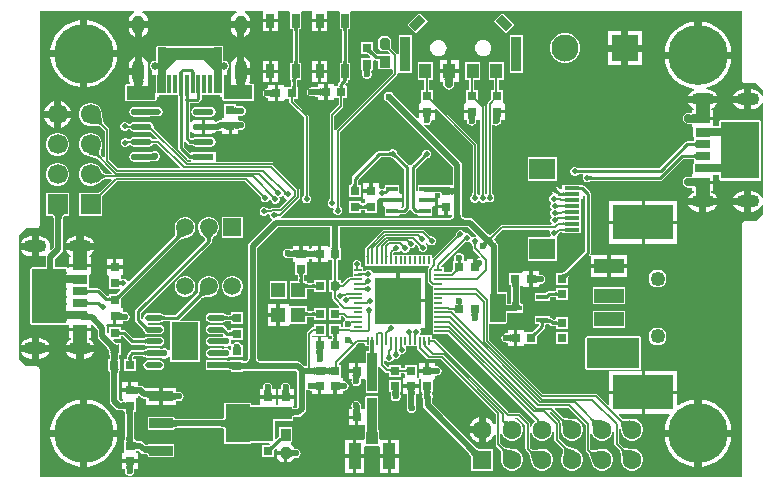
<source format=gtl>
G04*
G04 #@! TF.GenerationSoftware,Altium Limited,Altium Designer,22.2.1 (43)*
G04*
G04 Layer_Physical_Order=1*
G04 Layer_Color=255*
%FSLAX25Y25*%
%MOIN*%
G70*
G04*
G04 #@! TF.SameCoordinates,8776665F-13AD-43F5-9AD3-E0C3E71DBBC6*
G04*
G04*
G04 #@! TF.FilePolarity,Positive*
G04*
G01*
G75*
%ADD10C,0.01000*%
%ADD17C,0.00500*%
%ADD23R,0.03000X0.03000*%
%ADD24R,0.05906X0.02165*%
%ADD25O,0.05906X0.02165*%
%ADD26R,0.09055X0.12598*%
%ADD27R,0.04720X0.03150*%
%ADD28R,0.04720X0.02760*%
%ADD29R,0.15748X0.15748*%
%ADD30R,0.02618X0.00787*%
%ADD31R,0.00787X0.02618*%
%ADD32R,0.01181X0.05906*%
%ADD33R,0.09843X0.04724*%
%ADD34R,0.20276X0.11811*%
G04:AMPARAMS|DCode=35|XSize=47.24mil|YSize=31.5mil|CornerRadius=0mil|HoleSize=0mil|Usage=FLASHONLY|Rotation=315.000|XOffset=0mil|YOffset=0mil|HoleType=Round|Shape=Rectangle|*
%AMROTATEDRECTD35*
4,1,4,-0.02784,0.00557,-0.00557,0.02784,0.02784,-0.00557,0.00557,-0.02784,-0.02784,0.00557,0.0*
%
%ADD35ROTATEDRECTD35*%

G04:AMPARAMS|DCode=36|XSize=47.24mil|YSize=31.5mil|CornerRadius=0mil|HoleSize=0mil|Usage=FLASHONLY|Rotation=45.000|XOffset=0mil|YOffset=0mil|HoleType=Round|Shape=Rectangle|*
%AMROTATEDRECTD36*
4,1,4,-0.00557,-0.02784,-0.02784,-0.00557,0.00557,0.02784,0.02784,0.00557,-0.00557,-0.02784,0.0*
%
%ADD36ROTATEDRECTD36*%

%ADD37R,0.03937X0.05118*%
%ADD38R,0.03543X0.11811*%
%ADD39R,0.03937X0.04134*%
%ADD40R,0.04134X0.08661*%
%ADD41R,0.03000X0.03000*%
%ADD42R,0.04724X0.05118*%
%ADD43R,0.03500X0.04000*%
G04:AMPARAMS|DCode=44|XSize=40mil|YSize=35mil|CornerRadius=0mil|HoleSize=0mil|Usage=FLASHONLY|Rotation=270.000|XOffset=0mil|YOffset=0mil|HoleType=Round|Shape=Octagon|*
%AMOCTAGOND44*
4,1,8,-0.00875,-0.02000,0.00875,-0.02000,0.01750,-0.01125,0.01750,0.01125,0.00875,0.02000,-0.00875,0.02000,-0.01750,0.01125,-0.01750,-0.01125,-0.00875,-0.02000,0.0*
%
%ADD44OCTAGOND44*%

%ADD45R,0.07087X0.02165*%
%ADD46O,0.07087X0.02165*%
%ADD47R,0.02559X0.04724*%
%ADD48R,0.03937X0.01772*%
%ADD49R,0.05118X0.01181*%
%ADD50R,0.08661X0.07087*%
%ADD51R,0.07874X0.03347*%
%ADD52R,0.07874X0.12598*%
%ADD97C,0.02000*%
%ADD98C,0.02500*%
%ADD99C,0.00700*%
%ADD100C,0.01500*%
%ADD101C,0.01181*%
%ADD102R,0.09683X0.04650*%
%ADD103R,0.09683X0.04500*%
%ADD104R,0.04700X0.08100*%
%ADD105R,0.04800X0.07800*%
%ADD106R,0.21100X0.04200*%
%ADD107R,0.02500X0.15200*%
%ADD108R,0.03195X0.13000*%
%ADD109R,0.17500X0.10000*%
%ADD110R,0.11500X0.03000*%
%ADD111R,0.11000X0.03000*%
%ADD112R,0.13000X0.19000*%
%ADD113R,0.09000X0.03000*%
%ADD114R,0.11500X0.18000*%
%ADD115R,0.11200X0.11700*%
%ADD116R,0.09900X0.04300*%
%ADD117R,0.05200X0.09500*%
%ADD118C,0.05906*%
%ADD119R,0.05906X0.05906*%
%ADD120O,0.07480X0.04330*%
%ADD121R,0.06693X0.06693*%
%ADD122C,0.06693*%
%ADD123R,0.06299X0.06299*%
%ADD124C,0.06299*%
%ADD125C,0.20000*%
%ADD126C,0.02559*%
%ADD127O,0.03937X0.06299*%
%ADD128O,0.03937X0.08268*%
%ADD129C,0.04921*%
%ADD130R,0.09055X0.09055*%
%ADD131C,0.09055*%
%ADD132C,0.01968*%
%ADD133C,0.02362*%
%ADD134C,0.02400*%
G36*
X103716Y150890D02*
X103631Y150859D01*
X103556Y150809D01*
X103491Y150738D01*
X103436Y150647D01*
X103391Y150535D01*
X103356Y150404D01*
X103331Y150252D01*
X103316Y150080D01*
X103311Y149888D01*
X102311D01*
X102306Y150080D01*
X102291Y150252D01*
X102266Y150404D01*
X102231Y150535D01*
X102186Y150647D01*
X102131Y150738D01*
X102066Y150809D01*
X101991Y150859D01*
X101906Y150890D01*
X101811Y150900D01*
X103811D01*
X103716Y150890D01*
D02*
G37*
G36*
X87330D02*
X87245Y150859D01*
X87170Y150809D01*
X87105Y150738D01*
X87050Y150647D01*
X87005Y150535D01*
X86970Y150404D01*
X86945Y150252D01*
X86930Y150080D01*
X86925Y149888D01*
X85925D01*
X85920Y150080D01*
X85905Y150252D01*
X85880Y150404D01*
X85845Y150535D01*
X85800Y150647D01*
X85745Y150738D01*
X85680Y150809D01*
X85605Y150859D01*
X85520Y150890D01*
X85425Y150900D01*
X87425D01*
X87330Y150890D01*
D02*
G37*
G36*
X235201Y133500D02*
X235279Y133110D01*
X235500Y132779D01*
X235830Y132558D01*
X236221Y132480D01*
X239798D01*
X242201Y130078D01*
Y128258D01*
X241701Y128159D01*
X241478Y128698D01*
X240942Y129396D01*
X240243Y129933D01*
X239428Y130270D01*
X238555Y130385D01*
X238161D01*
Y127010D01*
Y123635D01*
X238555D01*
X239428Y123750D01*
X240243Y124087D01*
X240942Y124624D01*
X241478Y125322D01*
X241701Y125861D01*
X242201Y125762D01*
Y94238D01*
X241701Y94139D01*
X241478Y94678D01*
X240942Y95376D01*
X240243Y95913D01*
X239428Y96250D01*
X238555Y96365D01*
X238161D01*
Y92990D01*
Y89615D01*
X238555D01*
X239428Y89730D01*
X240243Y90067D01*
X240942Y90604D01*
X241478Y91303D01*
X241701Y91841D01*
X242201Y91742D01*
Y88922D01*
X239798Y86520D01*
X236221D01*
X235830Y86442D01*
X235500Y86221D01*
X235279Y85890D01*
X235201Y85500D01*
Y1020D01*
X31373D01*
X31251Y1469D01*
X31251Y1472D01*
X31585Y1587D01*
X31678Y1649D01*
X32081Y1919D01*
X32082Y1919D01*
X32413Y2415D01*
X32517Y2936D01*
X32541Y2993D01*
X32546Y3351D01*
X32572Y3760D01*
X33681D01*
Y5850D01*
X31000D01*
X28319D01*
Y3760D01*
X29420D01*
X29454Y3345D01*
X29459Y2993D01*
X29483Y2937D01*
X29587Y2415D01*
X29919Y1919D01*
X30322Y1649D01*
X30415Y1587D01*
X30749Y1472D01*
X30749Y1469D01*
X30627Y1020D01*
X1020D01*
Y37000D01*
X942Y37390D01*
X721Y37721D01*
X390Y37942D01*
X0Y38020D01*
X-3578D01*
X-5980Y40422D01*
Y81578D01*
X-3578Y83980D01*
X0D01*
X390Y84058D01*
X721Y84279D01*
X942Y84610D01*
X1020Y85000D01*
Y156461D01*
X32543D01*
X32643Y155961D01*
X32384Y155853D01*
X31726Y155349D01*
X31221Y154691D01*
X30904Y153925D01*
X30796Y153102D01*
D01*
X33972D01*
X37149D01*
X37041Y153925D01*
X36724Y154691D01*
X36219Y155349D01*
X35561Y155853D01*
X35302Y155961D01*
X35401Y156461D01*
X66598D01*
X66698Y155961D01*
X66439Y155853D01*
X65781Y155349D01*
X65276Y154691D01*
X64959Y153925D01*
X64851Y153102D01*
D01*
X68028D01*
X71204D01*
X71096Y153925D01*
X70779Y154691D01*
X70274Y155349D01*
X69616Y155853D01*
X69357Y155961D01*
X69457Y156461D01*
X75500D01*
Y153828D01*
X77961D01*
X80421D01*
Y156461D01*
X84310D01*
X84646Y156100D01*
X84646Y155961D01*
Y150376D01*
X85326D01*
X85331Y150364D01*
X85351Y150290D01*
X85368Y150184D01*
X85380Y150049D01*
X85384Y149873D01*
X85406Y149825D01*
Y139721D01*
X85384Y139673D01*
X85380Y139497D01*
X85368Y139362D01*
X85351Y139256D01*
X85331Y139183D01*
X85326Y139171D01*
X84646D01*
Y134026D01*
X84617Y133954D01*
X84646Y133885D01*
Y133446D01*
X84738D01*
X84758Y133130D01*
X84759Y132954D01*
X84780Y132903D01*
Y131550D01*
X84759Y131502D01*
X84754Y131326D01*
X84743Y131192D01*
X84725Y131087D01*
X84706Y131014D01*
X84700Y131000D01*
X83122D01*
X83059Y131000D01*
X82622Y131152D01*
Y131681D01*
X80531D01*
Y129000D01*
Y126319D01*
X82622D01*
Y126848D01*
X83059Y127000D01*
X83122Y127000D01*
X84268D01*
X84268Y126997D01*
X84294Y126938D01*
Y126241D01*
X84352Y125949D01*
X84518Y125700D01*
X89235Y120983D01*
Y95425D01*
X89210Y95371D01*
X89207Y95318D01*
X89202Y95290D01*
X89194Y95258D01*
X89180Y95221D01*
X89160Y95178D01*
X89132Y95130D01*
X89096Y95077D01*
X89051Y95018D01*
X88996Y94956D01*
X88923Y94880D01*
X88885Y94784D01*
X88742Y94641D01*
X88516Y94095D01*
Y93505D01*
X88742Y92959D01*
X89159Y92542D01*
X89705Y92316D01*
X90295D01*
X90841Y92542D01*
X91258Y92959D01*
X91484Y93505D01*
Y94095D01*
X91258Y94641D01*
X91115Y94784D01*
X91077Y94880D01*
X91004Y94956D01*
X90949Y95018D01*
X90904Y95077D01*
X90868Y95130D01*
X90840Y95178D01*
X90820Y95221D01*
X90806Y95258D01*
X90798Y95290D01*
X90793Y95318D01*
X90790Y95371D01*
X90765Y95425D01*
Y121300D01*
X90765Y121300D01*
X90706Y121593D01*
X90541Y121841D01*
X85882Y126500D01*
X85964Y127000D01*
X87059D01*
Y130350D01*
X87076Y130375D01*
X87065Y130435D01*
X87088Y130491D01*
X87059Y130561D01*
Y131000D01*
X86870D01*
X86843Y131324D01*
X86841Y131495D01*
X86820Y131545D01*
Y132896D01*
X86841Y132944D01*
X86846Y133119D01*
X86857Y133254D01*
X86875Y133359D01*
X86894Y133432D01*
X86900Y133446D01*
X88205D01*
Y139171D01*
X87524D01*
X87520Y139183D01*
X87500Y139256D01*
X87483Y139362D01*
X87471Y139497D01*
X87466Y139673D01*
X87445Y139721D01*
Y149825D01*
X87466Y149873D01*
X87471Y150049D01*
X87483Y150184D01*
X87500Y150290D01*
X87520Y150364D01*
X87524Y150376D01*
X88205D01*
Y155961D01*
X88205Y156100D01*
X88541Y156461D01*
X91886D01*
Y153828D01*
X94347D01*
X96807D01*
Y156461D01*
X100696D01*
X101032Y156100D01*
X101032Y155961D01*
Y150376D01*
X101712D01*
X101717Y150364D01*
X101736Y150290D01*
X101754Y150184D01*
X101766Y150049D01*
X101770Y149873D01*
X101792Y149825D01*
Y139721D01*
X101770Y139673D01*
X101766Y139497D01*
X101754Y139362D01*
X101736Y139256D01*
X101717Y139183D01*
X101712Y139171D01*
X101032D01*
Y133446D01*
X101032D01*
X101170Y133112D01*
X100838Y132780D01*
X100617Y132449D01*
X100539Y132059D01*
Y132050D01*
X100518Y132002D01*
X100513Y131826D01*
X100501Y131691D01*
X100484Y131585D01*
X100464Y131512D01*
X100460Y131500D01*
X99622D01*
X99559Y131500D01*
X99122Y131652D01*
Y132181D01*
X97031D01*
Y129500D01*
Y126819D01*
X99122D01*
Y127348D01*
X99559Y127500D01*
X99622Y127500D01*
X100709D01*
X100709Y127497D01*
X100735Y127438D01*
Y125217D01*
X97959Y122441D01*
X97794Y122193D01*
X97735Y121900D01*
Y94025D01*
X97710Y93971D01*
X97707Y93918D01*
X97702Y93890D01*
X97694Y93858D01*
X97680Y93821D01*
X97660Y93778D01*
X97632Y93730D01*
X97596Y93677D01*
X97551Y93618D01*
X97496Y93556D01*
X97423Y93480D01*
X97385Y93384D01*
X97242Y93241D01*
X97016Y92695D01*
Y92105D01*
X97242Y91559D01*
X97659Y91142D01*
X98205Y90916D01*
X98673D01*
X98946Y90631D01*
X99030Y90472D01*
X98916Y90195D01*
Y89605D01*
X99142Y89059D01*
X99559Y88642D01*
X100105Y88416D01*
X100695D01*
X101241Y88642D01*
X101658Y89059D01*
X101884Y89605D01*
Y90195D01*
X101658Y90741D01*
X101515Y90884D01*
X101477Y90980D01*
X101404Y91056D01*
X101349Y91118D01*
X101304Y91177D01*
X101268Y91230D01*
X101240Y91278D01*
X101220Y91321D01*
X101206Y91358D01*
X101198Y91390D01*
X101193Y91418D01*
X101190Y91471D01*
X101165Y91525D01*
Y116083D01*
X120041Y134959D01*
X120206Y135207D01*
X120265Y135500D01*
Y135556D01*
X120662Y135803D01*
X120765Y135803D01*
X125206D01*
Y148615D01*
X120662D01*
Y142192D01*
X120424Y142114D01*
X120162Y142109D01*
X120041Y142291D01*
X118249Y144082D01*
X118238Y144113D01*
X118250Y144125D01*
Y146875D01*
X117125Y148000D01*
X114875D01*
X113750Y146875D01*
Y144125D01*
X114875Y143000D01*
X117125D01*
X117137Y143012D01*
X117168Y143000D01*
X117707Y142462D01*
X117515Y142000D01*
X114848D01*
X114750Y142020D01*
X114291D01*
X114269Y142029D01*
X113462Y142039D01*
X112609Y142892D01*
X112591Y142940D01*
X112235Y143323D01*
X112115Y143472D01*
X112025Y143601D01*
X112000Y143643D01*
Y143944D01*
X112017Y143985D01*
X112000Y144027D01*
Y144028D01*
X112010Y144072D01*
X112000Y144088D01*
Y146059D01*
X108000D01*
Y142059D01*
X109971D01*
X109987Y142049D01*
X110031Y142059D01*
X110032D01*
X110074Y142042D01*
X110115Y142059D01*
X110416D01*
X110458Y142034D01*
X110582Y141948D01*
X110918Y141662D01*
X111112Y141475D01*
X111044Y140991D01*
X111023Y140941D01*
X108000D01*
Y137583D01*
X107980Y137552D01*
X107991Y137501D01*
X107971Y137453D01*
X108000Y137382D01*
Y136941D01*
X108354D01*
X108358Y136933D01*
X108395Y136828D01*
X108432Y136666D01*
X108463Y136460D01*
X108495Y136017D01*
X108419Y135834D01*
Y135166D01*
X108675Y134548D01*
X109148Y134075D01*
X109766Y133819D01*
X110434D01*
X111052Y134075D01*
X111525Y134548D01*
X111781Y135166D01*
Y135834D01*
X111615Y136235D01*
X111629Y136472D01*
X111655Y136684D01*
X111687Y136854D01*
X111712Y136941D01*
X112000D01*
Y137382D01*
X112029Y137453D01*
X112005Y137511D01*
X112016Y137574D01*
X112000Y137595D01*
Y139954D01*
X112500Y140171D01*
X112669Y140058D01*
X113059Y139980D01*
X113200D01*
X113248Y139959D01*
X113423Y139954D01*
X113557Y139943D01*
X113662Y139925D01*
X113736Y139906D01*
X113750Y139900D01*
Y137000D01*
X118250D01*
Y137000D01*
X118735Y136964D01*
Y135817D01*
X99859Y116941D01*
X99765Y116799D01*
X99265Y116905D01*
Y121583D01*
X102041Y124359D01*
X102207Y124607D01*
X102265Y124900D01*
Y127438D01*
X102291Y127497D01*
X102291Y127500D01*
X103559D01*
Y131500D01*
X103149D01*
X102942Y132000D01*
X103532Y132590D01*
X103753Y132921D01*
X103810Y133205D01*
X103852Y133305D01*
X103854Y133418D01*
X103855Y133446D01*
X104591D01*
Y139171D01*
X103911D01*
X103906Y139183D01*
X103886Y139256D01*
X103869Y139362D01*
X103857Y139497D01*
X103852Y139673D01*
X103831Y139721D01*
Y149825D01*
X103852Y149873D01*
X103857Y150049D01*
X103869Y150184D01*
X103886Y150290D01*
X103906Y150364D01*
X103911Y150376D01*
X104591D01*
Y155961D01*
X104591Y156100D01*
X104927Y156461D01*
X127470D01*
X127491Y155961D01*
X127160Y155629D01*
X123459Y151928D01*
X126393Y148994D01*
X130441Y153042D01*
X127860Y155623D01*
X127522Y155961D01*
X127544Y156461D01*
X155330D01*
X155353Y155961D01*
X155022Y155630D01*
X152435Y153043D01*
X156483Y148995D01*
X159417Y151929D01*
X155722Y155624D01*
X155385Y155961D01*
X155409Y156461D01*
X235201D01*
Y133500D01*
D02*
G37*
G36*
X117619Y144271D02*
X117599Y144230D01*
X117591Y144186D01*
X117593Y144138D01*
X117606Y144085D01*
X117630Y144030D01*
X117665Y143970D01*
X117711Y143907D01*
X117767Y143840D01*
X117834Y143770D01*
X117480Y143416D01*
X117410Y143483D01*
X117343Y143539D01*
X117280Y143585D01*
X117220Y143620D01*
X117165Y143643D01*
X117113Y143657D01*
X117064Y143659D01*
X117020Y143651D01*
X116979Y143631D01*
X116941Y143601D01*
X117649Y144308D01*
X117619Y144271D01*
D02*
G37*
G36*
X111421Y143909D02*
X111394Y143817D01*
X111395Y143712D01*
X111424Y143592D01*
X111482Y143458D01*
X111568Y143309D01*
X111682Y143146D01*
X111825Y142969D01*
X112195Y142571D01*
X111488Y141864D01*
X111282Y142063D01*
X110913Y142377D01*
X110750Y142491D01*
X110601Y142577D01*
X110467Y142635D01*
X110347Y142664D01*
X110242Y142666D01*
X110151Y142638D01*
X110074Y142583D01*
X111476Y143985D01*
X111421Y143909D01*
D02*
G37*
G36*
X114262Y141488D02*
X114274Y140000D01*
X114263Y140095D01*
X114232Y140180D01*
X114181Y140255D01*
X114110Y140320D01*
X114019Y140375D01*
X113908Y140420D01*
X113776Y140455D01*
X113625Y140480D01*
X113453Y140495D01*
X113262Y140500D01*
Y141500D01*
X114262Y141488D01*
D02*
G37*
G36*
X103316Y139466D02*
X103331Y139294D01*
X103356Y139143D01*
X103391Y139011D01*
X103436Y138900D01*
X103491Y138809D01*
X103556Y138738D01*
X103631Y138687D01*
X103716Y138657D01*
X103811Y138647D01*
X101811D01*
X101906Y138657D01*
X101991Y138687D01*
X102066Y138738D01*
X102131Y138809D01*
X102186Y138900D01*
X102231Y139011D01*
X102266Y139143D01*
X102291Y139294D01*
X102306Y139466D01*
X102311Y139659D01*
X103311D01*
X103316Y139466D01*
D02*
G37*
G36*
X86930D02*
X86945Y139294D01*
X86970Y139143D01*
X87005Y139011D01*
X87050Y138900D01*
X87105Y138809D01*
X87170Y138738D01*
X87245Y138687D01*
X87330Y138657D01*
X87425Y138647D01*
X85425D01*
X85520Y138657D01*
X85605Y138687D01*
X85680Y138738D01*
X85745Y138809D01*
X85800Y138900D01*
X85845Y139011D01*
X85880Y139143D01*
X85905Y139294D01*
X85920Y139466D01*
X85925Y139659D01*
X86925D01*
X86930Y139466D01*
D02*
G37*
G36*
X111405Y137434D02*
X111330Y137377D01*
X111265Y137282D01*
X111208Y137148D01*
X111160Y136977D01*
X111120Y136768D01*
X111089Y136521D01*
X111054Y135912D01*
X111050Y135550D01*
X109050D01*
X109045Y135912D01*
X109002Y136521D01*
X108964Y136768D01*
X108915Y136977D01*
X108856Y137148D01*
X108786Y137282D01*
X108706Y137377D01*
X108614Y137434D01*
X108512Y137453D01*
X111488D01*
X111405Y137434D01*
D02*
G37*
G36*
X103430Y133964D02*
X103405Y133944D01*
X103383Y133911D01*
X103364Y133865D01*
X103348Y133806D01*
X103335Y133733D01*
X103324Y133647D01*
X103313Y133437D01*
X103311Y133311D01*
X102311D01*
X102310Y133437D01*
X102288Y133733D01*
X102275Y133806D01*
X102258Y133865D01*
X102239Y133911D01*
X102217Y133944D01*
X102192Y133964D01*
X102164Y133970D01*
X103458D01*
X103430Y133964D01*
D02*
G37*
G36*
X86705Y133959D02*
X86620Y133929D01*
X86545Y133878D01*
X86480Y133807D01*
X86425Y133715D01*
X86380Y133604D01*
X86345Y133473D01*
X86320Y133321D01*
X86305Y133150D01*
X86300Y132958D01*
X85300D01*
X85299Y133148D01*
X85264Y133708D01*
X85249Y133798D01*
X85230Y133868D01*
X85209Y133918D01*
X85185Y133948D01*
X85158Y133958D01*
X86800Y133970D01*
X86705Y133959D01*
D02*
G37*
G36*
X102064Y131795D02*
X102079Y131623D01*
X102104Y131472D01*
X102139Y131340D01*
X102184Y131229D01*
X102239Y131138D01*
X102304Y131067D01*
X102379Y131016D01*
X102464Y130986D01*
X102559Y130976D01*
X100559D01*
X100654Y130986D01*
X100739Y131016D01*
X100814Y131067D01*
X100879Y131138D01*
X100934Y131229D01*
X100979Y131340D01*
X101014Y131472D01*
X101039Y131623D01*
X101054Y131795D01*
X101059Y131988D01*
X102059D01*
X102064Y131795D01*
D02*
G37*
G36*
X86303Y131298D02*
X86339Y130848D01*
X86362Y130738D01*
X86389Y130648D01*
X86421Y130578D01*
X86458Y130528D01*
X86500Y130498D01*
X86547Y130488D01*
X84800Y130476D01*
X84895Y130486D01*
X84980Y130517D01*
X85055Y130568D01*
X85120Y130639D01*
X85175Y130730D01*
X85220Y130842D01*
X85255Y130973D01*
X85280Y131124D01*
X85295Y131296D01*
X85300Y131488D01*
X86300D01*
X86303Y131298D01*
D02*
G37*
G36*
X85393Y128617D02*
X85375Y128570D01*
X85360Y128506D01*
X85346Y128424D01*
X85325Y128208D01*
X85310Y127753D01*
X85309Y127567D01*
X84809D01*
X84808Y127753D01*
X84758Y128506D01*
X84742Y128570D01*
X84725Y128617D01*
X84705Y128646D01*
X85413D01*
X85393Y128617D01*
D02*
G37*
G36*
X101834Y129058D02*
X101816Y129011D01*
X101801Y128947D01*
X101787Y128865D01*
X101767Y128649D01*
X101751Y128194D01*
X101750Y128012D01*
X102000D01*
X101953Y128007D01*
X101910Y127992D01*
X101873Y127967D01*
X101840Y127932D01*
X101813Y127887D01*
X101790Y127832D01*
X101772Y127767D01*
X101760Y127692D01*
X101752Y127607D01*
X101750Y127512D01*
X101250D01*
X101248Y127607D01*
X101240Y127692D01*
X101227Y127767D01*
X101210Y127832D01*
X101188Y127887D01*
X101160Y127932D01*
X101128Y127967D01*
X101090Y127992D01*
X101048Y128007D01*
X101000Y128012D01*
X101250D01*
X101249Y128194D01*
X101199Y128947D01*
X101184Y129011D01*
X101166Y129058D01*
X101146Y129088D01*
X101854D01*
X101834Y129058D01*
D02*
G37*
G36*
X85511Y127507D02*
X85469Y127492D01*
X85431Y127467D01*
X85399Y127432D01*
X85371Y127387D01*
X85349Y127332D01*
X85331Y127267D01*
X85319Y127192D01*
X85311Y127107D01*
X85309Y127012D01*
X84809D01*
X84806Y127107D01*
X84799Y127192D01*
X84786Y127267D01*
X84769Y127332D01*
X84746Y127387D01*
X84719Y127432D01*
X84686Y127467D01*
X84649Y127492D01*
X84606Y127507D01*
X84559Y127512D01*
X85559D01*
X85511Y127507D01*
D02*
G37*
G36*
X90254Y95260D02*
X90268Y95178D01*
X90289Y95095D01*
X90320Y95012D01*
X90360Y94928D01*
X90408Y94844D01*
X90465Y94759D01*
X90531Y94674D01*
X90606Y94589D01*
X90689Y94503D01*
X89311D01*
X89394Y94589D01*
X89469Y94674D01*
X89535Y94759D01*
X89592Y94844D01*
X89640Y94928D01*
X89680Y95012D01*
X89710Y95095D01*
X89732Y95178D01*
X89746Y95260D01*
X89750Y95342D01*
X90250D01*
X90254Y95260D01*
D02*
G37*
G36*
X98754Y93860D02*
X98768Y93778D01*
X98790Y93695D01*
X98820Y93612D01*
X98860Y93528D01*
X98908Y93444D01*
X98965Y93359D01*
X99031Y93274D01*
X99106Y93189D01*
X99189Y93103D01*
X97811D01*
X97894Y93189D01*
X97969Y93274D01*
X98035Y93359D01*
X98092Y93444D01*
X98140Y93528D01*
X98180Y93612D01*
X98211Y93695D01*
X98232Y93778D01*
X98246Y93860D01*
X98250Y93942D01*
X98750D01*
X98754Y93860D01*
D02*
G37*
G36*
X100654Y91360D02*
X100668Y91278D01*
X100689Y91195D01*
X100720Y91112D01*
X100760Y91028D01*
X100808Y90944D01*
X100865Y90859D01*
X100931Y90774D01*
X101006Y90689D01*
X101089Y90603D01*
X99711D01*
X99794Y90689D01*
X99869Y90774D01*
X99935Y90859D01*
X99992Y90944D01*
X100040Y91028D01*
X100080Y91112D01*
X100110Y91195D01*
X100132Y91278D01*
X100146Y91360D01*
X100150Y91443D01*
X100650D01*
X100654Y91360D01*
D02*
G37*
G36*
X32396Y4933D02*
X32313Y4874D01*
X32239Y4777D01*
X32176Y4640D01*
X32122Y4465D01*
X32078Y4250D01*
X32044Y3996D01*
X32005Y3371D01*
X32000Y3000D01*
X30000D01*
X29995Y3371D01*
X29922Y4250D01*
X29878Y4465D01*
X29825Y4640D01*
X29761Y4777D01*
X29688Y4874D01*
X29605Y4933D01*
X29512Y4953D01*
X32488D01*
X32396Y4933D01*
D02*
G37*
%LPC*%
G36*
X96807Y152647D02*
X94937D01*
Y149695D01*
X96807D01*
Y152647D01*
D02*
G37*
G36*
X93756D02*
X91886D01*
Y149695D01*
X93756D01*
Y152647D01*
D02*
G37*
G36*
X80421D02*
X78551D01*
Y149695D01*
X80421D01*
Y152647D01*
D02*
G37*
G36*
X77370D02*
X75500D01*
Y149695D01*
X77370D01*
Y152647D01*
D02*
G37*
G36*
X71204Y150740D02*
X69209D01*
Y147820D01*
X69616Y147989D01*
X70274Y148494D01*
X70779Y149152D01*
X71096Y149918D01*
X71204Y150740D01*
D01*
D02*
G37*
G36*
X37149D02*
X35153D01*
Y147820D01*
X35561Y147989D01*
X36219Y148494D01*
X36724Y149152D01*
X37041Y149918D01*
X37149Y150740D01*
D01*
D02*
G37*
G36*
X66847D02*
X64851D01*
X64959Y149918D01*
X65276Y149152D01*
X65781Y148494D01*
X66439Y147989D01*
X66847Y147820D01*
Y150740D01*
D02*
G37*
G36*
X32791D02*
X30796D01*
X30904Y149918D01*
X31221Y149152D01*
X31726Y148494D01*
X32384Y147989D01*
X32791Y147820D01*
Y150740D01*
D02*
G37*
G36*
X201809Y149809D02*
X197281D01*
Y145281D01*
X201809D01*
Y149809D01*
D02*
G37*
G36*
X194919D02*
X190391D01*
Y145281D01*
X194919D01*
Y149809D01*
D02*
G37*
G36*
X16929Y153385D02*
Y143433D01*
X26881D01*
X26654Y144870D01*
X26110Y146544D01*
X25311Y148112D01*
X24276Y149536D01*
X23032Y150780D01*
X21608Y151815D01*
X20040Y152614D01*
X18366Y153158D01*
X16929Y153385D01*
D02*
G37*
G36*
X14567D02*
X13130Y153158D01*
X11456Y152614D01*
X9888Y151815D01*
X8464Y150780D01*
X7220Y149536D01*
X6185Y148112D01*
X5386Y146544D01*
X4842Y144870D01*
X4615Y143433D01*
X14567D01*
Y153385D01*
D02*
G37*
G36*
X221654Y152866D02*
Y142913D01*
X231606D01*
X231378Y144351D01*
X230834Y146024D01*
X230035Y147592D01*
X229001Y149016D01*
X227756Y150261D01*
X226333Y151295D01*
X224764Y152094D01*
X223091Y152638D01*
X221654Y152866D01*
D02*
G37*
G36*
X219291D02*
X217854Y152638D01*
X216180Y152094D01*
X214612Y151295D01*
X213189Y150261D01*
X211944Y149016D01*
X210910Y147592D01*
X210110Y146024D01*
X209567Y144351D01*
X209339Y142913D01*
X219291D01*
Y152866D01*
D02*
G37*
G36*
X149348Y146884D02*
X148486D01*
X148387Y146842D01*
X148279D01*
X147483Y146513D01*
X147407Y146437D01*
X147308Y146395D01*
X146699Y145786D01*
X146657Y145687D01*
X146581Y145611D01*
X146252Y144815D01*
Y144707D01*
X146210Y144608D01*
Y143746D01*
X146252Y143647D01*
Y143539D01*
X146581Y142743D01*
X146657Y142667D01*
X146699Y142568D01*
X147308Y141959D01*
X147407Y141917D01*
X147483Y141841D01*
X148279Y141512D01*
X148387D01*
X148486Y141470D01*
X149348D01*
X149447Y141512D01*
X149555D01*
X150351Y141841D01*
X150427Y141917D01*
X150526Y141959D01*
X151135Y142568D01*
X151177Y142667D01*
X151253Y142743D01*
X151582Y143539D01*
Y143647D01*
X151624Y143746D01*
Y144608D01*
X151582Y144707D01*
Y144815D01*
X151253Y145611D01*
X151177Y145687D01*
X151135Y145786D01*
X150526Y146395D01*
X150427Y146437D01*
X150351Y146513D01*
X149555Y146842D01*
X149447D01*
X149348Y146884D01*
D02*
G37*
G36*
X134388D02*
X133526D01*
X133427Y146842D01*
X133319D01*
X132523Y146513D01*
X132447Y146437D01*
X132348Y146395D01*
X131739Y145786D01*
X131697Y145687D01*
X131621Y145611D01*
X131292Y144815D01*
Y144707D01*
X131250Y144608D01*
Y143746D01*
X131292Y143647D01*
Y143539D01*
X131621Y142743D01*
X131697Y142667D01*
X131739Y142568D01*
X132348Y141959D01*
X132447Y141917D01*
X132523Y141841D01*
X133319Y141512D01*
X133427D01*
X133526Y141470D01*
X134388D01*
X134487Y141512D01*
X134595D01*
X135391Y141841D01*
X135467Y141917D01*
X135566Y141959D01*
X136175Y142568D01*
X136217Y142667D01*
X136293Y142743D01*
X136622Y143539D01*
Y143647D01*
X136664Y143746D01*
Y144608D01*
X136622Y144707D01*
Y144815D01*
X136293Y145611D01*
X136217Y145687D01*
X136175Y145786D01*
X135566Y146395D01*
X135467Y146437D01*
X135391Y146513D01*
X134595Y146842D01*
X134487D01*
X134388Y146884D01*
D02*
G37*
G36*
X176762Y149128D02*
X175438D01*
X174159Y148785D01*
X173013Y148123D01*
X172077Y147187D01*
X171415Y146041D01*
X171072Y144762D01*
Y143438D01*
X171415Y142159D01*
X172077Y141013D01*
X173013Y140077D01*
X174159Y139415D01*
X175438Y139072D01*
X176762D01*
X178041Y139415D01*
X179187Y140077D01*
X180123Y141013D01*
X180785Y142159D01*
X181128Y143438D01*
Y144762D01*
X180785Y146041D01*
X180123Y147187D01*
X179187Y148123D01*
X178041Y148785D01*
X176762Y149128D01*
D02*
G37*
G36*
X201809Y142919D02*
X197281D01*
Y138391D01*
X201809D01*
Y142919D01*
D02*
G37*
G36*
X194919D02*
X190391D01*
Y138391D01*
X194919D01*
Y142919D01*
D02*
G37*
G36*
X69209Y141259D02*
Y137354D01*
X71204D01*
Y138339D01*
X71096Y139161D01*
X70779Y139927D01*
X70274Y140585D01*
X69616Y141090D01*
X69209Y141259D01*
D02*
G37*
G36*
X32791Y141259D02*
X32384Y141090D01*
X31726Y140585D01*
X31221Y139927D01*
X30904Y139161D01*
X30796Y138339D01*
Y137354D01*
X32791D01*
Y141259D01*
D02*
G37*
G36*
X140650Y140240D02*
X138091D01*
Y137091D01*
X140650D01*
Y140240D01*
D02*
G37*
G36*
X136909D02*
X134350D01*
Y137091D01*
X136909D01*
Y140240D01*
D02*
G37*
G36*
X96807Y139852D02*
X94937D01*
Y136899D01*
X96807D01*
Y139852D01*
D02*
G37*
G36*
X80421D02*
X78551D01*
Y136899D01*
X80421D01*
Y139852D01*
D02*
G37*
G36*
X93756D02*
X91886D01*
Y136899D01*
X93756D01*
Y139852D01*
D02*
G37*
G36*
X77370D02*
X75500D01*
Y136899D01*
X77370D01*
Y139852D01*
D02*
G37*
G36*
X162214Y148615D02*
X157670D01*
Y135803D01*
X162214D01*
Y148615D01*
D02*
G37*
G36*
X96807Y135718D02*
X94937D01*
Y132765D01*
X96807D01*
Y135718D01*
D02*
G37*
G36*
X93756D02*
X91886D01*
Y132765D01*
X93756D01*
Y135718D01*
D02*
G37*
G36*
X80421D02*
X78551D01*
Y132765D01*
X80421D01*
Y135718D01*
D02*
G37*
G36*
X77370D02*
X75500D01*
Y132765D01*
X77370D01*
Y135718D01*
D02*
G37*
G36*
X61700Y144841D02*
X40400D01*
X40017Y144683D01*
X39859Y144300D01*
Y139921D01*
X39268D01*
X38614Y139650D01*
X38113Y139150D01*
X37843Y138496D01*
Y137788D01*
X38113Y137134D01*
X38535Y136713D01*
X38450Y136337D01*
X38402Y136249D01*
Y132079D01*
X37220D01*
Y136213D01*
X37149D01*
Y138339D01*
X37041Y139161D01*
X36724Y139927D01*
X36219Y140585D01*
X35561Y141090D01*
X35153Y141259D01*
Y136173D01*
X33972D01*
Y134992D01*
X30796D01*
Y134008D01*
X30904Y133186D01*
X31171Y132541D01*
X30946Y132041D01*
X29900D01*
X29517Y131883D01*
X29359Y131500D01*
Y127000D01*
X29517Y126617D01*
X29900Y126459D01*
X39583D01*
X39965Y126617D01*
X40124Y127000D01*
Y127945D01*
X40764D01*
Y128559D01*
X42900D01*
X43062Y128626D01*
X46985D01*
X47005Y128310D01*
X47006Y128136D01*
X47028Y128084D01*
Y110853D01*
X47105Y110463D01*
X47326Y110132D01*
X50279Y107179D01*
X50610Y106958D01*
X51000Y106880D01*
X51041D01*
X51089Y106859D01*
X51262Y106854D01*
X51395Y106843D01*
X51498Y106825D01*
X51570Y106806D01*
X51590Y106798D01*
X51591Y106795D01*
X51591Y106317D01*
X51196Y106065D01*
X50417D01*
X39139Y117343D01*
X39115Y117404D01*
X39044Y117477D01*
X38996Y117533D01*
X38973Y117563D01*
X38983Y117617D01*
X39000Y117663D01*
X38995Y117674D01*
X39040Y117900D01*
X38917Y118517D01*
X38567Y119041D01*
X38043Y119391D01*
X37426Y119514D01*
X32505D01*
X31887Y119391D01*
X31364Y119041D01*
X31248Y118868D01*
X30929Y118834D01*
X30835Y118832D01*
X30719Y118843D01*
X30712Y118849D01*
X30659Y118893D01*
X30602Y118947D01*
X30533Y119022D01*
X30431Y119068D01*
X30241Y119258D01*
X29695Y119484D01*
X29105D01*
X28559Y119258D01*
X28142Y118841D01*
X27916Y118295D01*
Y117705D01*
X28142Y117159D01*
X28559Y116742D01*
X29105Y116516D01*
X29695D01*
X30241Y116742D01*
X30340Y116841D01*
X30425Y116870D01*
X30506Y116942D01*
X30575Y116997D01*
X30639Y117042D01*
X30698Y117079D01*
X30751Y117108D01*
X30798Y117129D01*
X30839Y117143D01*
X30874Y117152D01*
X30903Y117157D01*
X30943Y117159D01*
X31040Y117157D01*
X31101Y117152D01*
X31364Y116759D01*
X31887Y116409D01*
X32505Y116286D01*
X37426D01*
X37890Y116379D01*
X37944Y116335D01*
X38011Y116271D01*
X38016Y116269D01*
X38018Y116264D01*
X38076Y116242D01*
X40154Y114165D01*
X39947Y113665D01*
X39044D01*
X38985Y113691D01*
X38883Y113693D01*
X38810Y113698D01*
X38794Y113700D01*
X38760Y113752D01*
X38749Y113778D01*
X38740Y113782D01*
X38567Y114041D01*
X38043Y114391D01*
X37426Y114514D01*
X32505D01*
X31887Y114391D01*
X31364Y114041D01*
X31032Y113544D01*
X31019Y113543D01*
X30982Y113542D01*
X30964Y113543D01*
X30932Y113548D01*
X30892Y113557D01*
X30844Y113573D01*
X30788Y113594D01*
X30725Y113624D01*
X30661Y113658D01*
X30495Y113763D01*
X30406Y113827D01*
X30361Y113838D01*
X30341Y113858D01*
X29795Y114084D01*
X29205D01*
X28659Y113858D01*
X28242Y113441D01*
X28016Y112895D01*
Y112305D01*
X28242Y111759D01*
X28659Y111342D01*
X29205Y111116D01*
X29795D01*
X30341Y111342D01*
X30651Y111652D01*
X30729Y111697D01*
X30787Y111773D01*
X30800Y111788D01*
X31080Y111807D01*
X31178Y111800D01*
X31350Y111763D01*
X31364Y111759D01*
X31887Y111409D01*
X32505Y111286D01*
X37426D01*
X38043Y111409D01*
X38567Y111759D01*
X38740Y112018D01*
X38749Y112022D01*
X38760Y112048D01*
X38793Y112097D01*
X38891Y112107D01*
X38985Y112109D01*
X39044Y112135D01*
X40183D01*
X47892Y104427D01*
X47701Y103965D01*
X27117D01*
X24265Y106817D01*
Y116900D01*
X24206Y117193D01*
X24041Y117441D01*
X22569Y118912D01*
X22556Y118958D01*
X22475Y119060D01*
X22409Y119180D01*
X22333Y119368D01*
X22255Y119619D01*
X22183Y119914D01*
X21924Y121723D01*
X21876Y122295D01*
X21876Y122295D01*
X21876Y122295D01*
X21846Y122353D01*
Y122506D01*
X21584Y123485D01*
X21078Y124362D01*
X20362Y125078D01*
X19485Y125584D01*
X18506Y125847D01*
X17494D01*
X16515Y125584D01*
X15638Y125078D01*
X14922Y124362D01*
X14416Y123485D01*
X14154Y122506D01*
Y121494D01*
X14416Y120515D01*
X14922Y119638D01*
X15638Y118922D01*
X16515Y118416D01*
X17494Y118154D01*
X18284D01*
X18360Y118129D01*
X18362Y118129D01*
X18362D01*
X18362Y118129D01*
X18884Y118171D01*
X19804Y118200D01*
X20184Y118186D01*
X20520Y118156D01*
X20807Y118110D01*
X21041Y118051D01*
X21221Y117984D01*
X21347Y117915D01*
X21469Y117816D01*
X21516Y117803D01*
X22735Y116583D01*
Y107736D01*
X22273Y107544D01*
X21759Y108058D01*
X21758Y108069D01*
X21720Y108099D01*
X21706Y108145D01*
X21596Y108279D01*
X21530Y108402D01*
X21475Y108565D01*
X21436Y108774D01*
X21418Y109027D01*
X21424Y109325D01*
X21458Y109658D01*
X21615Y110473D01*
X21739Y110935D01*
X21725Y111040D01*
X21846Y111494D01*
Y112506D01*
X21584Y113485D01*
X21078Y114362D01*
X20362Y115078D01*
X19485Y115584D01*
X18506Y115847D01*
X17494D01*
X16515Y115584D01*
X15638Y115078D01*
X14922Y114362D01*
X14416Y113485D01*
X14154Y112506D01*
Y111494D01*
X14416Y110515D01*
X14922Y109638D01*
X15638Y108922D01*
X16515Y108416D01*
X16911Y108310D01*
X16994Y108245D01*
X16996Y108245D01*
X16997Y108244D01*
X17636Y108071D01*
X19584Y107497D01*
X20170Y107287D01*
X20353Y107209D01*
X20453Y107157D01*
X20514Y107112D01*
X20552Y107103D01*
X25034Y102620D01*
X24843Y102158D01*
X23461D01*
X23434Y102176D01*
X23411Y102171D01*
X23391Y102182D01*
X23225Y102199D01*
X23088Y102240D01*
X22924Y102318D01*
X22733Y102441D01*
X22520Y102610D01*
X22289Y102827D01*
X22047Y103088D01*
X21505Y103771D01*
X21218Y104181D01*
X21161Y104217D01*
X21078Y104362D01*
X20362Y105078D01*
X19485Y105584D01*
X18506Y105847D01*
X17494D01*
X16515Y105584D01*
X15638Y105078D01*
X14922Y104362D01*
X14416Y103485D01*
X14154Y102506D01*
Y101494D01*
X14416Y100515D01*
X14922Y99638D01*
X15638Y98922D01*
X16515Y98416D01*
X17494Y98154D01*
X18506D01*
X19485Y98416D01*
X20150Y98800D01*
X20233Y98818D01*
X20234Y98819D01*
X20235Y98819D01*
X20742Y99172D01*
X22021Y100004D01*
X22655Y100364D01*
X22894Y100480D01*
X23084Y100557D01*
X23205Y100593D01*
X23311Y100607D01*
X23350Y100629D01*
X24894D01*
X25086Y100167D01*
X21025Y96106D01*
X20966Y96084D01*
X20779Y95911D01*
X20719Y95862D01*
X20697Y95846D01*
X20669D01*
X20627Y95864D01*
X20586Y95846D01*
X20582D01*
X20539Y95856D01*
X20523Y95846D01*
X14154D01*
Y88153D01*
X21846D01*
Y94523D01*
X21856Y94539D01*
X21846Y94582D01*
Y94586D01*
X21864Y94627D01*
X21846Y94669D01*
Y94697D01*
X21858Y94713D01*
X21989Y94867D01*
X22077Y94958D01*
X22101Y95020D01*
X26817Y99735D01*
X69583D01*
X74510Y94809D01*
X74530Y94752D01*
X74566Y94712D01*
X74582Y94690D01*
X74599Y94661D01*
X74615Y94625D01*
X74631Y94581D01*
X74646Y94527D01*
X74658Y94464D01*
X74668Y94390D01*
X74673Y94307D01*
X74675Y94202D01*
X74716Y94107D01*
Y93905D01*
X74942Y93359D01*
X75359Y92942D01*
X75905Y92716D01*
X76495D01*
X77041Y92942D01*
X77458Y93359D01*
X77600Y93702D01*
X78100Y93602D01*
Y93372D01*
X78326Y92826D01*
X78744Y92409D01*
X79289Y92183D01*
X79880D01*
X80425Y92409D01*
X80843Y92826D01*
X81069Y93372D01*
Y93963D01*
X80918Y94325D01*
X81441Y94542D01*
X81741Y94842D01*
X81843Y94872D01*
X81876Y94876D01*
X82155Y94832D01*
X82316Y94763D01*
X82442Y94459D01*
X82859Y94042D01*
X83305Y93857D01*
X83508Y93354D01*
X81047Y90893D01*
X78526D01*
X78233Y90834D01*
X77985Y90669D01*
X77781Y90465D01*
X77425D01*
X77371Y90490D01*
X77318Y90493D01*
X77290Y90498D01*
X77258Y90506D01*
X77221Y90520D01*
X77178Y90540D01*
X77130Y90568D01*
X77077Y90604D01*
X77018Y90649D01*
X76956Y90704D01*
X76880Y90777D01*
X76784Y90816D01*
X76641Y90958D01*
X76095Y91184D01*
X75505D01*
X74959Y90958D01*
X74542Y90541D01*
X74316Y89995D01*
Y89405D01*
X74542Y88859D01*
X74959Y88442D01*
X75505Y88216D01*
X76095D01*
X76641Y88442D01*
X76784Y88585D01*
X76880Y88623D01*
X76956Y88696D01*
X77018Y88751D01*
X77077Y88796D01*
X77130Y88832D01*
X77178Y88860D01*
X77221Y88880D01*
X77254Y88892D01*
X77266Y88890D01*
X77457Y88786D01*
X77716Y88562D01*
Y88205D01*
X77942Y87659D01*
X78359Y87242D01*
X78415Y86677D01*
X70919Y79181D01*
X70587Y78685D01*
X70471Y78100D01*
Y41193D01*
X70460Y41170D01*
X70441Y40823D01*
X70394Y40555D01*
X70321Y40337D01*
X70228Y40164D01*
X70115Y40026D01*
X69978Y39913D01*
X69805Y39820D01*
X69587Y39747D01*
X69429Y39720D01*
X69353Y39724D01*
X69129Y39754D01*
X68952Y39789D01*
X68833Y39824D01*
Y40141D01*
X68392D01*
X68321Y40170D01*
X68266Y40148D01*
X68207Y40158D01*
X68182Y40141D01*
X65416D01*
X65345Y40170D01*
X65275Y40141D01*
X64833D01*
Y39984D01*
X63913Y39917D01*
X63587Y39923D01*
X63353Y39941D01*
Y40023D01*
X62940Y40043D01*
X62889Y40032D01*
X62841Y40052D01*
X62770Y40023D01*
X56447D01*
Y36857D01*
X59835D01*
X59983Y36828D01*
X62872D01*
X63314Y36825D01*
X63335Y36816D01*
X63703Y36810D01*
X64017Y36790D01*
X64283Y36759D01*
X64499Y36718D01*
X64662Y36671D01*
X64768Y36625D01*
X64806Y36601D01*
X64810Y36573D01*
X64833Y36535D01*
Y36141D01*
X65275D01*
X65345Y36112D01*
X65384Y36128D01*
X65425Y36118D01*
X65464Y36141D01*
X68182D01*
X68207Y36124D01*
X68266Y36135D01*
X68321Y36112D01*
X68392Y36141D01*
X68833D01*
Y36458D01*
X68952Y36494D01*
X69116Y36526D01*
X69967Y36595D01*
X70328Y36600D01*
X70355Y36612D01*
X71892D01*
X71894Y36611D01*
X71900Y36612D01*
X72100D01*
X72106Y36611D01*
X72108Y36612D01*
X86425D01*
X86871Y36167D01*
Y24487D01*
X86480Y24183D01*
X86128Y24187D01*
X85641Y24217D01*
Y24700D01*
X85560Y24897D01*
X85681Y25078D01*
X85681D01*
Y27169D01*
X83000D01*
X80319D01*
Y25241D01*
X79681D01*
Y27169D01*
X77000D01*
X74319D01*
Y25241D01*
X71437D01*
Y25799D01*
X62563D01*
Y21083D01*
X62549Y21057D01*
X62535Y20931D01*
X62519Y20885D01*
X62492Y20844D01*
X62438Y20794D01*
X62340Y20735D01*
X62190Y20674D01*
X61987Y20620D01*
X61731Y20577D01*
X61426Y20551D01*
X61061Y20541D01*
X61035Y20529D01*
X47470D01*
X47445Y20541D01*
X46744Y20567D01*
X46482Y20595D01*
X46263Y20635D01*
X46098Y20679D01*
X45990Y20723D01*
X45960Y20741D01*
X45959Y20746D01*
X45937Y20783D01*
Y21173D01*
X45496D01*
X45425Y21202D01*
X45384Y21185D01*
X45340Y21196D01*
X45303Y21173D01*
X37063D01*
Y16827D01*
X45303D01*
X45340Y16804D01*
X45384Y16815D01*
X45425Y16798D01*
X45496Y16827D01*
X45937D01*
Y17217D01*
X45959Y17254D01*
X45960Y17259D01*
X45990Y17277D01*
X46098Y17321D01*
X46263Y17366D01*
X46475Y17403D01*
X47072Y17453D01*
X47434Y17459D01*
X47461Y17471D01*
X61035D01*
X61061Y17459D01*
X61426Y17449D01*
X61731Y17423D01*
X61987Y17380D01*
X62190Y17326D01*
X62340Y17265D01*
X62438Y17206D01*
X62492Y17156D01*
X62519Y17115D01*
X62535Y17069D01*
X62549Y16943D01*
X62563Y16917D01*
Y12201D01*
X71437D01*
Y12459D01*
X77628D01*
X77825Y11959D01*
X77738Y11879D01*
X77591Y11761D01*
X77463Y11672D01*
X77409Y11641D01*
X77144D01*
X77074Y11670D01*
X77033Y11653D01*
X76989Y11664D01*
X76952Y11641D01*
X75000D01*
Y7641D01*
X79000D01*
Y9593D01*
X79023Y9630D01*
X79012Y9674D01*
X79029Y9715D01*
X79000Y9785D01*
Y10050D01*
X79031Y10104D01*
X79116Y10226D01*
X79399Y10561D01*
X79569Y10737D01*
X79651Y10734D01*
X79832Y10684D01*
X80069Y10561D01*
Y9791D01*
X83000D01*
Y9200D01*
X83591D01*
Y6019D01*
X84465D01*
X85931Y7484D01*
X86431Y7484D01*
X86500Y7471D01*
X87085Y7587D01*
X87581Y7919D01*
X87913Y8415D01*
X88029Y9000D01*
X87913Y9585D01*
X87581Y10081D01*
X87512Y10151D01*
X87016Y10482D01*
X86509Y10583D01*
X86449Y10610D01*
X85931Y10628D01*
Y10916D01*
X84647Y12200D01*
X84854Y12700D01*
X85250D01*
Y17700D01*
X80750D01*
Y14658D01*
X80669Y14642D01*
X80338Y14421D01*
X79803Y13886D01*
X79341Y14077D01*
Y19859D01*
X85100D01*
X85483Y20017D01*
X85641Y20400D01*
Y21055D01*
X86133Y21095D01*
X86495Y21100D01*
X86522Y21112D01*
X87228D01*
X87814Y21228D01*
X88310Y21560D01*
X89481Y22731D01*
X89813Y23228D01*
X89929Y23813D01*
Y30251D01*
X90383Y30406D01*
X90429Y30408D01*
X90460Y30378D01*
X90956Y30046D01*
X91477Y29942D01*
X91534Y29918D01*
X91661Y29916D01*
Y28737D01*
X93752D01*
Y31418D01*
X94933D01*
Y28737D01*
X98810D01*
Y31418D01*
X99991D01*
Y28737D01*
X102082D01*
Y29904D01*
X102188Y29913D01*
X102469Y29918D01*
X102526Y29943D01*
X103044Y30046D01*
X103541Y30378D01*
X103581Y30419D01*
X103913Y30915D01*
X104029Y31500D01*
X103913Y32085D01*
X103581Y32581D01*
X103085Y32913D01*
X102500Y33029D01*
X102082Y33367D01*
Y34099D01*
X101553D01*
X101401Y34536D01*
X101401Y34599D01*
Y38536D01*
X100801D01*
X100794Y38619D01*
X100791Y38738D01*
X100767Y38793D01*
Y39141D01*
X106363Y44737D01*
X106363Y44737D01*
X107259Y45633D01*
X109177D01*
X109231Y45609D01*
X109350Y45606D01*
X109433Y45599D01*
Y44691D01*
X110790D01*
Y43241D01*
X110205D01*
X109822Y43083D01*
X109663Y42700D01*
Y39559D01*
X109342Y39192D01*
X109163Y39192D01*
X107252D01*
Y36511D01*
X106661D01*
Y35920D01*
X103980D01*
Y33830D01*
X104997D01*
X105024Y33419D01*
X105026Y33278D01*
X104971Y33000D01*
X105087Y32415D01*
X105419Y31919D01*
X105915Y31587D01*
X106500Y31471D01*
X107085Y31587D01*
X107581Y31919D01*
X107651Y31988D01*
X107982Y32484D01*
X108083Y32992D01*
X108110Y33051D01*
X108133Y33737D01*
X108142Y33830D01*
X109342Y33830D01*
X109663Y33463D01*
Y29700D01*
X109822Y29317D01*
X110205Y29159D01*
X113400D01*
X113783Y29317D01*
X113784Y29320D01*
X113827D01*
Y29425D01*
X113941Y29700D01*
Y37780D01*
X114428Y37933D01*
X114441Y37933D01*
X116287Y36087D01*
X116568Y35899D01*
X116900Y35833D01*
X117343D01*
X117398Y35809D01*
X117517Y35806D01*
X117600Y35799D01*
Y34536D01*
X121600D01*
Y35634D01*
X121604Y35635D01*
X121686Y35642D01*
X121802Y35645D01*
X121857Y35669D01*
X122398D01*
X122883Y35276D01*
Y34599D01*
X122883Y34536D01*
X122731Y34099D01*
X122202D01*
Y32009D01*
X124883D01*
X127564D01*
Y33618D01*
X127564Y33831D01*
X128048Y33831D01*
X128200Y33394D01*
X128200Y33331D01*
Y30035D01*
X128179Y30003D01*
X128190Y29953D01*
X128171Y29906D01*
X128200Y29836D01*
Y29394D01*
X128557D01*
X128560Y29389D01*
X128595Y29289D01*
X128632Y29133D01*
X128663Y28935D01*
X128694Y28515D01*
X128619Y28334D01*
Y27666D01*
X128840Y27132D01*
Y25031D01*
X128956Y24445D01*
X129288Y23949D01*
X143542Y9695D01*
X143552Y9669D01*
X144276Y8890D01*
X144537Y8565D01*
X144740Y8274D01*
X144850Y8082D01*
Y7251D01*
X144833Y7209D01*
X144850Y7168D01*
Y7168D01*
X144840Y7124D01*
X144850Y7107D01*
Y3250D01*
X152150D01*
Y10550D01*
X148293D01*
X148276Y10560D01*
X148232Y10550D01*
X148232D01*
X148191Y10567D01*
X148149Y10550D01*
X147318D01*
X147126Y10660D01*
X146841Y10859D01*
X146137Y11456D01*
X145738Y11841D01*
X145711Y11852D01*
X131899Y25664D01*
Y27467D01*
X131981Y27666D01*
Y28334D01*
X131816Y28733D01*
X131828Y28947D01*
X131855Y29153D01*
X131886Y29316D01*
X131909Y29394D01*
X132200D01*
Y29836D01*
X132229Y29906D01*
X132205Y29963D01*
X132216Y30024D01*
X132200Y30047D01*
Y33331D01*
X132200Y33394D01*
X132352Y33831D01*
X132881D01*
Y34941D01*
X133173Y34960D01*
X133502Y34965D01*
X133527Y34976D01*
X134085Y35087D01*
X134581Y35419D01*
X134913Y35915D01*
X135029Y36500D01*
X134913Y37085D01*
X134581Y37581D01*
X134575Y37587D01*
X134079Y37919D01*
X133569Y38021D01*
X133510Y38047D01*
X132881Y38066D01*
Y39193D01*
X130790D01*
Y36512D01*
X130200D01*
Y35922D01*
X127519D01*
Y34312D01*
X127519Y34099D01*
X127035Y34099D01*
X126883Y34536D01*
X126883Y34599D01*
Y38536D01*
X122883D01*
Y37437D01*
X122800Y37430D01*
X122681Y37427D01*
X122626Y37403D01*
X121857D01*
X121802Y37427D01*
X121686Y37430D01*
X121604Y37437D01*
X121600Y37438D01*
Y38536D01*
X117600D01*
Y37933D01*
X117100Y37726D01*
X115918Y38908D01*
Y39676D01*
X116418Y39883D01*
X116659Y39642D01*
X117205Y39416D01*
X117795D01*
X118341Y39642D01*
X118758Y40059D01*
X118805Y40172D01*
X119446Y40440D01*
X119505Y40416D01*
X120095D01*
X120641Y40642D01*
X121058Y41059D01*
X121284Y41605D01*
Y41935D01*
X121405Y42016D01*
X121995D01*
X122541Y42242D01*
X122958Y42659D01*
X123184Y43205D01*
Y43795D01*
X123020Y44191D01*
X123261Y44691D01*
X126861D01*
X126885Y44634D01*
Y44150D01*
X126944Y43857D01*
X127109Y43609D01*
X130159Y40559D01*
X130407Y40393D01*
X130700Y40335D01*
X134883D01*
X153035Y22183D01*
Y18638D01*
X152536Y18572D01*
X151965Y19559D01*
X151159Y20365D01*
X150172Y20936D01*
X149681Y21067D01*
Y16900D01*
Y12733D01*
X150172Y12864D01*
X151159Y13435D01*
X151965Y14241D01*
X152536Y15228D01*
X153035Y15162D01*
Y12000D01*
X153094Y11707D01*
X153259Y11459D01*
X154526Y10193D01*
X154540Y10145D01*
X154634Y10030D01*
X154697Y9915D01*
X154760Y9749D01*
X154815Y9532D01*
X154858Y9267D01*
X154885Y8968D01*
X154868Y7743D01*
X154827Y7260D01*
X154850Y7186D01*
Y6419D01*
X155099Y5491D01*
X155580Y4659D01*
X156259Y3980D01*
X157091Y3499D01*
X158019Y3250D01*
X158981D01*
X159909Y3499D01*
X160741Y3980D01*
X161420Y4659D01*
X161901Y5491D01*
X162150Y6419D01*
Y7380D01*
X161901Y8309D01*
X161420Y9141D01*
X160741Y9820D01*
X159909Y10301D01*
X158981Y10550D01*
X158855D01*
X158800Y10579D01*
X158800Y10578D01*
X158800Y10579D01*
X158258Y10627D01*
X157322Y10740D01*
X156581Y10876D01*
X156297Y10947D01*
X156064Y11022D01*
X155889Y11093D01*
X155779Y11155D01*
X155683Y11231D01*
X155637Y11244D01*
X154565Y12317D01*
Y15554D01*
X155065Y15620D01*
X155099Y15491D01*
X155580Y14659D01*
X156259Y13980D01*
X157091Y13499D01*
X158019Y13250D01*
X158981D01*
X159909Y13499D01*
X160741Y13980D01*
X161420Y14659D01*
X161901Y15491D01*
X162150Y16420D01*
Y17380D01*
X161901Y18309D01*
X161420Y19141D01*
X160741Y19820D01*
X159909Y20301D01*
X159407Y20435D01*
X159473Y20935D01*
X160583D01*
X162930Y18588D01*
Y10600D01*
X162988Y10307D01*
X163154Y10059D01*
X163888Y9325D01*
X163899Y9284D01*
X163947Y9221D01*
X163984Y9152D01*
X164771Y6599D01*
X164916Y6018D01*
X164917Y6016D01*
X164917Y6015D01*
X164982Y5928D01*
X165099Y5491D01*
X165580Y4659D01*
X166259Y3980D01*
X167091Y3499D01*
X168019Y3250D01*
X168981D01*
X169909Y3499D01*
X170741Y3980D01*
X171420Y4659D01*
X171901Y5491D01*
X172150Y6419D01*
Y7380D01*
X171901Y8309D01*
X171420Y9141D01*
X170741Y9820D01*
X169909Y10301D01*
X168981Y10550D01*
X168019D01*
X167665Y10455D01*
X167570Y10471D01*
X166712Y10279D01*
X166359Y10227D01*
X166038Y10201D01*
X165758Y10199D01*
X165520Y10219D01*
X165325Y10258D01*
X165173Y10311D01*
X165060Y10372D01*
X164936Y10474D01*
X164894Y10487D01*
X164868Y10521D01*
X164852Y10524D01*
X164460Y10917D01*
Y15947D01*
X164960Y16013D01*
X165099Y15491D01*
X165580Y14659D01*
X166259Y13980D01*
X167091Y13499D01*
X168019Y13250D01*
X168981D01*
X169909Y13499D01*
X170741Y13980D01*
X171420Y14659D01*
X171901Y15491D01*
X172150Y16420D01*
X172635Y16385D01*
Y13500D01*
X172694Y13207D01*
X172859Y12959D01*
X175152Y10667D01*
X175167Y10618D01*
X175272Y10490D01*
X175332Y10380D01*
X175379Y10238D01*
X175410Y10058D01*
X175419Y9839D01*
X175402Y9579D01*
X175359Y9290D01*
X175173Y8572D01*
X175033Y8166D01*
X175039Y8083D01*
X174850Y7380D01*
Y6419D01*
X175099Y5491D01*
X175580Y4659D01*
X176259Y3980D01*
X177091Y3499D01*
X178019Y3250D01*
X178981D01*
X179909Y3499D01*
X180741Y3980D01*
X181420Y4659D01*
X181901Y5491D01*
X182150Y6419D01*
Y7380D01*
X181901Y8309D01*
X181420Y9141D01*
X180741Y9820D01*
X179909Y10301D01*
X179765Y10339D01*
X179715Y10385D01*
X176898Y11401D01*
X176483Y11574D01*
X176403Y11614D01*
X176367Y11638D01*
X176338Y11643D01*
X174165Y13817D01*
Y18900D01*
X174165Y18900D01*
X174107Y19193D01*
X173941Y19441D01*
X173941Y19441D01*
X170990Y22391D01*
X171166Y22922D01*
X171367Y22951D01*
X174332Y19987D01*
X174346Y19940D01*
X174432Y19833D01*
X174495Y19718D01*
X174563Y19547D01*
X174628Y19321D01*
X174685Y19043D01*
X174731Y18726D01*
X174809Y17441D01*
X174809Y16931D01*
X174809Y16931D01*
X174809Y16931D01*
Y16931D01*
X174850Y16832D01*
Y16420D01*
X175099Y15491D01*
X175580Y14659D01*
X176259Y13980D01*
X177091Y13499D01*
X178019Y13250D01*
X178981D01*
X179909Y13499D01*
X180741Y13980D01*
X181420Y14659D01*
X181901Y15491D01*
X182150Y16420D01*
Y17380D01*
X181901Y18309D01*
X181420Y19141D01*
X180741Y19820D01*
X179909Y20301D01*
X178981Y20550D01*
X178571D01*
X178476Y20591D01*
X177484Y20605D01*
X176679Y20668D01*
X176357Y20715D01*
X176079Y20772D01*
X175853Y20837D01*
X175681Y20905D01*
X175567Y20968D01*
X175460Y21054D01*
X175413Y21068D01*
X172708Y23773D01*
X172899Y24235D01*
X177183D01*
X183035Y18383D01*
Y10100D01*
X183094Y9807D01*
X183259Y9559D01*
X183724Y9094D01*
X185018Y5677D01*
X185062Y5631D01*
X185099Y5491D01*
X185580Y4659D01*
X186259Y3980D01*
X187091Y3499D01*
X188020Y3250D01*
X188980D01*
X189909Y3499D01*
X190741Y3980D01*
X191420Y4659D01*
X191901Y5491D01*
X192150Y6419D01*
Y7380D01*
X191901Y8309D01*
X191420Y9141D01*
X190741Y9820D01*
X189909Y10301D01*
X188980Y10550D01*
X188020D01*
X187318Y10362D01*
X187234Y10367D01*
X186821Y10225D01*
X186452Y10118D01*
X186118Y10043D01*
X185821Y9998D01*
X185561Y9981D01*
X185342Y9990D01*
X185162Y10021D01*
X185020Y10068D01*
X184911Y10128D01*
X184782Y10233D01*
X184733Y10248D01*
X184565Y10417D01*
Y15554D01*
X185065Y15620D01*
X185099Y15491D01*
X185580Y14659D01*
X186259Y13980D01*
X187091Y13499D01*
X188020Y13250D01*
X188980D01*
X189909Y13499D01*
X190741Y13980D01*
X191420Y14659D01*
X191901Y15491D01*
X192150Y16420D01*
X192635Y16385D01*
Y12000D01*
X192693Y11707D01*
X192859Y11459D01*
X194332Y9987D01*
X194346Y9940D01*
X194432Y9833D01*
X194495Y9719D01*
X194563Y9547D01*
X194628Y9321D01*
X194685Y9043D01*
X194731Y8726D01*
X194808Y7441D01*
X194809Y6932D01*
X194809Y6932D01*
X194809Y6932D01*
Y6931D01*
X194850Y6832D01*
Y6419D01*
X195099Y5491D01*
X195580Y4659D01*
X196259Y3980D01*
X197091Y3499D01*
X198020Y3250D01*
X198980D01*
X199909Y3499D01*
X200741Y3980D01*
X201420Y4659D01*
X201901Y5491D01*
X202150Y6419D01*
Y7380D01*
X201901Y8309D01*
X201420Y9141D01*
X200741Y9820D01*
X199909Y10301D01*
X198980Y10550D01*
X198571D01*
X198476Y10591D01*
X197484Y10605D01*
X196679Y10668D01*
X196357Y10715D01*
X196079Y10772D01*
X195853Y10837D01*
X195682Y10905D01*
X195567Y10968D01*
X195460Y11054D01*
X195413Y11068D01*
X194165Y12317D01*
Y17219D01*
X194665Y17276D01*
X194763Y16847D01*
X194860Y16288D01*
X194861Y16287D01*
X194861Y16286D01*
X194905Y16217D01*
X195099Y15491D01*
X195580Y14659D01*
X196259Y13980D01*
X197091Y13499D01*
X198020Y13250D01*
X198980D01*
X199909Y13499D01*
X200741Y13980D01*
X201420Y14659D01*
X201901Y15491D01*
X202150Y16420D01*
Y17380D01*
X201901Y18309D01*
X201420Y19141D01*
X200741Y19820D01*
X199909Y20301D01*
X198980Y20550D01*
X198020D01*
X197895Y20516D01*
X197837Y20530D01*
X196936Y20394D01*
X196562Y20363D01*
X196224Y20353D01*
X195928Y20364D01*
X195677Y20394D01*
X195471Y20441D01*
X195312Y20498D01*
X195197Y20561D01*
X195076Y20660D01*
X195055Y20666D01*
X195044Y20684D01*
X195011Y20692D01*
X193952Y21751D01*
X194143Y22213D01*
X201685D01*
Y28709D01*
X190957D01*
Y25399D01*
X190495Y25208D01*
X187162Y28541D01*
X186914Y28706D01*
X186621Y28765D01*
X168817D01*
X150865Y46717D01*
Y52102D01*
X151100Y52259D01*
X156300D01*
X156683Y52417D01*
X156841Y52800D01*
Y55771D01*
X159671D01*
X160256Y55887D01*
X160297Y55914D01*
X162139D01*
Y58068D01*
X162165Y58116D01*
X162157Y58145D01*
X162169Y58174D01*
X162139Y58244D01*
Y58686D01*
X161733D01*
X161686Y58712D01*
X161566Y58725D01*
X161527Y58739D01*
X161491Y58764D01*
X161444Y58816D01*
X161386Y58913D01*
X161327Y59063D01*
X161274Y59266D01*
X161232Y59520D01*
X161206Y59824D01*
X161197Y60188D01*
X161186Y60214D01*
Y63678D01*
X161197Y63706D01*
X161202Y64073D01*
X161238Y64682D01*
X161266Y64907D01*
X161268Y64914D01*
X161590Y65076D01*
X161896Y64942D01*
X162078Y64766D01*
Y64519D01*
X164169D01*
Y67200D01*
Y69881D01*
X162078D01*
Y69352D01*
X161641Y69200D01*
X161578Y69200D01*
X157641D01*
Y65849D01*
X157624Y65823D01*
X157634Y65766D01*
X157612Y65712D01*
X157641Y65642D01*
Y65200D01*
X157967D01*
X157969Y65197D01*
X158005Y65078D01*
X158039Y64915D01*
X158110Y64066D01*
X158115Y63705D01*
X158127Y63678D01*
Y60214D01*
X158115Y60187D01*
X158106Y59823D01*
X158081Y59518D01*
X158040Y59263D01*
X157989Y59058D01*
X157931Y58908D01*
X157886Y58829D01*
X156841D01*
Y62300D01*
X156683Y62683D01*
X156300Y62841D01*
X153929D01*
Y78000D01*
X153813Y78585D01*
X153481Y79081D01*
X153338Y79225D01*
X153331Y79246D01*
X153315Y79254D01*
X153308Y79271D01*
X153058Y79531D01*
X152674Y79988D01*
X152554Y80164D01*
X152472Y80313D01*
X152443Y80383D01*
X153022Y81056D01*
X153261Y81300D01*
X153284Y81358D01*
X155387Y83461D01*
X170809D01*
X171143Y82961D01*
X171116Y82895D01*
Y82305D01*
X171342Y81759D01*
X171443Y81657D01*
X171236Y81157D01*
X163669D01*
Y73071D01*
X173331D01*
Y81157D01*
X173632Y81533D01*
X173858Y81759D01*
X174084Y82305D01*
Y82605D01*
X174324Y82846D01*
X175210D01*
X175270Y82819D01*
X175272Y82819D01*
Y82520D01*
X181390D01*
Y86457D01*
Y90394D01*
Y93650D01*
X182071D01*
Y94652D01*
X182571Y94919D01*
X182680Y94845D01*
Y76357D01*
X176167Y69844D01*
X176119Y69826D01*
X175736Y69469D01*
X175587Y69350D01*
X175458Y69259D01*
X175416Y69235D01*
X175115D01*
X175074Y69252D01*
X175032Y69235D01*
X175031D01*
X174987Y69245D01*
X174971Y69235D01*
X173000D01*
Y65235D01*
X177000D01*
Y67206D01*
X177010Y67222D01*
X177000Y67266D01*
Y67267D01*
X177017Y67308D01*
X177000Y67350D01*
Y67650D01*
X177025Y67693D01*
X177111Y67816D01*
X177397Y68153D01*
X177584Y68347D01*
X177604Y68397D01*
X184313Y75105D01*
X184756Y74842D01*
X184756Y74511D01*
Y72016D01*
X190268D01*
Y74968D01*
X185238D01*
X184858Y74968D01*
X184528Y75374D01*
X184642Y75545D01*
X184720Y75935D01*
Y95600D01*
X184642Y95990D01*
X184421Y96321D01*
X182631Y98111D01*
X182300Y98332D01*
X181960Y98399D01*
X181888Y98431D01*
X181390Y98441D01*
Y98480D01*
X180983Y98499D01*
X180929Y98488D01*
X180878Y98510D01*
X180807Y98480D01*
X175272D01*
Y97193D01*
X174591D01*
Y97193D01*
X174437Y97145D01*
X173979Y97383D01*
X173859Y97544D01*
X173793Y97637D01*
X173784Y97650D01*
X173784Y97650D01*
X173743Y97707D01*
X173735Y97708D01*
X173730Y97715D01*
X173532Y97743D01*
X173335Y97777D01*
X173328Y97772D01*
X173320Y97773D01*
X173316Y97770D01*
X173059Y97942D01*
X172669Y98020D01*
X172300D01*
X171910Y97942D01*
X171579Y97721D01*
X171358Y97390D01*
X171280Y97000D01*
X171358Y96610D01*
X171579Y96279D01*
X171910Y96058D01*
X172039Y95758D01*
Y95758D01*
X172018Y95669D01*
X171852Y95270D01*
X171793Y95212D01*
X171509Y95094D01*
X171091Y94677D01*
X170865Y94131D01*
Y93541D01*
X171091Y92995D01*
X171509Y92578D01*
X171345Y92104D01*
X171217Y91794D01*
Y91204D01*
X171443Y90658D01*
X171782Y90319D01*
X171441Y89977D01*
X171215Y89432D01*
Y88841D01*
X171441Y88296D01*
X171782Y87955D01*
X171442Y87615D01*
X171216Y87070D01*
Y86479D01*
X171442Y85934D01*
X171681Y85695D01*
X171474Y85195D01*
X155028D01*
X154696Y85129D01*
X154415Y84941D01*
X152061Y82587D01*
X152005Y82565D01*
X151518Y82098D01*
X151110Y81748D01*
X151097Y81738D01*
X151013Y81772D01*
X150864Y81854D01*
X150682Y81978D01*
X150472Y82145D01*
X150236Y82353D01*
X149971Y82608D01*
X149954Y82615D01*
X149946Y82631D01*
X149925Y82638D01*
X145581Y86981D01*
X145085Y87313D01*
X144500Y87429D01*
X143408D01*
X143406Y87431D01*
X143400Y87429D01*
X143352D01*
X143328Y87440D01*
X142982Y87459D01*
X142713Y87506D01*
X142496Y87579D01*
X142322Y87672D01*
X142185Y87785D01*
X142072Y87922D01*
X141979Y88095D01*
X141906Y88313D01*
X141859Y88581D01*
X141841Y88928D01*
X141829Y88952D01*
Y96500D01*
Y105000D01*
X141713Y105585D01*
X141381Y106081D01*
X129200Y118263D01*
X129519Y118651D01*
X129615Y118587D01*
X130200Y118471D01*
X130785Y118587D01*
X131281Y118919D01*
X131613Y119415D01*
X131729Y120000D01*
X131942Y120259D01*
X132681D01*
Y122350D01*
X130000D01*
X127319D01*
Y120851D01*
X126819Y120644D01*
X118977Y128486D01*
X118825Y128852D01*
X118352Y129325D01*
X117734Y129581D01*
X117066D01*
X116448Y129325D01*
X115975Y128852D01*
X115719Y128234D01*
Y127566D01*
X115975Y126948D01*
X116448Y126475D01*
X116814Y126323D01*
X138771Y104367D01*
Y98799D01*
X138500Y98411D01*
X138059D01*
X137988Y98440D01*
X137933Y98417D01*
X137874Y98428D01*
X137850Y98411D01*
X135878D01*
X135749Y98436D01*
X135026D01*
X135017Y98440D01*
X133517Y98453D01*
X133515Y98452D01*
X133512Y98453D01*
X133472Y98436D01*
X132999D01*
X132959Y98453D01*
X132680Y98454D01*
X132026Y98472D01*
X131968Y98477D01*
Y98548D01*
X131573Y98564D01*
X131513Y98554D01*
X131456Y98577D01*
X131386Y98548D01*
X127032D01*
Y96320D01*
X126532Y96010D01*
X126520Y96016D01*
Y103878D01*
X129657Y107015D01*
X129705Y107033D01*
X129842Y107161D01*
X129889Y107199D01*
X129933Y107231D01*
X129969Y107254D01*
X129996Y107268D01*
X130011Y107275D01*
X130024Y107276D01*
X130032Y107280D01*
X130041Y107281D01*
X130055Y107291D01*
X130106Y107316D01*
X130295D01*
X130841Y107542D01*
X131258Y107959D01*
X131484Y108505D01*
Y109095D01*
X131258Y109641D01*
X130841Y110058D01*
X130295Y110284D01*
X129705D01*
X129159Y110058D01*
X128742Y109641D01*
X128516Y109095D01*
Y108906D01*
X128491Y108855D01*
X128481Y108841D01*
X128480Y108832D01*
X128476Y108824D01*
X128475Y108811D01*
X128468Y108796D01*
X128454Y108769D01*
X128431Y108733D01*
X128402Y108694D01*
X128302Y108577D01*
X128240Y108512D01*
X128220Y108462D01*
X124779Y105021D01*
X124751Y104979D01*
X124149D01*
X124121Y105021D01*
X120585Y108557D01*
X120567Y108605D01*
X120439Y108742D01*
X120401Y108789D01*
X120369Y108833D01*
X120346Y108869D01*
X120332Y108896D01*
X120325Y108911D01*
X120324Y108924D01*
X120320Y108932D01*
X120318Y108941D01*
X120309Y108956D01*
X120284Y109006D01*
Y109195D01*
X120058Y109741D01*
X119641Y110158D01*
X119095Y110384D01*
X118505D01*
X117959Y110158D01*
X117825Y110024D01*
X117772Y110006D01*
X117755Y110003D01*
X117748Y109998D01*
X117739Y109995D01*
X117729Y109986D01*
X117714Y109980D01*
X117685Y109972D01*
X117643Y109962D01*
X117596Y109955D01*
X117442Y109943D01*
X117352Y109941D01*
X117303Y109920D01*
X114300D01*
X113910Y109842D01*
X113579Y109621D01*
X105279Y101321D01*
X105058Y100990D01*
X104980Y100600D01*
Y98961D01*
X104959Y98913D01*
X104954Y98737D01*
X104943Y98602D01*
X104925Y98497D01*
X104906Y98423D01*
X104901Y98411D01*
X104000D01*
Y94411D01*
X108000D01*
Y98411D01*
X107099D01*
X107094Y98423D01*
X107075Y98497D01*
X107057Y98602D01*
X107046Y98737D01*
X107041Y98913D01*
X107020Y98961D01*
Y100178D01*
X114722Y107880D01*
X117295D01*
X117342Y107859D01*
X117529Y107852D01*
X117589Y107846D01*
X117643Y107838D01*
X117685Y107828D01*
X117714Y107820D01*
X117729Y107814D01*
X117739Y107805D01*
X117748Y107802D01*
X117755Y107797D01*
X117772Y107794D01*
X117825Y107776D01*
X117959Y107642D01*
X118505Y107416D01*
X118694D01*
X118745Y107391D01*
X118759Y107381D01*
X118768Y107380D01*
X118776Y107376D01*
X118789Y107375D01*
X118804Y107368D01*
X118831Y107354D01*
X118867Y107331D01*
X118906Y107302D01*
X119023Y107202D01*
X119088Y107140D01*
X119138Y107120D01*
X122380Y103878D01*
Y91122D01*
X121959Y90701D01*
X121516D01*
X121467Y90723D01*
X121345Y90725D01*
X121270Y90828D01*
X121256Y90893D01*
X121650Y91355D01*
X121650D01*
Y92831D01*
X118500D01*
X115350D01*
Y91355D01*
X115650D01*
X116032Y91067D01*
X116032Y90855D01*
Y88296D01*
X120341D01*
X120381Y88272D01*
X120420Y88282D01*
X120457Y88267D01*
X120527Y88296D01*
X120968D01*
Y88600D01*
X121025Y88612D01*
X121297Y88637D01*
X121467Y88640D01*
X121516Y88662D01*
X122382D01*
X122772Y88740D01*
X123102Y88961D01*
X124121Y89979D01*
X124149Y90022D01*
X124751D01*
X124779Y89979D01*
X125797Y88961D01*
X126128Y88740D01*
X126455Y88675D01*
X126533Y88640D01*
X126710Y88637D01*
X126852Y88628D01*
X126967Y88613D01*
X127032Y88600D01*
Y88296D01*
X127473D01*
X127543Y88267D01*
X127580Y88282D01*
X127619Y88272D01*
X127659Y88296D01*
X131968D01*
Y91067D01*
X132350Y91355D01*
X132650D01*
Y92831D01*
X129500D01*
Y94012D01*
X132650D01*
Y95387D01*
X132659Y95502D01*
X132935Y95871D01*
X132959Y95871D01*
X132999Y95887D01*
X133461D01*
X133498Y95871D01*
X133768Y95864D01*
X133987Y95845D01*
X134167Y95815D01*
X134306Y95778D01*
X134401Y95739D01*
X134454Y95707D01*
X134474Y95689D01*
X134476Y95685D01*
X134478Y95681D01*
X134486Y95602D01*
X134500Y95577D01*
Y94411D01*
X134500D01*
X134348Y93974D01*
X133819D01*
Y91883D01*
X136500D01*
Y91293D01*
X137091D01*
Y88612D01*
X138239D01*
X138402Y88504D01*
X138627Y88112D01*
X138621Y88095D01*
X138528Y87922D01*
X138415Y87785D01*
X138278Y87672D01*
X138105Y87579D01*
X137887Y87506D01*
X137619Y87459D01*
X137272Y87440D01*
X137248Y87429D01*
X137200D01*
X137194Y87431D01*
X137192Y87429D01*
X81648D01*
X81496Y87929D01*
X81541Y87959D01*
X87534Y93953D01*
X87700Y94201D01*
X87758Y94494D01*
Y96968D01*
X87700Y97260D01*
X87534Y97508D01*
X79202Y105841D01*
X78954Y106007D01*
X78661Y106065D01*
X60073D01*
X59678Y106317D01*
X59678Y106565D01*
Y109483D01*
X51591D01*
Y109458D01*
X51091Y109251D01*
X49067Y111275D01*
Y112984D01*
X49567Y113191D01*
X50579Y112179D01*
X50910Y111958D01*
X51193Y111902D01*
X51293Y111859D01*
X51500Y111856D01*
X51838Y111835D01*
X51952Y111820D01*
X51998Y111811D01*
X52033Y111759D01*
X52150Y111681D01*
X52163Y111661D01*
X52185Y111657D01*
X52557Y111409D01*
X53174Y111286D01*
X58095D01*
X58713Y111409D01*
X59236Y111759D01*
X59586Y112283D01*
X59709Y112900D01*
X59586Y113517D01*
X59236Y114041D01*
X58713Y114391D01*
X58095Y114514D01*
X53174D01*
X52557Y114391D01*
X52185Y114143D01*
X52163Y114139D01*
X52150Y114119D01*
X52033Y114041D01*
X51548Y114094D01*
X51035Y114607D01*
Y116126D01*
X51535Y116278D01*
X51542Y116268D01*
X52291Y115768D01*
X53174Y115592D01*
X55044D01*
Y117900D01*
Y120208D01*
X53174D01*
X52291Y120032D01*
X51542Y119532D01*
X51535Y119522D01*
X51035Y119674D01*
Y125077D01*
X51047Y125094D01*
X51038Y125134D01*
X51056Y125172D01*
X51064Y125329D01*
X51082Y125427D01*
X51104Y125495D01*
X51128Y125538D01*
X51150Y125565D01*
X51178Y125588D01*
X51221Y125611D01*
X51289Y125634D01*
X51387Y125651D01*
X51544Y125660D01*
X51588Y125680D01*
X53576D01*
X53967Y125758D01*
X54297Y125979D01*
X54697Y126379D01*
X54918Y126710D01*
X54996Y127100D01*
Y128082D01*
X55018Y128133D01*
X55022Y128626D01*
X59038D01*
X59200Y128559D01*
X61236D01*
Y127945D01*
X61776D01*
Y127050D01*
X61935Y126667D01*
X62317Y126509D01*
X72000D01*
X72383Y126667D01*
X72541Y127050D01*
Y131700D01*
X72383Y132083D01*
X72000Y132241D01*
X71246D01*
X70912Y132741D01*
X71096Y133186D01*
X71204Y134008D01*
Y134992D01*
X68028D01*
Y136173D01*
X66847D01*
Y141259D01*
X66439Y141090D01*
X65781Y140585D01*
X65276Y139927D01*
X64959Y139161D01*
X64851Y138339D01*
Y136213D01*
X64780D01*
Y132079D01*
X63598D01*
Y136249D01*
X63550Y136337D01*
X63465Y136713D01*
X63887Y137134D01*
X64157Y137788D01*
Y138496D01*
X63887Y139150D01*
X63386Y139650D01*
X62732Y139921D01*
X62241D01*
Y144300D01*
X62083Y144683D01*
X61700Y144841D01*
D02*
G37*
G36*
X26881Y141071D02*
X16929D01*
Y131119D01*
X18366Y131346D01*
X20040Y131890D01*
X21608Y132689D01*
X23032Y133723D01*
X24276Y134968D01*
X25311Y136392D01*
X26110Y137960D01*
X26654Y139634D01*
X26881Y141071D01*
D02*
G37*
G36*
X14567D02*
X4615D01*
X4842Y139634D01*
X5386Y137960D01*
X6185Y136392D01*
X7220Y134968D01*
X8464Y133723D01*
X9888Y132689D01*
X11456Y131890D01*
X13130Y131346D01*
X14567Y131119D01*
Y141071D01*
D02*
G37*
G36*
X95850Y132181D02*
X93760D01*
Y131082D01*
X93307Y131046D01*
X92946Y131041D01*
X92918Y131029D01*
X91601D01*
X91600Y131029D01*
X91015Y130913D01*
X90519Y130581D01*
X90187Y130085D01*
X90071Y129500D01*
X90187Y128915D01*
X90519Y128419D01*
X90519Y128418D01*
X91015Y128087D01*
X91600Y127971D01*
X92918D01*
X92946Y127959D01*
X93313Y127954D01*
X93760Y127927D01*
Y126819D01*
X95850D01*
Y129500D01*
Y132181D01*
D02*
G37*
G36*
X140650Y135909D02*
X134350D01*
Y132760D01*
X135571D01*
X135603Y132346D01*
X135609Y131991D01*
X135625Y131955D01*
X135751Y131317D01*
X136138Y130738D01*
X136717Y130351D01*
X137400Y130216D01*
X138083Y130351D01*
X138662Y130738D01*
X139049Y131317D01*
X139175Y131953D01*
X139191Y131990D01*
X139198Y132349D01*
X139217Y132653D01*
X139230Y132760D01*
X140650D01*
Y135909D01*
D02*
G37*
G36*
X235799Y130385D02*
X235405D01*
X234531Y130270D01*
X233717Y129933D01*
X233018Y129396D01*
X232482Y128698D01*
X232272Y128191D01*
X235799D01*
Y130385D01*
D02*
G37*
G36*
X231606Y140551D02*
X209339D01*
X209567Y139114D01*
X210110Y137440D01*
X210910Y135872D01*
X211944Y134448D01*
X213189Y133204D01*
X214612Y132169D01*
X216180Y131370D01*
X217854Y130826D01*
X219123Y130625D01*
X219184Y130110D01*
X218758Y129933D01*
X218058Y129396D01*
X217522Y128698D01*
X217312Y128191D01*
X222020D01*
X226728D01*
X226518Y128698D01*
X225981Y129396D01*
X225283Y129933D01*
X224468Y130270D01*
X223595Y130385D01*
X223350D01*
X223271Y130885D01*
X224764Y131370D01*
X226333Y132169D01*
X227756Y133204D01*
X229001Y134448D01*
X230035Y135872D01*
X230834Y137440D01*
X231378Y139114D01*
X231606Y140551D01*
D02*
G37*
G36*
X79350Y131681D02*
X77259D01*
Y131030D01*
X76900Y130629D01*
X76315Y130513D01*
X75819Y130181D01*
X75487Y129685D01*
X75371Y129100D01*
X75487Y128515D01*
X75819Y128019D01*
X75869Y127968D01*
X76365Y127637D01*
X76871Y127536D01*
X76930Y127509D01*
X77259Y127497D01*
Y126319D01*
X79350D01*
Y129000D01*
Y131681D01*
D02*
G37*
G36*
X66088Y125388D02*
X66052Y125373D01*
X66013Y125383D01*
X65972Y125359D01*
X62600D01*
Y121422D01*
X62600Y121359D01*
X62448Y120922D01*
X61919D01*
Y120071D01*
X61474Y120043D01*
X61109Y120041D01*
X61081Y120029D01*
X61000D01*
X60415Y119913D01*
X60179Y119756D01*
X59727Y119532D01*
X58979Y120032D01*
X58095Y120208D01*
X56225D01*
Y117900D01*
Y115592D01*
X58095D01*
X58979Y115768D01*
X59727Y116268D01*
X59817Y116402D01*
X60432D01*
X61017Y116519D01*
X61419Y116788D01*
X61735Y116686D01*
X61919Y116549D01*
Y115559D01*
X64010D01*
Y118241D01*
X65191D01*
Y115559D01*
X67281D01*
Y116759D01*
X67606Y116784D01*
X67940Y116790D01*
X67997Y116814D01*
X68516Y116918D01*
X69012Y117249D01*
X69081Y117319D01*
X69413Y117815D01*
X69529Y118400D01*
X69413Y118985D01*
X69081Y119481D01*
X68585Y119813D01*
X68000Y119929D01*
X67778Y119885D01*
X67281Y120022D01*
Y120922D01*
X67281D01*
X67014Y121422D01*
X67076Y121514D01*
X67558Y121543D01*
X67866Y121416D01*
X68534D01*
X69152Y121672D01*
X69625Y122145D01*
X69881Y122763D01*
Y123431D01*
X69625Y124049D01*
X69152Y124522D01*
X68534Y124778D01*
X67866D01*
X67571Y124656D01*
X67420Y124666D01*
X67156Y124699D01*
X66941Y124742D01*
X66781Y124791D01*
X66678Y124839D01*
X66631Y124871D01*
X66624Y124922D01*
X66600Y124963D01*
Y125359D01*
X66159D01*
X66088Y125388D01*
D02*
G37*
G36*
X235799Y125829D02*
X232272D01*
X232482Y125322D01*
X233018Y124624D01*
X233717Y124087D01*
X234531Y123750D01*
X235405Y123635D01*
X235799D01*
Y125829D01*
D02*
G37*
G36*
X8181Y126371D02*
Y123181D01*
X11371D01*
X11219Y123748D01*
X10623Y124780D01*
X9780Y125623D01*
X8748Y126219D01*
X8181Y126371D01*
D02*
G37*
G36*
X5819D02*
X5252Y126219D01*
X4220Y125623D01*
X3377Y124780D01*
X2781Y123748D01*
X2629Y123181D01*
X5819D01*
Y126371D01*
D02*
G37*
G36*
X226728Y125829D02*
X222020D01*
X217312D01*
X217522Y125322D01*
X218058Y124624D01*
X218758Y124087D01*
X219061Y123961D01*
Y123386D01*
X218479D01*
Y122482D01*
X217627Y122424D01*
X217409Y122423D01*
X217100Y122484D01*
X216417Y122348D01*
X215838Y121962D01*
X215452Y121383D01*
X215316Y120700D01*
X215452Y120017D01*
X215838Y119438D01*
X215908Y119368D01*
X215908Y119368D01*
X216487Y118982D01*
X217124Y118855D01*
X217160Y118839D01*
X218419Y118811D01*
X218479Y118806D01*
Y117874D01*
X218709D01*
X218959Y117500D01*
Y114500D01*
X219041Y114301D01*
X219132Y113955D01*
X219160Y113655D01*
X219160Y113069D01*
X219148Y113064D01*
X219074Y113045D01*
X218969Y113027D01*
X218834Y113016D01*
X218658Y113011D01*
X218610Y112990D01*
X216970D01*
X216580Y112912D01*
X216249Y112691D01*
X207578Y104020D01*
X180905D01*
X180858Y104041D01*
X180671Y104048D01*
X180611Y104054D01*
X180557Y104062D01*
X180515Y104072D01*
X180486Y104080D01*
X180471Y104086D01*
X180461Y104095D01*
X180452Y104098D01*
X180445Y104103D01*
X180428Y104106D01*
X180375Y104124D01*
X180241Y104258D01*
X179695Y104484D01*
X179105D01*
X178559Y104258D01*
X178142Y103841D01*
X177916Y103295D01*
Y102705D01*
X178142Y102159D01*
X178559Y101742D01*
X179105Y101516D01*
X179695D01*
X180241Y101742D01*
X180375Y101876D01*
X180428Y101894D01*
X180445Y101897D01*
X180452Y101902D01*
X180461Y101905D01*
X180471Y101914D01*
X180486Y101920D01*
X180515Y101928D01*
X180557Y101938D01*
X180604Y101945D01*
X180758Y101957D01*
X180848Y101959D01*
X180897Y101980D01*
X182028D01*
X182275Y101480D01*
X182116Y101095D01*
Y100505D01*
X182342Y99959D01*
X182759Y99542D01*
X183305Y99316D01*
X183895D01*
X184441Y99542D01*
X184575Y99676D01*
X184628Y99694D01*
X184645Y99697D01*
X184652Y99702D01*
X184661Y99705D01*
X184671Y99714D01*
X184686Y99720D01*
X184715Y99728D01*
X184757Y99738D01*
X184804Y99745D01*
X184958Y99757D01*
X185048Y99759D01*
X185097Y99780D01*
X207800D01*
X208190Y99858D01*
X208521Y100079D01*
X215522Y107080D01*
X218610D01*
X218658Y107059D01*
X218834Y107054D01*
X218969Y107043D01*
X219074Y107025D01*
X219148Y107006D01*
X219160Y107001D01*
X219160Y106345D01*
X219132Y106045D01*
X219041Y105699D01*
X218959Y105500D01*
Y102500D01*
X218709Y102126D01*
X218479D01*
Y101220D01*
X217673Y101164D01*
X217313Y101162D01*
X217200Y101184D01*
X216517Y101049D01*
X215938Y100662D01*
X215551Y100083D01*
X215416Y99400D01*
X215551Y98717D01*
X215938Y98138D01*
X215968Y98108D01*
X215968Y98108D01*
X216547Y97721D01*
X217192Y97593D01*
X217226Y97579D01*
X217684Y97576D01*
X218444Y97551D01*
X218479Y97548D01*
Y96614D01*
X219061D01*
Y96039D01*
X218758Y95913D01*
X218058Y95376D01*
X217522Y94678D01*
X217312Y94171D01*
X222020D01*
X226728D01*
X226518Y94678D01*
X225981Y95376D01*
X225283Y95913D01*
X224944Y96053D01*
Y96614D01*
X225561D01*
Y98779D01*
X222020D01*
Y99961D01*
X225561D01*
Y101959D01*
X227459D01*
Y100500D01*
X227617Y100117D01*
X228000Y99959D01*
X241000D01*
X241383Y100117D01*
X241541Y100500D01*
Y119500D01*
X241383Y119883D01*
X241000Y120041D01*
X228000D01*
X227617Y119883D01*
X227459Y119500D01*
Y118041D01*
X225561D01*
Y120039D01*
X222020D01*
Y121221D01*
X225561D01*
Y123386D01*
X224944D01*
Y123947D01*
X225283Y124087D01*
X225981Y124624D01*
X226518Y125322D01*
X226728Y125829D01*
D02*
G37*
G36*
X37426Y124514D02*
X32505D01*
X31887Y124391D01*
X31364Y124041D01*
X31014Y123518D01*
X30891Y122900D01*
X31014Y122283D01*
X31364Y121759D01*
X31887Y121409D01*
X32505Y121286D01*
X37426D01*
X37663Y121333D01*
X37705Y121316D01*
X37711Y121318D01*
X37717Y121316D01*
X39821Y121359D01*
X39847Y121371D01*
X40500D01*
X40727Y121416D01*
X40795D01*
X40858Y121442D01*
X41085Y121487D01*
X41278Y121616D01*
X41341Y121642D01*
X41389Y121690D01*
X41581Y121819D01*
X41710Y122011D01*
X41758Y122059D01*
X41784Y122122D01*
X41913Y122315D01*
X41958Y122542D01*
X41984Y122605D01*
Y122673D01*
X42029Y122900D01*
X41984Y123127D01*
Y123195D01*
X41958Y123258D01*
X41913Y123485D01*
X41784Y123678D01*
X41758Y123741D01*
X41710Y123789D01*
X41581Y123981D01*
X41389Y124110D01*
X41341Y124158D01*
X41278Y124184D01*
X41085Y124313D01*
X40858Y124358D01*
X40795Y124384D01*
X40727D01*
X40500Y124429D01*
X39841D01*
X39813Y124441D01*
X38295Y124452D01*
X37858Y124468D01*
X37826Y124471D01*
X37815Y124473D01*
X37810Y124472D01*
X37796Y124474D01*
X37761Y124463D01*
X37758Y124462D01*
X37705Y124484D01*
X37663Y124467D01*
X37426Y124514D01*
D02*
G37*
G36*
X58095D02*
X53174D01*
X52557Y124391D01*
X52033Y124041D01*
X51683Y123518D01*
X51560Y122900D01*
X51683Y122283D01*
X52033Y121759D01*
X52557Y121409D01*
X53174Y121286D01*
X58095D01*
X58713Y121409D01*
X59236Y121759D01*
X59586Y122283D01*
X59709Y122900D01*
X59586Y123518D01*
X59236Y124041D01*
X58713Y124391D01*
X58095Y124514D01*
D02*
G37*
G36*
X11371Y120819D02*
X8181D01*
Y117629D01*
X8748Y117781D01*
X9780Y118377D01*
X10623Y119220D01*
X11219Y120252D01*
X11371Y120819D01*
D02*
G37*
G36*
X5819D02*
X2629D01*
X2781Y120252D01*
X3377Y119220D01*
X4220Y118377D01*
X5252Y117781D01*
X5819Y117629D01*
Y120819D01*
D02*
G37*
G36*
X39834Y109681D02*
X39166D01*
X38634Y109461D01*
X37691D01*
X37426Y109514D01*
X32505D01*
X31887Y109391D01*
X31364Y109041D01*
X31014Y108518D01*
X30891Y107900D01*
X31014Y107282D01*
X31364Y106759D01*
X31887Y106409D01*
X32505Y106286D01*
X37426D01*
X38009Y106402D01*
X38964D01*
X39166Y106319D01*
X39834D01*
X40452Y106575D01*
X40925Y107048D01*
X41181Y107666D01*
Y108334D01*
X40925Y108952D01*
X40452Y109425D01*
X39834Y109681D01*
D02*
G37*
G36*
X7506Y115847D02*
X6494D01*
X5515Y115584D01*
X4638Y115078D01*
X3922Y114362D01*
X3416Y113485D01*
X3153Y112506D01*
Y111494D01*
X3416Y110515D01*
X3922Y109638D01*
X4638Y108922D01*
X5515Y108416D01*
X6494Y108153D01*
X7506D01*
X8485Y108416D01*
X9362Y108922D01*
X10078Y109638D01*
X10584Y110515D01*
X10847Y111494D01*
Y112506D01*
X10584Y113485D01*
X10078Y114362D01*
X9362Y115078D01*
X8485Y115584D01*
X7506Y115847D01*
D02*
G37*
G36*
X173331Y107929D02*
X163669D01*
Y99843D01*
X173331D01*
Y107929D01*
D02*
G37*
G36*
X7506Y105847D02*
X6494D01*
X5515Y105584D01*
X4638Y105078D01*
X3922Y104362D01*
X3416Y103485D01*
X3153Y102506D01*
Y101494D01*
X3416Y100515D01*
X3922Y99638D01*
X4638Y98922D01*
X5515Y98416D01*
X6494Y98154D01*
X7506D01*
X8485Y98416D01*
X9362Y98922D01*
X10078Y99638D01*
X10584Y100515D01*
X10847Y101494D01*
Y102506D01*
X10584Y103485D01*
X10078Y104362D01*
X9362Y105078D01*
X8485Y105584D01*
X7506Y105847D01*
D02*
G37*
G36*
X110909Y99068D02*
X108819D01*
Y96977D01*
X110909D01*
Y99068D01*
D02*
G37*
G36*
X155718Y139559D02*
X150780D01*
Y133441D01*
X152458D01*
X152458Y133439D01*
X152484Y133380D01*
Y130120D01*
X152458Y130061D01*
X152458Y130059D01*
X151500D01*
Y127382D01*
X151490Y127366D01*
X151500Y127323D01*
Y127319D01*
X151483Y127278D01*
X151500Y127236D01*
Y127208D01*
X151489Y127192D01*
X151358Y127038D01*
X151270Y126947D01*
X151245Y126885D01*
X150519Y126159D01*
X150354Y125911D01*
X150295Y125618D01*
Y95828D01*
X150269Y95774D01*
X150267Y95720D01*
X150262Y95694D01*
X150250Y95686D01*
X150055Y95583D01*
X149996Y95561D01*
X149930Y95544D01*
X149724Y95517D01*
X149490Y95671D01*
X149465Y95725D01*
Y124359D01*
X149407Y124651D01*
X149241Y124899D01*
X147260Y126880D01*
X147238Y126939D01*
X147068Y127122D01*
X147021Y127181D01*
X147001Y127210D01*
X147029Y127278D01*
X147012Y127319D01*
X147023Y127362D01*
X147000Y127399D01*
Y130059D01*
X145791D01*
X145791Y130061D01*
X145765Y130120D01*
Y133380D01*
X145791Y133439D01*
X145791Y133441D01*
X147843D01*
Y139559D01*
X142905D01*
Y133441D01*
X144209D01*
X144209Y133439D01*
X144235Y133380D01*
Y130120D01*
X144209Y130061D01*
X144209Y130059D01*
X143000D01*
Y126059D01*
X143000D01*
X142848Y125622D01*
X142319D01*
Y123531D01*
X145000D01*
Y122350D01*
X142319D01*
Y120259D01*
X143442D01*
X143454Y120090D01*
X143459Y119792D01*
X143484Y119734D01*
X143587Y119215D01*
X143919Y118719D01*
X144415Y118387D01*
X145000Y118271D01*
X145585Y118387D01*
X146081Y118719D01*
X146413Y119215D01*
X146514Y119723D01*
X146541Y119782D01*
X146557Y120259D01*
X147681D01*
X147935Y119865D01*
Y95725D01*
X147910Y95671D01*
X147907Y95618D01*
X147902Y95590D01*
X147894Y95558D01*
X147880Y95521D01*
X147860Y95478D01*
X147832Y95430D01*
X147796Y95377D01*
X147751Y95318D01*
X147718Y95280D01*
X147673Y95247D01*
X147633Y95233D01*
X147500Y95218D01*
X147301D01*
X147167Y95233D01*
X147127Y95247D01*
X147082Y95280D01*
X147049Y95318D01*
X147004Y95377D01*
X146968Y95430D01*
X146940Y95478D01*
X146920Y95521D01*
X146906Y95558D01*
X146898Y95590D01*
X146893Y95618D01*
X146890Y95671D01*
X146865Y95725D01*
Y111959D01*
X146865Y111959D01*
X146807Y112252D01*
X146641Y112500D01*
X146641Y112500D01*
X132260Y126880D01*
X132238Y126939D01*
X132068Y127122D01*
X132021Y127181D01*
X132001Y127210D01*
X132029Y127278D01*
X132012Y127319D01*
X132023Y127362D01*
X132000Y127399D01*
Y130059D01*
X130791D01*
X130791Y130061D01*
X130765Y130120D01*
Y133380D01*
X130791Y133439D01*
X130791Y133441D01*
X132096D01*
Y139559D01*
X127158D01*
Y133441D01*
X129209D01*
X129209Y133439D01*
X129236Y133380D01*
Y130120D01*
X129209Y130061D01*
X129209Y130059D01*
X128000D01*
Y126059D01*
X128000D01*
X127848Y125622D01*
X127319D01*
Y123531D01*
X130000D01*
X132681D01*
Y123643D01*
X133143Y123834D01*
X145335Y111642D01*
Y95725D01*
X145310Y95671D01*
X145307Y95618D01*
X145302Y95590D01*
X145294Y95558D01*
X145280Y95521D01*
X145260Y95478D01*
X145232Y95430D01*
X145196Y95377D01*
X145151Y95318D01*
X145096Y95256D01*
X145023Y95180D01*
X144984Y95084D01*
X144842Y94941D01*
X144616Y94395D01*
Y93805D01*
X144842Y93259D01*
X145259Y92842D01*
X145805Y92616D01*
X146395D01*
X146941Y92842D01*
X147073Y92974D01*
X147400Y93227D01*
X147727Y92974D01*
X147859Y92842D01*
X148405Y92616D01*
X148995D01*
X149541Y92842D01*
X149931Y93232D01*
X150219Y92944D01*
X150765Y92718D01*
X151355D01*
X151901Y92944D01*
X152318Y93362D01*
X152544Y93907D01*
Y94498D01*
X152318Y95043D01*
X152175Y95186D01*
X152137Y95283D01*
X152064Y95358D01*
X152009Y95421D01*
X151964Y95479D01*
X151928Y95533D01*
X151900Y95581D01*
X151880Y95624D01*
X151866Y95661D01*
X151858Y95693D01*
X151853Y95720D01*
X151850Y95774D01*
X151825Y95828D01*
Y118426D01*
X151951Y118520D01*
X152325Y118648D01*
X152715Y118387D01*
X153300Y118271D01*
X153885Y118387D01*
X154381Y118719D01*
X154451Y118788D01*
X154782Y119284D01*
X154885Y119801D01*
X154910Y119859D01*
X154916Y120149D01*
X154923Y120259D01*
X156181D01*
Y122350D01*
X153500D01*
Y123531D01*
X156181D01*
Y125622D01*
X155652D01*
X155500Y126059D01*
X155500D01*
Y130059D01*
X154040D01*
X154040Y130061D01*
X154014Y130120D01*
Y133380D01*
X154040Y133439D01*
X154040Y133441D01*
X155718D01*
Y139559D01*
D02*
G37*
G36*
X235799Y96365D02*
X235405D01*
X234531Y96250D01*
X233717Y95913D01*
X233018Y95376D01*
X232482Y94678D01*
X232272Y94171D01*
X235799D01*
Y96365D01*
D02*
G37*
G36*
X114181Y99068D02*
X112091D01*
Y96387D01*
X111500D01*
Y95796D01*
X108819D01*
Y93706D01*
X109348D01*
X109500Y93269D01*
X109500Y93206D01*
Y92398D01*
X109498Y92395D01*
X109478Y92386D01*
X109407Y92367D01*
X109304Y92350D01*
X109171Y92338D01*
X108998Y92334D01*
X108950Y92312D01*
X108550D01*
X108502Y92334D01*
X108329Y92338D01*
X108196Y92350D01*
X108093Y92367D01*
X108021Y92386D01*
X108002Y92395D01*
X108000Y92398D01*
Y93293D01*
X104000D01*
Y89293D01*
X108000D01*
Y90188D01*
X108002Y90191D01*
X108021Y90199D01*
X108093Y90218D01*
X108196Y90235D01*
X108329Y90247D01*
X108502Y90252D01*
X108550Y90273D01*
X108950D01*
X108998Y90252D01*
X109171Y90247D01*
X109304Y90235D01*
X109407Y90218D01*
X109478Y90199D01*
X109498Y90191D01*
X109500Y90188D01*
Y89269D01*
X113500D01*
Y93206D01*
X113500Y93269D01*
X113652Y93706D01*
X114181D01*
Y93974D01*
X114681Y94308D01*
X114905Y94216D01*
X115350D01*
Y94012D01*
X118500D01*
X121650D01*
Y95489D01*
X121350D01*
X120968Y95776D01*
Y98548D01*
X116032D01*
Y97503D01*
X115556Y97159D01*
X115495Y97184D01*
X114905D01*
X114681Y97092D01*
X114181Y97426D01*
Y99068D01*
D02*
G37*
G36*
X235799Y91809D02*
X232272D01*
X232482Y91303D01*
X233018Y90604D01*
X233717Y90067D01*
X234531Y89730D01*
X235405Y89615D01*
X235799D01*
Y91809D01*
D02*
G37*
G36*
X226728D02*
X223201D01*
Y89615D01*
X223595D01*
X224468Y89730D01*
X225283Y90067D01*
X225981Y90604D01*
X226518Y91303D01*
X226728Y91809D01*
D02*
G37*
G36*
X220839D02*
X217312D01*
X217522Y91303D01*
X218058Y90604D01*
X218758Y90067D01*
X219571Y89730D01*
X220445Y89615D01*
X220839D01*
Y91809D01*
D02*
G37*
G36*
X135910Y90702D02*
X133819D01*
Y88612D01*
X135910D01*
Y90702D01*
D02*
G37*
G36*
X213595Y93079D02*
X202866D01*
Y86583D01*
X213595D01*
Y93079D01*
D02*
G37*
G36*
X201685D02*
X190957D01*
Y86583D01*
X201685D01*
Y93079D01*
D02*
G37*
G36*
X68727Y87795D02*
X61821D01*
Y80890D01*
X68727D01*
Y87795D01*
D02*
G37*
G36*
X16055Y81385D02*
X15661D01*
Y79191D01*
X19188D01*
X18978Y79698D01*
X18441Y80396D01*
X17742Y80933D01*
X16928Y81270D01*
X16055Y81385D01*
D02*
G37*
G36*
X13299D02*
X12905D01*
X12032Y81270D01*
X11218Y80933D01*
X10519Y80396D01*
X9982Y79698D01*
X9772Y79191D01*
X13299D01*
Y81385D01*
D02*
G37*
G36*
X-1661D02*
X-2055D01*
X-2929Y81270D01*
X-3743Y80933D01*
X-4442Y80396D01*
X-4978Y79698D01*
X-5188Y79191D01*
X-1661D01*
Y81385D01*
D02*
G37*
G36*
X213595Y85402D02*
X202866D01*
Y78905D01*
X213595D01*
Y85402D01*
D02*
G37*
G36*
X201685D02*
X190957D01*
Y78905D01*
X201685D01*
Y85402D01*
D02*
G37*
G36*
X10847Y95846D02*
X3153D01*
Y88153D01*
X5195D01*
X5243Y88127D01*
X5370Y88114D01*
X5416Y88098D01*
X5457Y88071D01*
X5506Y88017D01*
X5566Y87920D01*
X5626Y87772D01*
X5680Y87571D01*
X5723Y87317D01*
X5749Y87015D01*
X5759Y86651D01*
X5771Y86625D01*
Y77833D01*
X4771Y76834D01*
X4347Y77117D01*
X4355Y77136D01*
X4470Y78010D01*
X4355Y78883D01*
X4018Y79698D01*
X3481Y80396D01*
X2782Y80933D01*
X1969Y81270D01*
X1095Y81385D01*
X701D01*
Y78010D01*
Y74635D01*
X1095D01*
X1969Y74750D01*
X2668Y75040D01*
X2981Y74860D01*
X3112Y74710D01*
X3071Y74500D01*
Y71041D01*
X-1500D01*
X-1883Y70883D01*
X-2041Y70500D01*
Y52500D01*
X-1883Y52117D01*
X-1500Y51959D01*
X10000D01*
X10383Y52117D01*
X10439Y52253D01*
X10939Y52154D01*
Y50961D01*
X14480D01*
X18021D01*
Y51991D01*
X18483Y52183D01*
X20385Y50281D01*
Y48027D01*
X20501Y47442D01*
X20833Y46945D01*
X22692Y45086D01*
X22701Y45061D01*
X23426Y44281D01*
X23686Y43956D01*
X23890Y43665D01*
X24000Y43473D01*
Y42642D01*
X23983Y42601D01*
X23990Y42582D01*
X23984Y42574D01*
X23992Y42527D01*
X23990Y42515D01*
X23994Y42508D01*
X23971Y42453D01*
X24000Y42382D01*
Y41941D01*
X24297D01*
X24328Y41830D01*
X24360Y41662D01*
X24398Y41165D01*
X24386Y41028D01*
X24354Y40802D01*
X24317Y40626D01*
X24280Y40508D01*
X24276Y40500D01*
X23941D01*
Y40058D01*
X23912Y39988D01*
X23933Y39936D01*
X23923Y39880D01*
X23941Y39853D01*
Y37151D01*
X23924Y37126D01*
X23935Y37067D01*
X23912Y37012D01*
X23941Y36941D01*
Y36500D01*
X24258D01*
X24293Y36381D01*
X24326Y36217D01*
X24395Y35367D01*
X24400Y35005D01*
X24411Y34978D01*
Y26459D01*
X24528Y25874D01*
X24859Y25378D01*
X26377Y23860D01*
X26873Y23528D01*
X27459Y23412D01*
X27477D01*
X27505Y23400D01*
X27872Y23395D01*
X28480Y23358D01*
X28703Y23329D01*
X28881Y23293D01*
X29000Y23258D01*
Y22941D01*
X29317D01*
X29352Y22822D01*
X29385Y22658D01*
X29454Y21808D01*
X29459Y21446D01*
X29471Y21419D01*
Y15081D01*
X29459Y15054D01*
X29454Y14687D01*
X29417Y14078D01*
X29388Y13855D01*
X29352Y13677D01*
X29317Y13559D01*
X29000D01*
Y13117D01*
X28971Y13047D01*
X28994Y12991D01*
X28983Y12933D01*
X29000Y12908D01*
Y9622D01*
X29000Y9559D01*
X28848Y9122D01*
X28319D01*
Y7031D01*
X31000D01*
X33681D01*
Y9122D01*
X33423D01*
X33211Y9362D01*
X33109Y9604D01*
X33277Y9943D01*
X33283Y9944D01*
X33940Y9997D01*
X34719Y9219D01*
X35215Y8887D01*
X35729Y8785D01*
X35788Y8759D01*
X36112Y8751D01*
X36383Y8731D01*
X36610Y8698D01*
X36790Y8656D01*
X36920Y8609D01*
X37001Y8567D01*
X37036Y8539D01*
X37041Y8532D01*
X37050Y8458D01*
X37063Y8435D01*
Y7772D01*
X45937D01*
Y12118D01*
X37740D01*
X37733Y12124D01*
X37675Y12118D01*
X37644D01*
X37573Y12147D01*
X37503Y12118D01*
X37063D01*
Y11915D01*
X37055Y11914D01*
X36398Y11865D01*
X35623Y12640D01*
X35127Y12972D01*
X34541Y13088D01*
X34523D01*
X34495Y13100D01*
X34128Y13105D01*
X33520Y13142D01*
X33297Y13171D01*
X33119Y13207D01*
X33000Y13242D01*
Y13559D01*
X32683D01*
X32648Y13678D01*
X32615Y13842D01*
X32546Y14692D01*
X32541Y15054D01*
X32529Y15081D01*
Y21419D01*
X32541Y21446D01*
X32546Y21813D01*
X32583Y22422D01*
X32612Y22645D01*
X32648Y22823D01*
X32683Y22941D01*
X33000D01*
Y23383D01*
X33029Y23453D01*
X33006Y23508D01*
X33017Y23567D01*
X33000Y23592D01*
Y26878D01*
X33000Y26941D01*
X33152Y27378D01*
X33681D01*
Y28047D01*
X34181Y28254D01*
X34788Y27647D01*
X35284Y27315D01*
X35800Y27213D01*
X35858Y27187D01*
X36170Y27180D01*
X36382Y27165D01*
Y25201D01*
X40909D01*
Y28055D01*
Y30909D01*
X36382D01*
Y30909D01*
X36007Y30754D01*
X35680Y31081D01*
X35183Y31413D01*
X35065Y31436D01*
X35056Y31443D01*
X34545Y31544D01*
X34486Y31571D01*
X33788Y31591D01*
X33681Y31600D01*
Y32741D01*
X31590D01*
Y30059D01*
X31000D01*
Y29469D01*
X28319D01*
Y27378D01*
X28577D01*
X28789Y27138D01*
X28891Y26896D01*
X28723Y26557D01*
X28716Y26556D01*
X28060Y26503D01*
X27470Y27092D01*
Y34978D01*
X27482Y35005D01*
X27487Y35372D01*
X27524Y35980D01*
X27553Y36204D01*
X27589Y36381D01*
X27624Y36500D01*
X27941D01*
Y36941D01*
X27970Y37012D01*
X27947Y37067D01*
X27958Y37126D01*
X27941Y37151D01*
Y39845D01*
X27956Y39867D01*
X27946Y39929D01*
X27970Y39988D01*
X27941Y40058D01*
Y40500D01*
X27644D01*
X27613Y40611D01*
X27581Y40779D01*
X27543Y41276D01*
X27555Y41412D01*
X27587Y41639D01*
X27624Y41815D01*
X27661Y41933D01*
X27665Y41941D01*
X28000D01*
Y42382D01*
X28029Y42453D01*
X28008Y42505D01*
X28018Y42561D01*
X28000Y42588D01*
Y45941D01*
X27443D01*
X27426Y45951D01*
X27382Y45941D01*
X27382D01*
X27340Y45958D01*
X27299Y45941D01*
X26468D01*
X26276Y46051D01*
X25991Y46251D01*
X25627Y46559D01*
X25810Y47059D01*
X28000D01*
Y47954D01*
X28002Y47957D01*
X28021Y47965D01*
X28093Y47985D01*
X28196Y48002D01*
X28329Y48013D01*
X28502Y48018D01*
X28550Y48039D01*
X28719D01*
X31165Y45593D01*
X31496Y45372D01*
X31886Y45294D01*
X35131D01*
X35179Y45273D01*
X35330Y45269D01*
X35460Y45259D01*
X35583Y45241D01*
X35699Y45218D01*
X35809Y45188D01*
X35912Y45152D01*
X36010Y45110D01*
X36103Y45063D01*
X36191Y45009D01*
X36291Y44938D01*
X36390Y44915D01*
X36527Y44823D01*
X37145Y44700D01*
X40885D01*
X41503Y44823D01*
X42026Y45173D01*
X42376Y45697D01*
X42499Y46314D01*
X42376Y46932D01*
X42026Y47455D01*
X41503Y47805D01*
X40885Y47928D01*
X37145D01*
X36527Y47805D01*
X36390Y47713D01*
X36291Y47690D01*
X36191Y47619D01*
X36103Y47565D01*
X36010Y47518D01*
X35912Y47476D01*
X35809Y47440D01*
X35699Y47411D01*
X35583Y47387D01*
X35460Y47370D01*
X35330Y47359D01*
X35179Y47355D01*
X35131Y47334D01*
X32308D01*
X29862Y49780D01*
X29531Y50001D01*
X29141Y50079D01*
X28550D01*
X28502Y50100D01*
X28329Y50105D01*
X28196Y50116D01*
X28093Y50134D01*
X28021Y50153D01*
X28002Y50161D01*
X28000Y50164D01*
Y51059D01*
X24000D01*
Y49297D01*
X23500Y49030D01*
X23444Y49068D01*
Y50914D01*
X23327Y51499D01*
X23090Y51855D01*
X23420Y52260D01*
X25409D01*
Y54941D01*
X26591D01*
Y52260D01*
X28681D01*
Y53003D01*
X29079Y53027D01*
X29214Y53027D01*
X29500Y52971D01*
X30085Y53087D01*
X30581Y53419D01*
X30913Y53915D01*
X31029Y54500D01*
X30913Y55085D01*
X30581Y55581D01*
X30512Y55651D01*
X30016Y55982D01*
X29502Y56085D01*
X29443Y56110D01*
X29089Y56119D01*
X28792Y56142D01*
X28681Y56158D01*
Y57622D01*
X28152D01*
X28000Y58059D01*
X28000Y58122D01*
Y60012D01*
X28023Y60049D01*
X28012Y60092D01*
X28029Y60133D01*
X28000Y60203D01*
Y60468D01*
X28031Y60522D01*
X28116Y60644D01*
X28399Y60979D01*
X28584Y61171D01*
X28604Y61221D01*
X47361Y79978D01*
X47404Y79992D01*
X47520Y80093D01*
X47647Y80177D01*
X47810Y80265D01*
X48291Y80461D01*
X48567Y80550D01*
X49690Y80820D01*
X50131Y80901D01*
X50131Y80901D01*
X50131Y80901D01*
X50131Y80901D01*
X50207Y80950D01*
X50859Y81125D01*
X51646Y81580D01*
X52289Y82222D01*
X52743Y83010D01*
X52979Y83888D01*
Y84797D01*
X52743Y85675D01*
X52289Y86463D01*
X51646Y87105D01*
X50859Y87560D01*
X49981Y87795D01*
X49071D01*
X48193Y87560D01*
X47406Y87105D01*
X46763Y86463D01*
X46308Y85675D01*
X46073Y84797D01*
Y83888D01*
X46109Y83753D01*
X46094Y83687D01*
X46158Y83314D01*
X46196Y82982D01*
X46212Y82679D01*
X46207Y82404D01*
X46182Y82161D01*
X46139Y81947D01*
X46081Y81763D01*
X46009Y81606D01*
X45924Y81474D01*
X45801Y81330D01*
X45791Y81300D01*
X45764Y81283D01*
X45759Y81260D01*
X30830Y66331D01*
X30240Y66448D01*
X30163Y66637D01*
X29745Y67054D01*
X29199Y67280D01*
X28609D01*
X28500Y67235D01*
X28000Y67569D01*
Y67878D01*
X28000Y67941D01*
X28152Y68378D01*
X28681D01*
Y70468D01*
X26000D01*
X23319D01*
Y68378D01*
X23848D01*
X24000Y67941D01*
X24000Y67878D01*
Y63941D01*
X27733D01*
X27940Y63441D01*
X27167Y62669D01*
X27120Y62651D01*
X26738Y62297D01*
X26591Y62179D01*
X26463Y62090D01*
X26409Y62059D01*
X26144D01*
X26074Y62088D01*
X26033Y62071D01*
X25989Y62082D01*
X25953Y62059D01*
X24000D01*
Y61499D01*
X23988Y61494D01*
X23914Y61475D01*
X23809Y61457D01*
X23674Y61446D01*
X23501Y61441D01*
X21251Y63691D01*
X20920Y63912D01*
X20530Y63990D01*
X17890D01*
X17842Y64011D01*
X17666Y64016D01*
X17531Y64027D01*
X17426Y64045D01*
X17352Y64064D01*
X17340Y64069D01*
X17340Y64655D01*
X17368Y64955D01*
X17459Y65301D01*
X17541Y65500D01*
Y68500D01*
X17791Y68874D01*
X18021D01*
Y71039D01*
X14480D01*
X10939D01*
Y70846D01*
X10439Y70747D01*
X10383Y70883D01*
X10000Y71041D01*
X6129D01*
Y73866D01*
X8381Y76119D01*
X8713Y76615D01*
X8829Y77200D01*
Y86625D01*
X8841Y86651D01*
X8851Y87015D01*
X8877Y87317D01*
X8919Y87571D01*
X8974Y87772D01*
X9035Y87920D01*
X9093Y88017D01*
X9143Y88071D01*
X9184Y88098D01*
X9230Y88114D01*
X9357Y88127D01*
X9405Y88153D01*
X10847D01*
Y95846D01*
D02*
G37*
G36*
X-1661Y76829D02*
X-5188D01*
X-4978Y76323D01*
X-4442Y75624D01*
X-3743Y75087D01*
X-2929Y74750D01*
X-2055Y74635D01*
X-1661D01*
Y76829D01*
D02*
G37*
G36*
X19188D02*
X14480D01*
X9772D01*
X9982Y76323D01*
X10519Y75624D01*
X11218Y75087D01*
X11559Y74946D01*
Y74386D01*
X10939D01*
Y72221D01*
X14480D01*
X18021D01*
Y74386D01*
X17341D01*
Y74921D01*
X17742Y75087D01*
X18441Y75624D01*
X18978Y76323D01*
X19188Y76829D01*
D02*
G37*
G36*
X191449Y74968D02*
Y72016D01*
X196961D01*
Y74968D01*
X191449D01*
D02*
G37*
G36*
X28681Y73740D02*
X26591D01*
Y71650D01*
X28681D01*
Y73740D01*
D02*
G37*
G36*
X25409D02*
X23319D01*
Y71650D01*
X25409D01*
Y73740D01*
D02*
G37*
G36*
X196961Y70835D02*
X191449D01*
Y67882D01*
X196961D01*
Y70835D01*
D02*
G37*
G36*
X190268D02*
X184756D01*
Y67882D01*
X190268D01*
Y70835D01*
D02*
G37*
G36*
X167440Y69881D02*
X165350D01*
Y67200D01*
Y64519D01*
X167440D01*
Y65159D01*
X167940Y65482D01*
X168000Y65471D01*
X168585Y65587D01*
X169081Y65919D01*
X169413Y66415D01*
X169529Y67000D01*
X169413Y67585D01*
X169081Y68081D01*
X169012Y68151D01*
X168516Y68482D01*
X167999Y68585D01*
X167941Y68610D01*
X167633Y68616D01*
X167440Y68629D01*
Y69881D01*
D02*
G37*
G36*
X207390Y70252D02*
X206610D01*
X205857Y70050D01*
X205182Y69660D01*
X204631Y69109D01*
X204241Y68434D01*
X204039Y67681D01*
Y66902D01*
X204241Y66149D01*
X204631Y65474D01*
X205182Y64922D01*
X205857Y64533D01*
X206610Y64331D01*
X207390D01*
X208143Y64533D01*
X208818Y64922D01*
X209369Y65474D01*
X209759Y66149D01*
X209961Y66902D01*
Y67681D01*
X209759Y68434D01*
X209369Y69109D01*
X208818Y69660D01*
X208143Y70050D01*
X207390Y70252D01*
D02*
G37*
G36*
X65729Y68110D02*
X64820D01*
X63941Y67875D01*
X63154Y67420D01*
X62511Y66777D01*
X62057Y65990D01*
X61821Y65112D01*
Y64203D01*
X62057Y63325D01*
X62511Y62537D01*
X63154Y61895D01*
X63941Y61440D01*
X64820Y61205D01*
X65729D01*
X66607Y61440D01*
X67394Y61895D01*
X68037Y62537D01*
X68492Y63325D01*
X68727Y64203D01*
Y65112D01*
X68492Y65990D01*
X68037Y66777D01*
X67394Y67420D01*
X66607Y67875D01*
X65729Y68110D01*
D02*
G37*
G36*
X49981D02*
X49071D01*
X48193Y67875D01*
X47406Y67420D01*
X46763Y66777D01*
X46308Y65990D01*
X46073Y65112D01*
Y64203D01*
X46308Y63325D01*
X46763Y62537D01*
X47406Y61895D01*
X48193Y61440D01*
X49071Y61205D01*
X49981D01*
X50859Y61440D01*
X51646Y61895D01*
X52289Y62537D01*
X52743Y63325D01*
X52979Y64203D01*
Y65112D01*
X52743Y65990D01*
X52289Y66777D01*
X51646Y67420D01*
X50859Y67875D01*
X49981Y68110D01*
D02*
G37*
G36*
X177000Y64117D02*
X173000D01*
Y63222D01*
X172998Y63218D01*
X172978Y63210D01*
X172907Y63191D01*
X172804Y63174D01*
X172671Y63162D01*
X172498Y63158D01*
X172450Y63136D01*
X170759D01*
X170369Y63059D01*
X170038Y62838D01*
X169627Y62426D01*
X166131D01*
Y59654D01*
X171069D01*
Y60984D01*
X171181Y61097D01*
X172450D01*
X172498Y61076D01*
X172671Y61071D01*
X172804Y61059D01*
X172907Y61042D01*
X172978Y61023D01*
X172998Y61015D01*
X173000Y61012D01*
Y60117D01*
X177000D01*
Y64117D01*
D02*
G37*
G36*
X196280Y64445D02*
X185437D01*
Y58720D01*
X196280D01*
Y64445D01*
D02*
G37*
G36*
X68800Y56059D02*
X64800D01*
Y55287D01*
X64788Y55282D01*
X64714Y55263D01*
X64609Y55246D01*
X64474Y55234D01*
X64298Y55229D01*
X64250Y55208D01*
X63784D01*
X63736Y55229D01*
X63585Y55233D01*
X63455Y55244D01*
X63332Y55261D01*
X63216Y55285D01*
X63106Y55314D01*
X63003Y55350D01*
X62905Y55392D01*
X62812Y55439D01*
X62724Y55493D01*
X62624Y55564D01*
X62525Y55587D01*
X62388Y55679D01*
X61770Y55802D01*
X58030D01*
X57412Y55679D01*
X56889Y55329D01*
X56539Y54806D01*
X56416Y54188D01*
X56539Y53571D01*
X56889Y53047D01*
X57412Y52697D01*
X58030Y52574D01*
X61770D01*
X62388Y52697D01*
X62525Y52789D01*
X62624Y52812D01*
X62724Y52883D01*
X62812Y52937D01*
X62905Y52984D01*
X63003Y53026D01*
X63106Y53062D01*
X63216Y53092D01*
X63332Y53115D01*
X63455Y53133D01*
X63585Y53143D01*
X63736Y53147D01*
X63784Y53168D01*
X64250D01*
X64298Y53147D01*
X64474Y53142D01*
X64609Y53131D01*
X64714Y53113D01*
X64788Y53094D01*
X64800Y53089D01*
Y52059D01*
X68800D01*
Y56059D01*
D02*
G37*
G36*
X196280Y56571D02*
X185437D01*
Y50846D01*
X196280D01*
Y56571D01*
D02*
G37*
G36*
X171069Y54946D02*
X166131D01*
Y52174D01*
X167456D01*
X167526Y51684D01*
X165951Y50109D01*
X165903Y50091D01*
X165519Y49735D01*
X165371Y49615D01*
X165242Y49525D01*
X165199Y49500D01*
X164899D01*
X164857Y49517D01*
X164816Y49500D01*
X164814D01*
X164771Y49510D01*
X164754Y49500D01*
X162846D01*
X162783Y49500D01*
X162346Y49652D01*
Y50181D01*
X160256D01*
Y47500D01*
Y44819D01*
X162346D01*
Y45348D01*
X162783Y45500D01*
X162846Y45500D01*
X166783D01*
Y47471D01*
X166794Y47488D01*
X166783Y47531D01*
Y47532D01*
X166801Y47574D01*
X166783Y47615D01*
Y47916D01*
X166808Y47958D01*
X166894Y48081D01*
X167181Y48418D01*
X167368Y48612D01*
X167387Y48662D01*
X169321Y50596D01*
X169542Y50926D01*
X169620Y51317D01*
Y51624D01*
X169641Y51672D01*
X169646Y51848D01*
X169657Y51983D01*
X169675Y52088D01*
X169692Y52154D01*
X170527D01*
X170549Y52145D01*
X170979Y52139D01*
X171279Y51839D01*
X171610Y51618D01*
X172000Y51540D01*
X172450D01*
X172498Y51519D01*
X172671Y51514D01*
X172804Y51502D01*
X172907Y51485D01*
X172978Y51466D01*
X172998Y51458D01*
X173000Y51455D01*
Y50560D01*
X177000D01*
Y54560D01*
X173000D01*
Y53665D01*
X172998Y53662D01*
X172978Y53653D01*
X172907Y53634D01*
X172804Y53617D01*
X172671Y53605D01*
X172498Y53601D01*
X172450Y53579D01*
X172422D01*
X172107Y53895D01*
X171776Y54116D01*
X171496Y54172D01*
X171397Y54215D01*
X171251Y54218D01*
X171138Y54226D01*
X171069Y54235D01*
Y54946D01*
D02*
G37*
G36*
X61770Y51865D02*
X58030D01*
X57412Y51742D01*
X56889Y51392D01*
X56539Y50869D01*
X56416Y50251D01*
X56539Y49634D01*
X56889Y49110D01*
X57412Y48760D01*
X58030Y48637D01*
X61770D01*
X61814Y48646D01*
X61815Y48646D01*
X61816Y48647D01*
X62077Y48698D01*
X62077Y48698D01*
X62119Y48670D01*
X62159Y48500D01*
X62099Y48046D01*
X61894Y47903D01*
X61770Y47928D01*
X58030D01*
X57412Y47805D01*
X56889Y47455D01*
X56539Y46932D01*
X56416Y46314D01*
X56539Y45697D01*
X56889Y45173D01*
X57412Y44823D01*
X58030Y44700D01*
X61770D01*
X62310Y44808D01*
X62766Y44619D01*
X63434D01*
X64052Y44875D01*
X64090Y44913D01*
X64534Y45073D01*
X64713Y44998D01*
D01*
X64833Y44949D01*
X64833Y44841D01*
Y43751D01*
X64333Y43544D01*
X64052Y43825D01*
X63434Y44081D01*
X62766D01*
X62295Y43886D01*
X61770Y43991D01*
X58030D01*
X57412Y43868D01*
X56889Y43518D01*
X56539Y42995D01*
X56416Y42377D01*
X56539Y41760D01*
X56889Y41236D01*
X57412Y40886D01*
X58030Y40763D01*
X61770D01*
X62370Y40883D01*
X62766Y40719D01*
X63434D01*
X64052Y40975D01*
X64334Y41257D01*
X64833Y41259D01*
X64988Y41259D01*
X68833D01*
Y45259D01*
X68264D01*
X68225Y45352D01*
X67752Y45825D01*
X67134Y46081D01*
X66466D01*
X65848Y45825D01*
X65458Y45436D01*
X65049Y45419D01*
X64965Y45509D01*
X64801Y45799D01*
X64781Y45966D01*
Y46449D01*
X64788Y46640D01*
X65195Y46941D01*
X68800D01*
Y50941D01*
X64800D01*
Y50040D01*
X64788Y50035D01*
X64714Y50016D01*
X64609Y49998D01*
X64474Y49986D01*
X64298Y49982D01*
X64250Y49961D01*
X63853D01*
X63699Y50121D01*
X63611Y50222D01*
X63459Y50416D01*
X63412Y50486D01*
X63377Y50546D01*
X63357Y50587D01*
X63350Y50607D01*
X63342Y50644D01*
X63291Y50719D01*
X63261Y50869D01*
X62911Y51392D01*
X62388Y51742D01*
X61770Y51865D01*
D02*
G37*
G36*
X177000Y49442D02*
X173000D01*
Y45442D01*
X177000D01*
Y49442D01*
D02*
G37*
G36*
X1095Y47365D02*
X701D01*
Y45171D01*
X4228D01*
X4018Y45678D01*
X3481Y46376D01*
X2782Y46913D01*
X1969Y47250D01*
X1095Y47365D01*
D02*
G37*
G36*
X18021Y49779D02*
X14480D01*
X10939D01*
Y47614D01*
X11559D01*
Y47054D01*
X11218Y46913D01*
X10519Y46376D01*
X9982Y45678D01*
X9772Y45171D01*
X14480D01*
X19188D01*
X18978Y45678D01*
X18441Y46376D01*
X17742Y46913D01*
X17341Y47079D01*
Y47614D01*
X18021D01*
Y49779D01*
D02*
G37*
G36*
X-1661Y47365D02*
X-2055D01*
X-2929Y47250D01*
X-3743Y46913D01*
X-4442Y46376D01*
X-4978Y45678D01*
X-5188Y45171D01*
X-1661D01*
Y47365D01*
D02*
G37*
G36*
X207390Y50961D02*
X206610D01*
X205857Y50759D01*
X205182Y50369D01*
X204631Y49818D01*
X204241Y49143D01*
X204039Y48390D01*
Y47610D01*
X204241Y46857D01*
X204631Y46182D01*
X205182Y45631D01*
X205857Y45241D01*
X206610Y45039D01*
X207390D01*
X208143Y45241D01*
X208818Y45631D01*
X209369Y46182D01*
X209759Y46857D01*
X209961Y47610D01*
Y48390D01*
X209759Y49143D01*
X209369Y49818D01*
X208818Y50369D01*
X208143Y50759D01*
X207390Y50961D01*
D02*
G37*
G36*
X159075Y50181D02*
X156984D01*
Y49060D01*
X156795Y49046D01*
X156492Y49041D01*
X156434Y49016D01*
X155915Y48913D01*
X155419Y48581D01*
X155087Y48085D01*
X154971Y47500D01*
X155087Y46915D01*
X155419Y46419D01*
X155915Y46087D01*
X156423Y45986D01*
X156483Y45959D01*
X156984Y45943D01*
Y44819D01*
X159075D01*
Y47500D01*
Y50181D01*
D02*
G37*
G36*
X57855Y87795D02*
X56945D01*
X56067Y87560D01*
X55280Y87105D01*
X54637Y86463D01*
X54183Y85675D01*
X53947Y84797D01*
Y83888D01*
X54183Y83010D01*
X54637Y82222D01*
X55249Y81611D01*
X55258Y81589D01*
X55280Y81580D01*
X55280Y81580D01*
X55291Y81573D01*
X55306Y81546D01*
X55529Y81370D01*
X55713Y81203D01*
X55871Y81037D01*
X56004Y80873D01*
X56113Y80709D01*
X56199Y80547D01*
X56265Y80386D01*
X56305Y80247D01*
X33079Y57021D01*
X32858Y56690D01*
X32780Y56300D01*
Y53596D01*
X32858Y53206D01*
X33079Y52875D01*
X35000Y50954D01*
X35019Y50905D01*
X35123Y50795D01*
X35207Y50696D01*
X35282Y50597D01*
X35347Y50498D01*
X35404Y50400D01*
X35451Y50301D01*
X35491Y50203D01*
X35523Y50103D01*
X35548Y50003D01*
X35568Y49882D01*
X35622Y49796D01*
X35654Y49634D01*
X36004Y49110D01*
X36527Y48760D01*
X37145Y48637D01*
X40885D01*
X41503Y48760D01*
X42026Y49110D01*
X42376Y49634D01*
X42499Y50251D01*
X42376Y50869D01*
X42026Y51392D01*
X41503Y51742D01*
X40885Y51865D01*
X37145D01*
X37106Y51857D01*
X37084Y51876D01*
X37015Y52377D01*
X37178Y52574D01*
X40885D01*
X41503Y52697D01*
X41640Y52789D01*
X41739Y52812D01*
X41839Y52883D01*
X41927Y52937D01*
X42020Y52984D01*
X42118Y53026D01*
X42221Y53062D01*
X42331Y53092D01*
X42447Y53115D01*
X42570Y53133D01*
X42700Y53143D01*
X42851Y53147D01*
X42899Y53168D01*
X43953D01*
X44430Y53113D01*
X44430Y52668D01*
Y43501D01*
X44376Y43468D01*
X43930Y43347D01*
X43552Y43725D01*
X42934Y43981D01*
X42266D01*
X41690Y43743D01*
X41503Y43868D01*
X40885Y43991D01*
X37145D01*
X36527Y43868D01*
X36390Y43776D01*
X36291Y43753D01*
X36191Y43682D01*
X36103Y43628D01*
X36010Y43581D01*
X35912Y43539D01*
X35809Y43503D01*
X35699Y43474D01*
X35583Y43450D01*
X35460Y43433D01*
X35330Y43422D01*
X35179Y43418D01*
X35131Y43397D01*
X31877D01*
X31487Y43319D01*
X31156Y43098D01*
X30338Y42280D01*
X30117Y41949D01*
X30040Y41559D01*
Y41050D01*
X30018Y41002D01*
X30013Y40826D01*
X30002Y40691D01*
X29984Y40586D01*
X29965Y40512D01*
X29960Y40500D01*
X29059D01*
Y36500D01*
X33059D01*
Y40500D01*
X32259D01*
X32152Y40980D01*
X32459Y41357D01*
X35131D01*
X35179Y41336D01*
X35330Y41332D01*
X35460Y41322D01*
X35583Y41304D01*
X35699Y41281D01*
X35809Y41251D01*
X35912Y41215D01*
X36010Y41173D01*
X36103Y41126D01*
X36191Y41072D01*
X36291Y41001D01*
X36390Y40978D01*
X36527Y40886D01*
X37145Y40763D01*
X40885D01*
X41503Y40886D01*
X41583Y40940D01*
X41648Y40875D01*
X42266Y40619D01*
X42934D01*
X43552Y40875D01*
X43930Y41252D01*
X44376Y41132D01*
X44430Y41099D01*
Y39515D01*
X54485D01*
Y53113D01*
X48004D01*
X47798Y53613D01*
X54754Y60570D01*
X54796Y60584D01*
X54930Y60699D01*
X55063Y60786D01*
X55231Y60869D01*
X55433Y60945D01*
X55670Y61012D01*
X55942Y61068D01*
X56243Y61111D01*
X56967Y61161D01*
X57375Y61164D01*
X57472Y61205D01*
X57855D01*
X58733Y61440D01*
X59520Y61895D01*
X60163Y62537D01*
X60617Y63325D01*
X60853Y64203D01*
Y65112D01*
X60617Y65990D01*
X60163Y66777D01*
X59520Y67420D01*
X58733Y67875D01*
X57855Y68110D01*
X56945D01*
X56067Y67875D01*
X55280Y67420D01*
X54637Y66777D01*
X54183Y65990D01*
X53947Y65112D01*
Y64729D01*
X53906Y64632D01*
X53903Y64224D01*
X53854Y63500D01*
X53811Y63200D01*
X53755Y62928D01*
X53687Y62690D01*
X53611Y62488D01*
X53528Y62321D01*
X53441Y62188D01*
X53326Y62054D01*
X53312Y62011D01*
X46508Y55208D01*
X42899D01*
X42851Y55229D01*
X42700Y55233D01*
X42570Y55244D01*
X42447Y55261D01*
X42331Y55285D01*
X42221Y55314D01*
X42118Y55350D01*
X42020Y55392D01*
X41927Y55439D01*
X41839Y55493D01*
X41739Y55564D01*
X41640Y55587D01*
X41503Y55679D01*
X40885Y55802D01*
X37145D01*
X36527Y55679D01*
X36004Y55329D01*
X35654Y54806D01*
X35531Y54188D01*
X35536Y54163D01*
X35080Y53892D01*
X34820Y54094D01*
Y55878D01*
X58111Y79169D01*
X58332Y79500D01*
X58385Y79765D01*
X58430Y79860D01*
X58441Y80058D01*
X58469Y80222D01*
X58515Y80383D01*
X58580Y80543D01*
X58667Y80704D01*
X58776Y80865D01*
X58908Y81028D01*
X59067Y81193D01*
X59251Y81357D01*
X59474Y81531D01*
X59491Y81561D01*
X59523Y81574D01*
X59529Y81589D01*
X60163Y82222D01*
X60617Y83010D01*
X60853Y83888D01*
Y84797D01*
X60617Y85675D01*
X60163Y86463D01*
X59520Y87105D01*
X58733Y87560D01*
X57855Y87795D01*
D02*
G37*
G36*
X19188Y42809D02*
X15661D01*
Y40615D01*
X16055D01*
X16928Y40730D01*
X17742Y41067D01*
X18441Y41603D01*
X18978Y42303D01*
X19188Y42809D01*
D02*
G37*
G36*
X13299D02*
X9772D01*
X9982Y42303D01*
X10519Y41603D01*
X11218Y41067D01*
X12032Y40730D01*
X12905Y40615D01*
X13299D01*
Y42809D01*
D02*
G37*
G36*
X4228D02*
X701D01*
Y40615D01*
X1095D01*
X1969Y40730D01*
X2782Y41067D01*
X3481Y41603D01*
X4018Y42303D01*
X4228Y42809D01*
D02*
G37*
G36*
X-1661D02*
X-5188D01*
X-4978Y42303D01*
X-4442Y41603D01*
X-3743Y41067D01*
X-2929Y40730D01*
X-2055Y40615D01*
X-1661D01*
Y42809D01*
D02*
G37*
G36*
X129609Y39193D02*
X127519D01*
Y37103D01*
X129609D01*
Y39193D01*
D02*
G37*
G36*
X106070Y39192D02*
X103980D01*
Y37101D01*
X106070D01*
Y39192D01*
D02*
G37*
G36*
X201000Y48041D02*
X183500D01*
X183117Y47883D01*
X182959Y47500D01*
Y37500D01*
X183117Y37117D01*
X183500Y36959D01*
X201000D01*
X201383Y37117D01*
X201541Y37500D01*
Y47500D01*
X201383Y47883D01*
X201000Y48041D01*
D02*
G37*
G36*
X40885Y40054D02*
X37145D01*
X36527Y39931D01*
X36004Y39581D01*
X35654Y39058D01*
X35531Y38440D01*
X35654Y37823D01*
X36004Y37299D01*
X36527Y36949D01*
X37145Y36826D01*
X40885D01*
X41503Y36949D01*
X42026Y37299D01*
X42376Y37823D01*
X42499Y38440D01*
X42376Y39058D01*
X42026Y39581D01*
X41503Y39931D01*
X40885Y40054D01*
D02*
G37*
G36*
X30409Y32741D02*
X28319D01*
Y30650D01*
X30409D01*
Y32741D01*
D02*
G37*
G36*
X213595Y36386D02*
X202866D01*
Y29890D01*
X213595D01*
Y36386D01*
D02*
G37*
G36*
X201685D02*
X190957D01*
Y29890D01*
X201685D01*
Y36386D01*
D02*
G37*
G36*
X83000Y32529D02*
X82415Y32413D01*
X81919Y32081D01*
X81918Y32081D01*
X81587Y31585D01*
X81485Y31076D01*
X81459Y31017D01*
X81441Y30441D01*
X80319D01*
Y28350D01*
X83000D01*
X85681D01*
Y30441D01*
X84563D01*
X84546Y30690D01*
X84541Y31008D01*
X84517Y31064D01*
X84413Y31585D01*
X84081Y32081D01*
X83585Y32413D01*
X83000Y32529D01*
D02*
G37*
G36*
X77000D02*
X76415Y32413D01*
X75919Y32081D01*
X75918Y32081D01*
X75587Y31585D01*
X75485Y31076D01*
X75459Y31017D01*
X75441Y30441D01*
X74319D01*
Y28350D01*
X77000D01*
X79681D01*
Y30441D01*
X78563D01*
X78546Y30690D01*
X78541Y31008D01*
X78517Y31064D01*
X78413Y31585D01*
X78081Y32081D01*
X77585Y32413D01*
X77000Y32529D01*
D02*
G37*
G36*
X46618Y30909D02*
X42091D01*
Y28055D01*
Y25201D01*
X46618D01*
Y26445D01*
X47071Y26480D01*
X47422Y26486D01*
X47500Y26471D01*
X48085Y26587D01*
X48581Y26919D01*
X48913Y27415D01*
X49029Y28000D01*
X48913Y28585D01*
X48581Y29081D01*
X48554Y29109D01*
X48058Y29441D01*
X47472Y29557D01*
X47462D01*
X47435Y29569D01*
X47066Y29575D01*
X46752Y29594D01*
X46618Y29610D01*
Y30909D01*
D02*
G37*
G36*
X121600Y33418D02*
X117600D01*
Y30059D01*
X117580Y30028D01*
X117590Y29978D01*
X117571Y29930D01*
X117600Y29860D01*
Y29418D01*
X117956D01*
X117959Y29412D01*
X117995Y29309D01*
X118032Y29150D01*
X118063Y28948D01*
X118094Y28516D01*
X118019Y28334D01*
Y27666D01*
X118275Y27048D01*
X118748Y26575D01*
X119366Y26319D01*
X120034D01*
X120652Y26575D01*
X121125Y27048D01*
X121381Y27666D01*
Y28334D01*
X121215Y28734D01*
X121229Y28959D01*
X121255Y29169D01*
X121287Y29335D01*
X121310Y29418D01*
X121600D01*
Y29860D01*
X121629Y29930D01*
X121605Y29988D01*
X121616Y30049D01*
X121600Y30072D01*
Y33418D01*
D02*
G37*
G36*
X113344Y28252D02*
X110149D01*
X110026Y28201D01*
X109827D01*
Y28119D01*
X109766Y28094D01*
X109608Y27711D01*
Y24071D01*
X109342Y23681D01*
X109108Y23681D01*
X108244D01*
X108207Y24133D01*
X108202Y24495D01*
X108190Y24522D01*
Y24741D01*
X108074Y25326D01*
X107918Y25559D01*
X107913Y25585D01*
X107581Y26081D01*
X107085Y26413D01*
X106500Y26529D01*
X105915Y26413D01*
X105419Y26081D01*
X105087Y25585D01*
X104971Y25000D01*
Y24902D01*
X105087Y24317D01*
X105117Y24272D01*
X105115Y24128D01*
X105088Y23681D01*
X103980D01*
Y21590D01*
X106661D01*
Y21000D01*
X107252D01*
Y18319D01*
X109108D01*
X109342Y18319D01*
X109608Y17929D01*
Y16650D01*
X109359D01*
Y14053D01*
X109268Y13591D01*
X108859Y13591D01*
X106611D01*
Y8670D01*
X109268D01*
Y11054D01*
X109359Y11516D01*
X109768Y11516D01*
X114296Y11516D01*
X114386Y11054D01*
Y8670D01*
X117044D01*
Y13591D01*
X114386Y13591D01*
X114296Y14053D01*
Y16650D01*
X113886D01*
Y27711D01*
X113827Y27851D01*
Y28201D01*
X113467D01*
X113344Y28252D01*
D02*
G37*
G36*
X127564Y30828D02*
X124883D01*
X122202D01*
Y28737D01*
X123365D01*
X123395Y28288D01*
X123400Y27922D01*
X123412Y27895D01*
Y24058D01*
X123529Y23473D01*
X123860Y22977D01*
X123919Y22919D01*
X124415Y22587D01*
X125000Y22471D01*
X125585Y22587D01*
X126081Y22919D01*
X126413Y23415D01*
X126529Y24000D01*
X126471Y24293D01*
Y27896D01*
X126483Y27924D01*
X126487Y28293D01*
X126511Y28737D01*
X127564D01*
Y30828D01*
D02*
G37*
G36*
X106070Y20409D02*
X103980D01*
Y18319D01*
X106070D01*
Y20409D01*
D02*
G37*
G36*
X147319Y21067D02*
X146828Y20936D01*
X145841Y20365D01*
X145035Y19559D01*
X144464Y18572D01*
X144333Y18081D01*
X147319D01*
Y21067D01*
D02*
G37*
G36*
X221654Y26881D02*
Y16929D01*
X231606D01*
X231378Y18366D01*
X230834Y20040D01*
X230035Y21608D01*
X229001Y23032D01*
X227756Y24276D01*
X226333Y25311D01*
X224764Y26110D01*
X223091Y26654D01*
X221654Y26881D01*
D02*
G37*
G36*
X213595Y28709D02*
X202866D01*
Y22213D01*
X210798D01*
X211025Y21767D01*
X210910Y21608D01*
X210110Y20040D01*
X209567Y18366D01*
X209339Y16929D01*
X219291D01*
Y26881D01*
X217854Y26654D01*
X216180Y26110D01*
X214612Y25311D01*
X214040Y24895D01*
X213595Y25122D01*
Y28709D01*
D02*
G37*
G36*
X16929Y26881D02*
Y16929D01*
X26881D01*
X26654Y18366D01*
X26110Y20040D01*
X25311Y21608D01*
X24276Y23032D01*
X23032Y24276D01*
X21608Y25311D01*
X20040Y26110D01*
X18366Y26654D01*
X16929Y26881D01*
D02*
G37*
G36*
X14567D02*
X13130Y26654D01*
X11456Y26110D01*
X9888Y25311D01*
X8464Y24276D01*
X7220Y23032D01*
X6185Y21608D01*
X5386Y20040D01*
X4842Y18366D01*
X4615Y16929D01*
X14567D01*
Y26881D01*
D02*
G37*
G36*
X147319Y15719D02*
X144333D01*
X144464Y15228D01*
X145035Y14241D01*
X145841Y13435D01*
X146828Y12864D01*
X147319Y12733D01*
Y15719D01*
D02*
G37*
G36*
X118225Y13591D02*
Y8670D01*
X120882D01*
Y13591D01*
X118225D01*
D02*
G37*
G36*
X105430D02*
X102772D01*
Y8670D01*
X105430D01*
Y13591D01*
D02*
G37*
G36*
X82410Y8609D02*
X80069D01*
Y7484D01*
X81534Y6019D01*
X82410D01*
Y8609D01*
D02*
G37*
G36*
X231606Y14567D02*
X221654D01*
Y4615D01*
X223091Y4842D01*
X224764Y5386D01*
X226333Y6185D01*
X227756Y7220D01*
X229001Y8464D01*
X230035Y9888D01*
X230834Y11456D01*
X231378Y13130D01*
X231606Y14567D01*
D02*
G37*
G36*
X219291D02*
X209339D01*
X209567Y13130D01*
X210110Y11456D01*
X210910Y9888D01*
X211944Y8464D01*
X213189Y7220D01*
X214612Y6185D01*
X216180Y5386D01*
X217854Y4842D01*
X219291Y4615D01*
Y14567D01*
D02*
G37*
G36*
X26881D02*
X16929D01*
Y4615D01*
X18366Y4842D01*
X20040Y5386D01*
X21608Y6185D01*
X23032Y7220D01*
X24276Y8464D01*
X25311Y9888D01*
X26110Y11456D01*
X26654Y13130D01*
X26881Y14567D01*
D02*
G37*
G36*
X14567D02*
X4615D01*
X4842Y13130D01*
X5386Y11456D01*
X6185Y9888D01*
X7220Y8464D01*
X8464Y7220D01*
X9888Y6185D01*
X11456Y5386D01*
X13130Y4842D01*
X14567Y4615D01*
Y14567D01*
D02*
G37*
G36*
X120882Y7489D02*
X118225D01*
Y2567D01*
X120882D01*
Y7489D01*
D02*
G37*
G36*
X117044D02*
X114386D01*
Y2567D01*
X117044D01*
Y7489D01*
D02*
G37*
G36*
X109268D02*
X106611D01*
Y2567D01*
X109268D01*
Y7489D01*
D02*
G37*
G36*
X105430D02*
X102772D01*
Y2567D01*
X105430D01*
Y7489D01*
D02*
G37*
%LPD*%
G36*
X59700Y136200D02*
X55700Y140200D01*
X59300D01*
X59800Y140700D01*
X59700Y136200D01*
D02*
G37*
G36*
X43000Y140200D02*
X46600D01*
X42600Y136200D01*
X42500Y140700D01*
X43000Y140200D01*
D02*
G37*
G36*
X52485Y135829D02*
X52535Y135059D01*
X52548Y135029D01*
X52563Y135020D01*
X51406D01*
X51421Y135029D01*
X51434Y135059D01*
X51446Y135109D01*
X51456Y135179D01*
X51472Y135380D01*
X51484Y136020D01*
X52484D01*
X52485Y135829D01*
D02*
G37*
G36*
X48548D02*
X48597Y135059D01*
X48611Y135029D01*
X48626Y135020D01*
X47469D01*
X47484Y135029D01*
X47497Y135059D01*
X47509Y135109D01*
X47519Y135179D01*
X47535Y135380D01*
X47547Y136020D01*
X48547D01*
X48548Y135829D01*
D02*
G37*
G36*
X35594Y132885D02*
X35516Y132715D01*
X35447Y132511D01*
X35388Y132275D01*
X35337Y132004D01*
X35264Y131363D01*
X35227Y130588D01*
X35222Y130150D01*
X32722D01*
X32718Y130588D01*
X32608Y132004D01*
X32557Y132275D01*
X32498Y132511D01*
X32429Y132715D01*
X32351Y132885D01*
X32263Y133021D01*
X35681D01*
X35594Y132885D01*
D02*
G37*
G36*
X69649Y132883D02*
X69571Y132709D01*
X69503Y132498D01*
X69443Y132251D01*
X69392Y131967D01*
X69319Y131290D01*
X69282Y130467D01*
X69278Y130001D01*
X66778D01*
X66773Y130467D01*
X66663Y131967D01*
X66612Y132251D01*
X66553Y132498D01*
X66484Y132709D01*
X66406Y132883D01*
X66319Y133021D01*
X69737D01*
X69649Y132883D01*
D02*
G37*
G36*
X54521Y129128D02*
X54511Y129098D01*
X54503Y129048D01*
X54496Y128978D01*
X54481Y128648D01*
X54476Y128138D01*
X53476D01*
X53475Y128328D01*
X53426Y129048D01*
X53411Y129098D01*
X53394Y129128D01*
X53374Y129138D01*
X54531D01*
X54521Y129128D01*
D02*
G37*
G36*
X48611D02*
X48597Y129098D01*
X48586Y129048D01*
X48575Y128978D01*
X48560Y128778D01*
X48547Y128138D01*
X47547D01*
X47546Y128328D01*
X47497Y129098D01*
X47484Y129128D01*
X47469Y129138D01*
X48626D01*
X48611Y129128D01*
D02*
G37*
G36*
X50579D02*
X50566Y129098D01*
X50554Y129048D01*
X50544Y128978D01*
X50528Y128778D01*
X50517Y128183D01*
X50526Y128010D01*
X50556Y127840D01*
X50606Y127690D01*
X50676Y127560D01*
X50766Y127450D01*
X50876Y127360D01*
X51006Y127290D01*
X51156Y127240D01*
X51326Y127210D01*
X51516Y127200D01*
Y126200D01*
X51326Y126190D01*
X51156Y126160D01*
X51006Y126110D01*
X50876Y126040D01*
X50766Y125950D01*
X50676Y125840D01*
X50606Y125710D01*
X50556Y125560D01*
X50526Y125390D01*
X50516Y125200D01*
X49516Y126700D01*
X50474Y128138D01*
X49516D01*
X49515Y128328D01*
X49466Y129098D01*
X49452Y129128D01*
X49437Y129138D01*
X50594D01*
X50579Y129128D01*
D02*
G37*
G36*
X131488Y121453D02*
X131420Y121439D01*
X131360Y121397D01*
X131306Y121328D01*
X131259Y121231D01*
X131220Y121107D01*
X131188Y120955D01*
X131163Y120775D01*
X131134Y120332D01*
X131131Y120069D01*
X129131D01*
X129127Y120334D01*
X129096Y120780D01*
X129069Y120961D01*
X129035Y121115D01*
X128993Y121241D01*
X128943Y121338D01*
X128885Y121408D01*
X128820Y121450D01*
X128747Y121465D01*
X131488Y121453D01*
D02*
G37*
G36*
X21386Y121662D02*
X21651Y119811D01*
X21733Y119473D01*
X21823Y119185D01*
X21919Y118947D01*
X22023Y118759D01*
X22133Y118621D01*
X21809Y118237D01*
X21649Y118367D01*
X21447Y118477D01*
X21202Y118569D01*
X20916Y118641D01*
X20588Y118693D01*
X20217Y118727D01*
X19805Y118741D01*
X18854Y118712D01*
X18316Y118668D01*
X21337Y122249D01*
X21386Y121662D01*
D02*
G37*
G36*
X31543Y117455D02*
X31539Y117501D01*
X31523Y117543D01*
X31495Y117580D01*
X31454Y117612D01*
X31401Y117639D01*
X31335Y117661D01*
X31258Y117678D01*
X31168Y117690D01*
X31066Y117698D01*
X30951Y117700D01*
X30970Y118200D01*
X31085Y118202D01*
X31280Y118222D01*
X31360Y118239D01*
X31427Y118261D01*
X31483Y118287D01*
X31527Y118319D01*
X31559Y118355D01*
X31579Y118397D01*
X31587Y118443D01*
X31543Y117455D01*
D02*
G37*
G36*
X30217Y118566D02*
X30298Y118490D01*
X30379Y118422D01*
X30460Y118363D01*
X30542Y118313D01*
X30623Y118272D01*
X30706Y118241D01*
X30788Y118218D01*
X30871Y118204D01*
X30954Y118200D01*
X30928Y117700D01*
X30847Y117696D01*
X30765Y117683D01*
X30682Y117662D01*
X30598Y117632D01*
X30512Y117594D01*
X30426Y117547D01*
X30338Y117492D01*
X30249Y117429D01*
X30158Y117357D01*
X30067Y117276D01*
X30137Y118652D01*
X30217Y118566D01*
D02*
G37*
G36*
X38432Y117599D02*
X38418Y117556D01*
X38414Y117507D01*
X38423Y117454D01*
X38444Y117396D01*
X38476Y117332D01*
X38520Y117264D01*
X38576Y117191D01*
X38644Y117113D01*
X38724Y117029D01*
X38385Y116662D01*
X38302Y116741D01*
X38153Y116863D01*
X38086Y116905D01*
X38024Y116936D01*
X37967Y116954D01*
X37916Y116961D01*
X37870Y116955D01*
X37829Y116936D01*
X37793Y116906D01*
X38459Y117638D01*
X38432Y117599D01*
D02*
G37*
G36*
X38373Y113349D02*
X38391Y113307D01*
X38421Y113270D01*
X38464Y113238D01*
X38518Y113211D01*
X38585Y113189D01*
X38664Y113172D01*
X38755Y113160D01*
X38858Y113152D01*
X38973Y113150D01*
Y112650D01*
X38858Y112648D01*
X38664Y112628D01*
X38585Y112611D01*
X38518Y112589D01*
X38464Y112562D01*
X38421Y112530D01*
X38391Y112493D01*
X38373Y112451D01*
X38367Y112405D01*
Y113395D01*
X38373Y113349D01*
D02*
G37*
G36*
X30192Y113314D02*
X30389Y113190D01*
X30483Y113140D01*
X30574Y113097D01*
X30663Y113062D01*
X30749Y113035D01*
X30832Y113015D01*
X30912Y113004D01*
X30974Y113001D01*
X31052Y113002D01*
X31242Y113022D01*
X31318Y113039D01*
X31381Y113061D01*
X31431Y113088D01*
X31468Y113120D01*
X31492Y113157D01*
X31503Y113199D01*
X31502Y113245D01*
X31664Y112257D01*
X31650Y112303D01*
X31625Y112345D01*
X31588Y112381D01*
X31540Y112413D01*
X31481Y112439D01*
X31410Y112461D01*
X31327Y112478D01*
X31234Y112490D01*
X31128Y112498D01*
X31054Y112499D01*
X30985Y112495D01*
X30901Y112481D01*
X30820Y112457D01*
X30740Y112424D01*
X30662Y112381D01*
X30586Y112329D01*
X30512Y112268D01*
X30439Y112197D01*
X30369Y112116D01*
X30300Y112026D01*
X30090Y113388D01*
X30192Y113314D01*
D02*
G37*
G36*
X52457Y112115D02*
X52446Y112170D01*
X52411Y112218D01*
X52353Y112260D01*
X52272Y112298D01*
X52168Y112329D01*
X52041Y112355D01*
X51890Y112374D01*
X51520Y112397D01*
X51300Y112400D01*
Y113400D01*
X51520Y113403D01*
X52041Y113445D01*
X52168Y113471D01*
X52272Y113502D01*
X52353Y113540D01*
X52411Y113582D01*
X52446Y113630D01*
X52457Y113685D01*
Y112115D01*
D02*
G37*
G36*
X118097Y108211D02*
X118056Y108247D01*
X118008Y108279D01*
X117953Y108307D01*
X117891Y108332D01*
X117821Y108353D01*
X117743Y108370D01*
X117659Y108383D01*
X117567Y108392D01*
X117362Y108400D01*
Y109400D01*
X117468Y109402D01*
X117659Y109417D01*
X117743Y109430D01*
X117821Y109447D01*
X117891Y109468D01*
X117953Y109493D01*
X118008Y109521D01*
X118056Y109553D01*
X118097Y109589D01*
Y108211D01*
D02*
G37*
G36*
X21088Y110594D02*
X20922Y109736D01*
X20884Y109358D01*
X20876Y109014D01*
X20898Y108704D01*
X20950Y108428D01*
X21032Y108185D01*
X21145Y107977D01*
X21287Y107803D01*
X20835Y107548D01*
X20741Y107617D01*
X20585Y107699D01*
X20368Y107791D01*
X19751Y108012D01*
X17784Y108592D01*
X17139Y108766D01*
X21216Y111074D01*
X21088Y110594D01*
D02*
G37*
G36*
X119788Y108836D02*
X119799Y108779D01*
X119818Y108720D01*
X119845Y108659D01*
X119879Y108594D01*
X119922Y108528D01*
X119972Y108459D01*
X120031Y108387D01*
X120171Y108237D01*
X119464Y107529D01*
X119387Y107603D01*
X119241Y107728D01*
X119172Y107778D01*
X119106Y107820D01*
X119041Y107855D01*
X118980Y107882D01*
X118921Y107901D01*
X118864Y107912D01*
X118810Y107916D01*
X119784Y108890D01*
X119788Y108836D01*
D02*
G37*
G36*
X129990Y107816D02*
X129936Y107812D01*
X129879Y107801D01*
X129820Y107782D01*
X129759Y107755D01*
X129694Y107720D01*
X129628Y107678D01*
X129559Y107628D01*
X129487Y107569D01*
X129337Y107429D01*
X128629Y108136D01*
X128703Y108213D01*
X128828Y108359D01*
X128878Y108428D01*
X128920Y108494D01*
X128955Y108559D01*
X128982Y108620D01*
X129001Y108679D01*
X129012Y108736D01*
X129016Y108790D01*
X129990Y107816D01*
D02*
G37*
G36*
X52103Y106900D02*
X52093Y106995D01*
X52063Y107080D01*
X52013Y107155D01*
X51943Y107220D01*
X51853Y107275D01*
X51743Y107320D01*
X51613Y107355D01*
X51463Y107380D01*
X51293Y107395D01*
X51103Y107400D01*
Y108400D01*
X51293Y108405D01*
X51463Y108420D01*
X51613Y108445D01*
X51743Y108480D01*
X51853Y108525D01*
X51943Y108580D01*
X52013Y108645D01*
X52063Y108720D01*
X52093Y108805D01*
X52103Y108900D01*
Y106900D01*
D02*
G37*
G36*
X21071Y103448D02*
X21636Y102735D01*
X21905Y102445D01*
X22166Y102200D01*
X22417Y102000D01*
X22660Y101844D01*
X22894Y101733D01*
X23119Y101666D01*
X23335Y101644D01*
X23243Y101144D01*
X23094Y101125D01*
X22904Y101068D01*
X22673Y100975D01*
X22403Y100843D01*
X21739Y100467D01*
X20440Y99621D01*
X19926Y99263D01*
X20775Y103871D01*
X21071Y103448D01*
D02*
G37*
G36*
X106505Y98707D02*
X106520Y98535D01*
X106545Y98383D01*
X106580Y98251D01*
X106625Y98140D01*
X106680Y98049D01*
X106745Y97978D01*
X106820Y97927D01*
X106905Y97897D01*
X107000Y97887D01*
X105000D01*
X105095Y97897D01*
X105180Y97927D01*
X105255Y97978D01*
X105320Y98049D01*
X105375Y98140D01*
X105420Y98251D01*
X105455Y98383D01*
X105480Y98535D01*
X105495Y98707D01*
X105500Y98899D01*
X106500D01*
X106505Y98707D01*
D02*
G37*
G36*
X180888Y97953D02*
X180918Y97940D01*
X180968Y97928D01*
X181038Y97918D01*
X181238Y97902D01*
X181878Y97890D01*
Y96890D01*
X181688Y96889D01*
X180918Y96839D01*
X180888Y96826D01*
X180878Y96811D01*
Y97968D01*
X180888Y97953D01*
D02*
G37*
G36*
X131472Y98012D02*
X131517Y97991D01*
X131591Y97973D01*
X131696Y97957D01*
X131997Y97932D01*
X132671Y97913D01*
X132957Y97912D01*
Y96412D01*
X132671Y96411D01*
X131517Y96333D01*
X131472Y96312D01*
X131456Y96288D01*
Y98036D01*
X131472Y98012D01*
D02*
G37*
G36*
X79747Y97013D02*
X79815Y96964D01*
X79889Y96920D01*
X79970Y96883D01*
X80057Y96852D01*
X80151Y96827D01*
X80251Y96807D01*
X80357Y96794D01*
X80471Y96786D01*
X80590Y96784D01*
X79616Y95810D01*
X79614Y95929D01*
X79606Y96043D01*
X79593Y96149D01*
X79573Y96250D01*
X79548Y96343D01*
X79517Y96430D01*
X79480Y96511D01*
X79436Y96585D01*
X79387Y96653D01*
X79333Y96714D01*
X79686Y97067D01*
X79747Y97013D01*
D02*
G37*
G36*
X135012Y97899D02*
X135024Y95662D01*
X135009Y95804D01*
X134963Y95932D01*
X134887Y96044D01*
X134781Y96142D01*
X134644Y96224D01*
X134478Y96292D01*
X134282Y96344D01*
X134055Y96382D01*
X133799Y96404D01*
X133512Y96412D01*
Y97912D01*
X135012Y97899D01*
D02*
G37*
G36*
X173476Y97165D02*
X173504Y97081D01*
X173539Y96997D01*
X173582Y96912D01*
X173630Y96827D01*
X173686Y96742D01*
X173749Y96656D01*
X173895Y96484D01*
X173978Y96398D01*
X173450Y95512D01*
X173361Y95595D01*
X173273Y95667D01*
X173185Y95728D01*
X173097Y95778D01*
X173009Y95818D01*
X172922Y95846D01*
X172834Y95863D01*
X172747Y95870D01*
X172659Y95866D01*
X172572Y95851D01*
X173454Y97249D01*
X173476Y97165D01*
D02*
G37*
G36*
X21688Y95335D02*
X21588Y95231D01*
X21430Y95046D01*
X21372Y94964D01*
X21328Y94889D01*
X21299Y94823D01*
X21284Y94763D01*
X21282Y94710D01*
X21295Y94665D01*
X21323Y94627D01*
X20627Y95323D01*
X20665Y95295D01*
X20710Y95282D01*
X20763Y95284D01*
X20822Y95299D01*
X20889Y95328D01*
X20964Y95372D01*
X21046Y95430D01*
X21135Y95502D01*
X21335Y95688D01*
X21688Y95335D01*
D02*
G37*
G36*
X82679Y96383D02*
X82748Y96335D01*
X82823Y96295D01*
X82902Y96263D01*
X82986Y96241D01*
X83075Y96227D01*
X83169Y96222D01*
X83267Y96226D01*
X83371Y96238D01*
X83480Y96259D01*
X82736Y95099D01*
X82708Y95225D01*
X82608Y95556D01*
X82570Y95650D01*
X82529Y95737D01*
X82486Y95816D01*
X82441Y95888D01*
X82392Y95951D01*
X82342Y96007D01*
X82615Y96441D01*
X82679Y96383D01*
D02*
G37*
G36*
X138008Y97806D02*
X138068Y97723D01*
X138168Y97650D01*
X138308Y97587D01*
X138488Y97533D01*
X138708Y97489D01*
X138968Y97455D01*
X139608Y97416D01*
X139988Y97411D01*
Y95411D01*
X139608Y95406D01*
X138708Y95333D01*
X138488Y95289D01*
X138308Y95235D01*
X138168Y95172D01*
X138068Y95099D01*
X138008Y95016D01*
X137988Y94923D01*
Y97899D01*
X138008Y97806D01*
D02*
G37*
G36*
X175784Y94843D02*
X175774Y94858D01*
X175744Y94871D01*
X175694Y94883D01*
X175624Y94893D01*
X175424Y94909D01*
X174784Y94921D01*
Y95921D01*
X174974Y95922D01*
X175744Y95972D01*
X175774Y95985D01*
X175784Y96000D01*
Y94843D01*
D02*
G37*
G36*
X75347Y95413D02*
X75415Y95363D01*
X75489Y95320D01*
X75570Y95283D01*
X75657Y95252D01*
X75750Y95227D01*
X75851Y95207D01*
X75957Y95194D01*
X76070Y95186D01*
X76190Y95184D01*
X75216Y94210D01*
X75214Y94330D01*
X75206Y94443D01*
X75193Y94549D01*
X75173Y94649D01*
X75148Y94743D01*
X75117Y94830D01*
X75080Y94911D01*
X75037Y94985D01*
X74987Y95053D01*
X74932Y95114D01*
X75286Y95468D01*
X75347Y95413D01*
D02*
G37*
G36*
X173138Y94442D02*
X173224Y94367D01*
X173309Y94301D01*
X173393Y94244D01*
X173477Y94196D01*
X173561Y94156D01*
X173645Y94126D01*
X173728Y94104D01*
X173810Y94090D01*
X173892Y94086D01*
Y93586D01*
X173810Y93582D01*
X173728Y93568D01*
X173645Y93547D01*
X173561Y93516D01*
X173477Y93476D01*
X173393Y93428D01*
X173309Y93371D01*
X173224Y93305D01*
X173138Y93230D01*
X173053Y93147D01*
Y94525D01*
X173138Y94442D01*
D02*
G37*
G36*
X175796Y92953D02*
X175791Y93000D01*
X175775Y93043D01*
X175750Y93080D01*
X175714Y93113D01*
X175668Y93140D01*
X175611Y93163D01*
X175545Y93180D01*
X175468Y93193D01*
X175381Y93200D01*
X175284Y93203D01*
Y93703D01*
X175381Y93705D01*
X175468Y93713D01*
X175545Y93725D01*
X175611Y93743D01*
X175668Y93765D01*
X175714Y93793D01*
X175750Y93825D01*
X175775Y93863D01*
X175791Y93905D01*
X175796Y93953D01*
Y92953D01*
D02*
G37*
G36*
Y90992D02*
X175791Y91039D01*
X175775Y91082D01*
X175750Y91119D01*
X175714Y91152D01*
X175668Y91179D01*
X175611Y91202D01*
X175545Y91219D01*
X175468Y91232D01*
X175381Y91239D01*
X175284Y91242D01*
Y91742D01*
X175381Y91744D01*
X175468Y91752D01*
X175545Y91764D01*
X175611Y91782D01*
X175668Y91804D01*
X175714Y91832D01*
X175750Y91864D01*
X175775Y91902D01*
X175791Y91944D01*
X175796Y91992D01*
Y90992D01*
D02*
G37*
G36*
X173494Y92099D02*
X173579Y92024D01*
X173663Y91958D01*
X173747Y91900D01*
X173831Y91852D01*
X173915Y91812D01*
X173998Y91781D01*
X174081Y91759D01*
X174163Y91746D01*
X174246Y91742D01*
X174242Y91242D01*
X174160Y91237D01*
X174077Y91224D01*
X173994Y91202D01*
X173911Y91172D01*
X173827Y91132D01*
X173742Y91084D01*
X173657Y91027D01*
X173572Y90962D01*
X173486Y90888D01*
X173399Y90805D01*
X173409Y92183D01*
X173494Y92099D01*
D02*
G37*
G36*
X76589Y90306D02*
X76674Y90231D01*
X76759Y90165D01*
X76844Y90108D01*
X76928Y90060D01*
X77012Y90020D01*
X77095Y89990D01*
X77178Y89968D01*
X77260Y89954D01*
X77342Y89950D01*
Y89450D01*
X77260Y89446D01*
X77178Y89432D01*
X77095Y89411D01*
X77012Y89380D01*
X76928Y89340D01*
X76844Y89292D01*
X76759Y89235D01*
X76674Y89169D01*
X76589Y89094D01*
X76503Y89011D01*
Y90389D01*
X76589Y90306D01*
D02*
G37*
G36*
X175796Y88978D02*
X175791Y89025D01*
X175775Y89068D01*
X175750Y89105D01*
X175714Y89138D01*
X175668Y89165D01*
X175611Y89188D01*
X175545Y89205D01*
X175468Y89218D01*
X175381Y89225D01*
X175284Y89228D01*
Y89728D01*
X175381Y89730D01*
X175468Y89738D01*
X175545Y89750D01*
X175611Y89768D01*
X175668Y89790D01*
X175714Y89818D01*
X175750Y89850D01*
X175775Y89888D01*
X175791Y89930D01*
X175796Y89978D01*
Y88978D01*
D02*
G37*
G36*
X127543Y88808D02*
X127533Y88879D01*
X127504Y88942D01*
X127453Y88998D01*
X127383Y89047D01*
X127294Y89088D01*
X127183Y89122D01*
X127053Y89148D01*
X126903Y89167D01*
X126734Y89178D01*
X126543Y89182D01*
Y90182D01*
X126734Y90185D01*
X127053Y90215D01*
X127183Y90241D01*
X127294Y90275D01*
X127383Y90316D01*
X127453Y90365D01*
X127504Y90421D01*
X127533Y90484D01*
X127543Y90555D01*
Y88808D01*
D02*
G37*
G36*
X120466Y90484D02*
X120496Y90421D01*
X120546Y90365D01*
X120616Y90316D01*
X120706Y90275D01*
X120817Y90241D01*
X120947Y90215D01*
X121097Y90197D01*
X121266Y90185D01*
X121457Y90182D01*
Y89182D01*
X121266Y89178D01*
X120947Y89148D01*
X120817Y89122D01*
X120706Y89088D01*
X120616Y89047D01*
X120546Y88998D01*
X120496Y88942D01*
X120466Y88879D01*
X120457Y88808D01*
Y90555D01*
X120466Y90484D01*
D02*
G37*
G36*
X173488Y89742D02*
X173574Y89668D01*
X173659Y89602D01*
X173743Y89545D01*
X173828Y89496D01*
X173911Y89457D01*
X173995Y89426D01*
X174078Y89404D01*
X174160Y89391D01*
X174242Y89387D01*
Y88887D01*
X174160Y88882D01*
X174078Y88869D01*
X173995Y88847D01*
X173911Y88816D01*
X173828Y88777D01*
X173743Y88729D01*
X173659Y88672D01*
X173574Y88606D01*
X173488Y88531D01*
X173403Y88448D01*
Y89826D01*
X173488Y89742D01*
D02*
G37*
G36*
X79989Y89106D02*
X80074Y89031D01*
X80159Y88965D01*
X80244Y88908D01*
X80328Y88860D01*
X80412Y88820D01*
X80495Y88789D01*
X80578Y88768D01*
X80660Y88754D01*
X80743Y88750D01*
Y88250D01*
X80660Y88246D01*
X80578Y88232D01*
X80495Y88210D01*
X80412Y88180D01*
X80328Y88140D01*
X80244Y88092D01*
X80159Y88035D01*
X80074Y87969D01*
X79989Y87894D01*
X79903Y87811D01*
Y89189D01*
X79989Y89106D01*
D02*
G37*
G36*
X174047Y87371D02*
X173980Y87301D01*
X173866Y87165D01*
X173820Y87100D01*
X173780Y87036D01*
X173747Y86973D01*
X173721Y86911D01*
X173702Y86851D01*
X173689Y86793D01*
X173684Y86735D01*
X173205Y87619D01*
X173254Y87594D01*
X173302Y87577D01*
X173350Y87568D01*
X173398Y87567D01*
X173447Y87574D01*
X173496Y87588D01*
X173545Y87610D01*
X173594Y87640D01*
X173644Y87678D01*
X173693Y87724D01*
X174047Y87371D01*
D02*
G37*
G36*
X175796Y87047D02*
X175791Y87095D01*
X175775Y87137D01*
X175750Y87175D01*
X175714Y87207D01*
X175668Y87235D01*
X175611Y87257D01*
X175545Y87275D01*
X175468Y87287D01*
X175381Y87295D01*
X175284Y87297D01*
Y87797D01*
X175381Y87800D01*
X175468Y87807D01*
X175545Y87820D01*
X175611Y87837D01*
X175668Y87860D01*
X175714Y87887D01*
X175750Y87920D01*
X175775Y87957D01*
X175791Y88000D01*
X175796Y88047D01*
Y87047D01*
D02*
G37*
G36*
X175784Y85000D02*
X175777Y85044D01*
X175756Y85083D01*
X175721Y85117D01*
X175672Y85146D01*
X175609Y85172D01*
X175532Y85192D01*
X175441Y85208D01*
X175336Y85220D01*
X175084Y85229D01*
Y85929D01*
X175217Y85931D01*
X175441Y85949D01*
X175532Y85965D01*
X175609Y85986D01*
X175672Y86011D01*
X175721Y86041D01*
X175756Y86075D01*
X175777Y86114D01*
X175784Y86157D01*
Y85000D01*
D02*
G37*
G36*
X141320Y88520D02*
X141380Y88180D01*
X141480Y87880D01*
X141620Y87620D01*
X141800Y87400D01*
X142020Y87220D01*
X142280Y87080D01*
X142580Y86980D01*
X142920Y86920D01*
X143300Y86900D01*
X140300Y84900D01*
X137300Y86900D01*
X137680Y86920D01*
X138020Y86980D01*
X138320Y87080D01*
X138580Y87220D01*
X138800Y87400D01*
X138980Y87620D01*
X139120Y87880D01*
X139220Y88180D01*
X139280Y88520D01*
X139300Y88900D01*
X141300D01*
X141320Y88520D01*
D02*
G37*
G36*
X146594Y81643D02*
X146451Y81312D01*
X146346Y81184D01*
X145805D01*
X145354Y80998D01*
X145032Y81100D01*
X144824Y81230D01*
X144628Y81702D01*
X144211Y82120D01*
X143665Y82346D01*
X143075D01*
X142617Y82698D01*
X142558Y82841D01*
X142141Y83258D01*
X141595Y83484D01*
X141005D01*
X140459Y83258D01*
X140042Y82841D01*
X139816Y82295D01*
Y82093D01*
X139775Y81998D01*
X139773Y81893D01*
X139768Y81810D01*
X139758Y81736D01*
X139746Y81673D01*
X139731Y81619D01*
X139715Y81575D01*
X139699Y81539D01*
X139682Y81510D01*
X139666Y81488D01*
X139630Y81448D01*
X139610Y81392D01*
X132193Y73974D01*
X131693Y74163D01*
Y75140D01*
X118990D01*
X118966Y75197D01*
Y75684D01*
X119144Y75862D01*
X119181Y75871D01*
X119196Y75896D01*
X119223Y75906D01*
X119264Y75942D01*
X119283Y75955D01*
X119304Y75967D01*
X119329Y75977D01*
X119361Y75987D01*
X119401Y75994D01*
X119450Y75999D01*
X119509Y75999D01*
X119578Y75995D01*
X119672Y75983D01*
X119761Y76007D01*
X120195D01*
X120741Y76233D01*
X121062Y76553D01*
X121476Y76539D01*
X121631Y76485D01*
X121642Y76459D01*
X122059Y76042D01*
X122605Y75816D01*
X123195D01*
X123741Y76042D01*
X124158Y76459D01*
X124384Y77005D01*
Y77012D01*
X124505Y77316D01*
X125095D01*
X125641Y77542D01*
X126058Y77959D01*
X126232Y78379D01*
X126746Y78572D01*
X127110Y78209D01*
X127130Y78152D01*
X127166Y78112D01*
X127182Y78090D01*
X127199Y78061D01*
X127215Y78025D01*
X127231Y77981D01*
X127246Y77927D01*
X127258Y77864D01*
X127268Y77790D01*
X127273Y77707D01*
X127275Y77602D01*
X127316Y77507D01*
Y77305D01*
X127542Y76759D01*
X127959Y76342D01*
X128505Y76116D01*
X129095D01*
X129641Y76342D01*
X130058Y76759D01*
X130284Y77305D01*
Y77895D01*
X130058Y78441D01*
X129919Y78580D01*
X129921Y79100D01*
X130442Y78959D01*
X130859Y78542D01*
X131405Y78316D01*
X131995D01*
X132541Y78542D01*
X132958Y78959D01*
X133184Y79505D01*
Y80095D01*
X132958Y80641D01*
X132541Y81058D01*
X131995Y81284D01*
X131793D01*
X131698Y81325D01*
X131593Y81327D01*
X131510Y81332D01*
X131436Y81342D01*
X131373Y81354D01*
X131319Y81369D01*
X131275Y81385D01*
X131239Y81401D01*
X131210Y81418D01*
X131188Y81434D01*
X131148Y81470D01*
X131091Y81490D01*
X129241Y83341D01*
X128993Y83507D01*
X128700Y83565D01*
X115936D01*
X115644Y83507D01*
X115395Y83341D01*
X115395Y83341D01*
X109786Y77732D01*
X109620Y77483D01*
X109562Y77191D01*
Y75202D01*
X109536Y75144D01*
X109536Y75140D01*
X109433D01*
Y74699D01*
X109404Y74628D01*
X109425Y74577D01*
X109415Y74522D01*
X109433Y74494D01*
Y71522D01*
X130723D01*
X130915Y71060D01*
X130559Y70705D01*
X130394Y70456D01*
X130335Y70164D01*
Y66600D01*
X130394Y66307D01*
X130559Y66059D01*
X131588Y65031D01*
X131588Y65031D01*
X131836Y64865D01*
X132093Y64814D01*
X132168Y64781D01*
X132170Y64781D01*
Y62959D01*
Y58234D01*
Y53510D01*
Y48786D01*
X135142D01*
X135170Y48768D01*
X135225Y48778D01*
X135276Y48757D01*
X135347Y48786D01*
X135788D01*
Y48891D01*
X135845Y48915D01*
X137203D01*
X137258Y48861D01*
X137258Y48861D01*
X166264Y19855D01*
X166259Y19820D01*
X165580Y19141D01*
X165099Y18309D01*
X164960Y17787D01*
X164460Y17853D01*
Y18905D01*
X164401Y19198D01*
X164235Y19446D01*
X161441Y22241D01*
X161193Y22407D01*
X160900Y22465D01*
X157617D01*
X133041Y47041D01*
X132793Y47207D01*
X132500Y47265D01*
X131754D01*
X131695Y47291D01*
X131693Y47291D01*
Y48309D01*
X128115D01*
X127966Y48571D01*
X127879Y48809D01*
X128084Y49305D01*
Y49895D01*
X127891Y50361D01*
X128015Y50671D01*
X128145Y50861D01*
X129618D01*
Y59325D01*
X120563D01*
Y59916D01*
X119973D01*
Y68971D01*
X112063D01*
Y69095D01*
X111837Y69641D01*
X111419Y70058D01*
X110874Y70284D01*
X110283D01*
X109738Y70058D01*
X109479Y69800D01*
X109457Y69788D01*
X109166Y69887D01*
X108957Y70017D01*
Y71046D01*
X108553D01*
X108218Y71546D01*
X108284Y71705D01*
Y72295D01*
X108058Y72841D01*
X107641Y73258D01*
X107095Y73484D01*
X106505D01*
X105959Y73258D01*
X105542Y72841D01*
X105316Y72295D01*
Y71705D01*
X105382Y71546D01*
X105339Y71046D01*
X105339Y71046D01*
X105339Y71046D01*
Y67902D01*
X105127Y67893D01*
X105075Y67869D01*
X104502D01*
X104170Y67803D01*
X103889Y67615D01*
X101947Y65673D01*
X101459Y65710D01*
Y66800D01*
X100360D01*
X100353Y66883D01*
X100350Y67002D01*
X100326Y67057D01*
Y72530D01*
X100350Y72585D01*
X100364Y73259D01*
X100385Y73533D01*
X101459D01*
Y76883D01*
X101476Y76907D01*
X101465Y76966D01*
X101488Y77021D01*
X101459Y77092D01*
Y77533D01*
X101142D01*
X101107Y77652D01*
X101074Y77817D01*
X101005Y78667D01*
X101000Y79028D01*
X100988Y79056D01*
Y84371D01*
X140192D01*
X140194Y84369D01*
X140200Y84371D01*
X140400D01*
X140406Y84369D01*
X140408Y84371D01*
X143867D01*
X146594Y81643D01*
D02*
G37*
G36*
X175796Y83110D02*
X175791Y83158D01*
X175775Y83200D01*
X175750Y83238D01*
X175714Y83270D01*
X175668Y83298D01*
X175611Y83320D01*
X175545Y83338D01*
X175468Y83350D01*
X175381Y83358D01*
X175284Y83360D01*
Y83860D01*
X175381Y83863D01*
X175468Y83870D01*
X175545Y83883D01*
X175611Y83900D01*
X175668Y83923D01*
X175714Y83950D01*
X175750Y83983D01*
X175775Y84020D01*
X175791Y84063D01*
X175796Y84110D01*
Y83110D01*
D02*
G37*
G36*
X141290Y81016D02*
X141171Y81014D01*
X141057Y81006D01*
X140951Y80993D01*
X140850Y80973D01*
X140757Y80948D01*
X140670Y80917D01*
X140589Y80880D01*
X140515Y80836D01*
X140447Y80787D01*
X140386Y80733D01*
X140032Y81086D01*
X140087Y81147D01*
X140136Y81215D01*
X140180Y81289D01*
X140217Y81370D01*
X140248Y81457D01*
X140273Y81551D01*
X140293Y81651D01*
X140306Y81757D01*
X140314Y81871D01*
X140316Y81990D01*
X141290Y81016D01*
D02*
G37*
G36*
X127747Y81613D02*
X127815Y81564D01*
X127889Y81520D01*
X127970Y81483D01*
X128057Y81452D01*
X128150Y81427D01*
X128251Y81407D01*
X128357Y81394D01*
X128471Y81386D01*
X128590Y81384D01*
X127616Y80410D01*
X127614Y80529D01*
X127606Y80643D01*
X127593Y80749D01*
X127573Y80849D01*
X127548Y80943D01*
X127517Y81030D01*
X127480Y81111D01*
X127436Y81185D01*
X127387Y81253D01*
X127332Y81314D01*
X127686Y81668D01*
X127747Y81613D01*
D02*
G37*
G36*
X130847Y81013D02*
X130915Y80963D01*
X130989Y80920D01*
X131070Y80883D01*
X131157Y80852D01*
X131251Y80827D01*
X131351Y80807D01*
X131457Y80794D01*
X131570Y80786D01*
X131690Y80784D01*
X130716Y79810D01*
X130714Y79930D01*
X130706Y80043D01*
X130693Y80149D01*
X130673Y80250D01*
X130648Y80343D01*
X130617Y80430D01*
X130580Y80511D01*
X130536Y80585D01*
X130487Y80653D01*
X130432Y80714D01*
X130786Y81068D01*
X130847Y81013D01*
D02*
G37*
G36*
X144438Y79461D02*
X144646Y79332D01*
X144842Y78859D01*
X144984Y78716D01*
X145023Y78620D01*
X145096Y78544D01*
X145151Y78482D01*
X145196Y78423D01*
X145232Y78370D01*
X145260Y78322D01*
X145280Y78279D01*
X145294Y78242D01*
X145302Y78210D01*
X145307Y78182D01*
X145310Y78129D01*
X145335Y78075D01*
Y77300D01*
X145394Y77007D01*
X145559Y76759D01*
X147849Y74470D01*
X147602Y74009D01*
X147500Y74029D01*
X147459D01*
X146874Y73913D01*
X146677Y73781D01*
X146650D01*
Y71100D01*
X145469D01*
Y73781D01*
X143378D01*
Y73252D01*
X142941Y73100D01*
X142605Y73461D01*
X142513Y73600D01*
X142581Y73766D01*
Y74434D01*
X142325Y75052D01*
X141852Y75525D01*
X141234Y75781D01*
X140566D01*
X139948Y75525D01*
X139475Y75052D01*
X139219Y74434D01*
Y73766D01*
X139287Y73600D01*
X138953Y73100D01*
X138941D01*
Y70706D01*
X138931Y70689D01*
X138941Y70646D01*
Y70644D01*
X138924Y70602D01*
X138941Y70561D01*
Y70420D01*
X138890Y70348D01*
X138697Y70121D01*
X138569Y69989D01*
X138547Y69931D01*
X138059Y69444D01*
X136041D01*
X135984Y69468D01*
X135788Y69471D01*
Y71046D01*
X134945D01*
X134827Y71546D01*
X142781Y79499D01*
X143075Y79377D01*
X143665D01*
X144116Y79564D01*
X144438Y79461D01*
D02*
G37*
G36*
X149869Y81955D02*
X150124Y81730D01*
X150361Y81542D01*
X150580Y81393D01*
X150780Y81282D01*
X150961Y81209D01*
X151125Y81174D01*
X151254Y81178D01*
X151260Y81181D01*
X151451Y81327D01*
X151882Y81697D01*
X152379Y82174D01*
X152874Y81679D01*
X152623Y81423D01*
X151881Y80560D01*
X151878Y80554D01*
X151874Y80425D01*
X151909Y80261D01*
X151982Y80080D01*
X152093Y79880D01*
X152242Y79661D01*
X152655Y79169D01*
X152919Y78895D01*
X150229Y79112D01*
X150213Y79091D01*
X150157Y79001D01*
X150109Y78906D01*
X150069Y78806D01*
X150036Y78699D01*
X150011Y78586D01*
X149994Y78467D01*
X149984Y78342D01*
X149981Y78212D01*
X148812Y79381D01*
X148942Y79383D01*
X149067Y79394D01*
X149186Y79411D01*
X149299Y79436D01*
X149406Y79469D01*
X149506Y79509D01*
X149601Y79557D01*
X149691Y79613D01*
X149774Y79676D01*
X149798Y79698D01*
X149595Y82219D01*
X149869Y81955D01*
D02*
G37*
G36*
X123930Y80002D02*
X123998Y79953D01*
X124073Y79910D01*
X124153Y79874D01*
X124240Y79843D01*
X124334Y79819D01*
X124433Y79801D01*
X124539Y79789D01*
X124652Y79783D01*
X124771Y79784D01*
X123816Y78790D01*
X123812Y78911D01*
X123787Y79132D01*
X123766Y79232D01*
X123740Y79326D01*
X123707Y79414D01*
X123670Y79494D01*
X123626Y79568D01*
X123577Y79636D01*
X123523Y79697D01*
X123869Y80057D01*
X123930Y80002D01*
D02*
G37*
G36*
X146706Y78911D02*
X146631Y78826D01*
X146565Y78741D01*
X146508Y78656D01*
X146460Y78572D01*
X146420Y78488D01*
X146389Y78405D01*
X146368Y78322D01*
X146354Y78240D01*
X146350Y78158D01*
X145850D01*
X145846Y78240D01*
X145832Y78322D01*
X145810Y78405D01*
X145780Y78488D01*
X145740Y78572D01*
X145692Y78656D01*
X145635Y78741D01*
X145569Y78826D01*
X145494Y78911D01*
X145411Y78997D01*
X146789D01*
X146706Y78911D01*
D02*
G37*
G36*
X97930Y79056D02*
X97918Y79028D01*
X97913Y78661D01*
X97876Y78053D01*
X97847Y77830D01*
X97843Y77810D01*
X97504Y77642D01*
X97262Y77744D01*
X97022Y77956D01*
Y78215D01*
X94932D01*
Y75533D01*
Y72852D01*
X97022D01*
Y73381D01*
X97459Y73533D01*
X97522Y73533D01*
X98519D01*
X98564Y72933D01*
X98568Y72591D01*
X98592Y72534D01*
Y67057D01*
X98568Y67002D01*
X98565Y66883D01*
X98558Y66800D01*
X97459D01*
Y62800D01*
X98557D01*
X98558Y62796D01*
X98565Y62714D01*
X98568Y62598D01*
X98592Y62543D01*
Y60741D01*
X98658Y60409D01*
X98846Y60128D01*
X100974Y58000D01*
X100767Y57500D01*
X97435D01*
Y53500D01*
X101435D01*
Y54609D01*
X101437Y54609D01*
X101496Y54635D01*
X102283D01*
X102780Y54138D01*
X102847Y53635D01*
X102734Y53512D01*
X102375Y53152D01*
X102119Y52534D01*
Y51866D01*
X102264Y51515D01*
X101955Y51015D01*
X101496D01*
X101437Y51041D01*
X101435Y51041D01*
Y52250D01*
X97435D01*
Y48250D01*
X98336D01*
X98341Y48238D01*
X98360Y48164D01*
X98378Y48059D01*
X98390Y47924D01*
X98394Y47748D01*
X98415Y47700D01*
Y47550D01*
X98394Y47502D01*
X98390Y47329D01*
X98378Y47196D01*
X98361Y47093D01*
X98341Y47021D01*
X98333Y47002D01*
X98330Y47000D01*
X97435D01*
Y47000D01*
X96998Y47152D01*
Y47681D01*
X94907D01*
Y45000D01*
X93726D01*
Y47681D01*
X91750D01*
X91770Y48181D01*
X91829Y48221D01*
X92317Y48250D01*
Y48250D01*
X96317D01*
Y52250D01*
X92317D01*
Y51074D01*
X92275Y51071D01*
X92164Y51068D01*
X92053Y51019D01*
X91845Y50978D01*
X91564Y50790D01*
X90237Y49463D01*
X90049Y49182D01*
X89983Y48850D01*
Y38066D01*
X89297D01*
X88140Y39223D01*
X87644Y39554D01*
X87059Y39671D01*
X75108D01*
X75106Y39672D01*
X75099Y39671D01*
X75052D01*
X75028Y39682D01*
X74682Y39700D01*
X74413Y39747D01*
X74195Y39820D01*
X74022Y39913D01*
X73885Y40026D01*
X73772Y40164D01*
X73679Y40337D01*
X73606Y40555D01*
X73559Y40823D01*
X73540Y41170D01*
X73529Y41193D01*
Y77466D01*
X80433Y84371D01*
X97930D01*
Y79056D01*
D02*
G37*
G36*
X127947Y78813D02*
X128015Y78764D01*
X128089Y78720D01*
X128170Y78683D01*
X128257Y78652D01*
X128350Y78627D01*
X128451Y78607D01*
X128557Y78594D01*
X128671Y78586D01*
X128790Y78584D01*
X127816Y77610D01*
X127814Y77729D01*
X127806Y77843D01*
X127793Y77949D01*
X127773Y78049D01*
X127748Y78143D01*
X127717Y78230D01*
X127680Y78311D01*
X127636Y78385D01*
X127587Y78453D01*
X127532Y78514D01*
X127886Y78868D01*
X127947Y78813D01*
D02*
G37*
G36*
X122047Y78513D02*
X122115Y78464D01*
X122189Y78420D01*
X122270Y78383D01*
X122357Y78352D01*
X122450Y78327D01*
X122551Y78307D01*
X122657Y78294D01*
X122771Y78286D01*
X122890Y78284D01*
X121916Y77310D01*
X121914Y77429D01*
X121906Y77543D01*
X121893Y77649D01*
X121873Y77750D01*
X121848Y77843D01*
X121817Y77930D01*
X121780Y78011D01*
X121736Y78085D01*
X121687Y78153D01*
X121633Y78214D01*
X121986Y78567D01*
X122047Y78513D01*
D02*
G37*
G36*
X100464Y78641D02*
X100537Y77741D01*
X100581Y77521D01*
X100635Y77341D01*
X100698Y77201D01*
X100771Y77101D01*
X100854Y77041D01*
X100947Y77021D01*
X97971D01*
X98064Y77041D01*
X98147Y77101D01*
X98220Y77201D01*
X98283Y77341D01*
X98337Y77521D01*
X98381Y77741D01*
X98415Y78001D01*
X98454Y78641D01*
X98459Y79021D01*
X100459D01*
X100464Y78641D01*
D02*
G37*
G36*
X119743Y76519D02*
X119630Y76534D01*
X119523Y76541D01*
X119421Y76540D01*
X119325Y76531D01*
X119234Y76513D01*
X119149Y76489D01*
X119069Y76455D01*
X118995Y76415D01*
X118926Y76366D01*
X118862Y76309D01*
X118564Y76718D01*
X118617Y76776D01*
X118665Y76841D01*
X118710Y76913D01*
X118752Y76994D01*
X118790Y77081D01*
X118824Y77176D01*
X118855Y77278D01*
X118905Y77505D01*
X118925Y77629D01*
X119743Y76519D01*
D02*
G37*
G36*
X118452Y75033D02*
X118472Y74808D01*
X118484Y74753D01*
X118498Y74708D01*
X118516Y74673D01*
X118535Y74648D01*
X118558Y74633D01*
X118583Y74628D01*
X117819D01*
X117844Y74633D01*
X117867Y74648D01*
X117886Y74673D01*
X117904Y74708D01*
X117918Y74753D01*
X117930Y74808D01*
X117939Y74873D01*
X117946Y74948D01*
X117951Y75128D01*
X118451D01*
X118452Y75033D01*
D02*
G37*
G36*
X116877D02*
X116897Y74808D01*
X116909Y74753D01*
X116923Y74708D01*
X116940Y74673D01*
X116960Y74648D01*
X116983Y74633D01*
X117008Y74628D01*
X116244D01*
X116269Y74633D01*
X116292Y74648D01*
X116312Y74673D01*
X116329Y74708D01*
X116343Y74753D01*
X116355Y74808D01*
X116364Y74873D01*
X116371Y74948D01*
X116376Y75128D01*
X116876D01*
X116877Y75033D01*
D02*
G37*
G36*
X115302D02*
X115322Y74808D01*
X115334Y74753D01*
X115348Y74708D01*
X115366Y74673D01*
X115385Y74648D01*
X115408Y74633D01*
X115433Y74628D01*
X114669D01*
X114694Y74633D01*
X114717Y74648D01*
X114736Y74673D01*
X114754Y74708D01*
X114768Y74753D01*
X114780Y74808D01*
X114789Y74873D01*
X114796Y74948D01*
X114801Y75128D01*
X115301D01*
X115302Y75033D01*
D02*
G37*
G36*
X113728D02*
X113748Y74808D01*
X113760Y74753D01*
X113774Y74708D01*
X113792Y74673D01*
X113811Y74648D01*
X113834Y74633D01*
X113859Y74628D01*
X113095D01*
X113120Y74633D01*
X113143Y74648D01*
X113163Y74673D01*
X113180Y74708D01*
X113194Y74753D01*
X113206Y74808D01*
X113215Y74873D01*
X113222Y74948D01*
X113227Y75128D01*
X113727D01*
X113728Y75033D01*
D02*
G37*
G36*
X112153D02*
X112173Y74808D01*
X112185Y74753D01*
X112199Y74708D01*
X112216Y74673D01*
X112236Y74648D01*
X112259Y74633D01*
X112284Y74628D01*
X111520D01*
X111545Y74633D01*
X111568Y74648D01*
X111588Y74673D01*
X111605Y74708D01*
X111619Y74753D01*
X111631Y74808D01*
X111640Y74873D01*
X111647Y74948D01*
X111652Y75128D01*
X112152D01*
X112153Y75033D01*
D02*
G37*
G36*
X110578D02*
X110598Y74808D01*
X110610Y74753D01*
X110624Y74708D01*
X110642Y74673D01*
X110661Y74648D01*
X110684Y74633D01*
X110709Y74628D01*
X109945D01*
X109970Y74633D01*
X109993Y74648D01*
X110012Y74673D01*
X110030Y74708D01*
X110044Y74753D01*
X110056Y74808D01*
X110065Y74873D01*
X110072Y74948D01*
X110077Y75128D01*
X110577D01*
X110578Y75033D01*
D02*
G37*
G36*
X100099Y74740D02*
X100038Y74623D01*
X99984Y74476D01*
X99938Y74298D01*
X99898Y74090D01*
X99892Y74045D01*
X100159D01*
X100093Y74038D01*
X100033Y74017D01*
X99981Y73982D01*
X99935Y73933D01*
X99897Y73870D01*
X99865Y73793D01*
X99861Y73777D01*
X99823Y73285D01*
X99809Y72597D01*
X99109D01*
X99106Y72956D01*
X99040Y73826D01*
X99022Y73870D01*
X98983Y73933D01*
X98938Y73982D01*
X98885Y74017D01*
X98826Y74038D01*
X98759Y74045D01*
X99023D01*
X99020Y74090D01*
X98980Y74298D01*
X98934Y74476D01*
X98880Y74623D01*
X98819Y74740D01*
X98751Y74827D01*
X100167D01*
X100099Y74740D01*
D02*
G37*
G36*
X141251Y73256D02*
X141727D01*
X141636Y73163D01*
X141555Y73067D01*
X141484Y72971D01*
X141422Y72873D01*
X141369Y72774D01*
X141353Y72737D01*
X141376Y72700D01*
X141421Y72651D01*
X141474Y72616D01*
X141534Y72595D01*
X141600Y72588D01*
X141298D01*
X141293Y72574D01*
X141269Y72471D01*
X141255Y72368D01*
X141250Y72263D01*
X140550D01*
X140545Y72368D01*
X140531Y72471D01*
X140507Y72574D01*
X140502Y72588D01*
X140200D01*
X140267Y72595D01*
X140326Y72616D01*
X140378Y72651D01*
X140424Y72700D01*
X140447Y72737D01*
X140431Y72774D01*
X140378Y72873D01*
X140316Y72971D01*
X140245Y73067D01*
X140164Y73163D01*
X140073Y73256D01*
X140549D01*
X140550Y73288D01*
X141250D01*
X141251Y73256D01*
D02*
G37*
G36*
X134231Y70936D02*
X134239Y70849D01*
X134251Y70773D01*
X134269Y70706D01*
X134292Y70650D01*
X134319Y70604D01*
X134352Y70568D01*
X134389Y70542D01*
X134432Y70527D01*
X134479Y70522D01*
X133479D01*
X133527Y70527D01*
X133569Y70542D01*
X133607Y70568D01*
X133639Y70604D01*
X133667Y70650D01*
X133689Y70706D01*
X133706Y70773D01*
X133719Y70849D01*
X133727Y70936D01*
X133729Y71034D01*
X134229D01*
X134231Y70936D01*
D02*
G37*
G36*
X107406Y71211D02*
X107331Y71126D01*
X107265Y71041D01*
X107208Y70956D01*
X107160Y70872D01*
X107120Y70788D01*
X107090Y70706D01*
X107090Y70706D01*
X107113Y70650D01*
X107140Y70604D01*
X107173Y70568D01*
X107210Y70542D01*
X107253Y70527D01*
X107300Y70522D01*
X107053D01*
X107050Y70458D01*
X106550D01*
X106547Y70522D01*
X106300D01*
X106348Y70527D01*
X106390Y70542D01*
X106428Y70568D01*
X106460Y70604D01*
X106488Y70650D01*
X106510Y70706D01*
X106510Y70706D01*
X106480Y70788D01*
X106440Y70872D01*
X106392Y70956D01*
X106335Y71041D01*
X106269Y71126D01*
X106194Y71211D01*
X106111Y71297D01*
X107489D01*
X107406Y71211D01*
D02*
G37*
G36*
X140443Y69624D02*
X140390Y69663D01*
X140326Y69681D01*
X140253Y69680D01*
X140169Y69659D01*
X140075Y69618D01*
X139971Y69558D01*
X139857Y69477D01*
X139732Y69377D01*
X139453Y69117D01*
X138958Y69612D01*
X139098Y69757D01*
X139318Y70016D01*
X139399Y70130D01*
X139459Y70234D01*
X139500Y70328D01*
X139521Y70412D01*
X139522Y70485D01*
X139504Y70549D01*
X139465Y70602D01*
X140443Y69624D01*
D02*
G37*
G36*
X177195Y68723D02*
X176996Y68517D01*
X176682Y68147D01*
X176568Y67984D01*
X176482Y67836D01*
X176424Y67702D01*
X176395Y67582D01*
X176394Y67476D01*
X176421Y67385D01*
X176476Y67308D01*
X175074Y68711D01*
X175151Y68655D01*
X175242Y68628D01*
X175347Y68629D01*
X175467Y68659D01*
X175601Y68717D01*
X175750Y68803D01*
X175913Y68917D01*
X176090Y69060D01*
X176488Y69430D01*
X177195Y68723D01*
D02*
G37*
G36*
X135283Y68953D02*
X135304Y68947D01*
X135339Y68942D01*
X135451Y68935D01*
X135976Y68927D01*
Y68227D01*
X135276Y68195D01*
Y68959D01*
X135283Y68953D01*
D02*
G37*
G36*
X108450Y68955D02*
X108465Y68951D01*
X108490Y68948D01*
X108570Y68944D01*
X108945Y68938D01*
Y68439D01*
X108850Y68436D01*
X108765Y68429D01*
X108690Y68417D01*
X108625Y68400D01*
X108570Y68378D01*
X108525Y68351D01*
X108490Y68319D01*
X108465Y68283D01*
X108450Y68242D01*
X108445Y68195D01*
Y68959D01*
X108450Y68955D01*
D02*
G37*
G36*
X109958Y68036D02*
X109860Y68112D01*
X109670Y68241D01*
X109578Y68293D01*
X109489Y68338D01*
X109401Y68374D01*
X109316Y68402D01*
X109232Y68422D01*
X109151Y68435D01*
X109072Y68439D01*
X109013Y68938D01*
X109098Y68943D01*
X109181Y68957D01*
X109263Y68980D01*
X109344Y69013D01*
X109423Y69055D01*
X109501Y69106D01*
X109578Y69167D01*
X109654Y69237D01*
X109729Y69316D01*
X109802Y69405D01*
X109958Y68036D01*
D02*
G37*
G36*
X135281Y67359D02*
X135296Y67336D01*
X135321Y67317D01*
X135356Y67299D01*
X135401Y67285D01*
X135456Y67273D01*
X135521Y67264D01*
X135596Y67257D01*
X135776Y67252D01*
Y66752D01*
X135681Y66751D01*
X135456Y66731D01*
X135401Y66719D01*
X135356Y66705D01*
X135321Y66688D01*
X135296Y66668D01*
X135281Y66645D01*
X135276Y66620D01*
Y67384D01*
X135281Y67359D01*
D02*
G37*
G36*
X105851Y66620D02*
X105844Y66626D01*
X105823Y66632D01*
X105788Y66637D01*
X105676Y66644D01*
X105151Y66652D01*
Y67352D01*
X105851Y67384D01*
Y66620D01*
D02*
G37*
G36*
X99813Y66853D02*
X99823Y66732D01*
X99841Y66625D01*
X99865Y66532D01*
X99897Y66454D01*
X99935Y66390D01*
X99981Y66340D01*
X100033Y66304D01*
X100093Y66283D01*
X100159Y66276D01*
X98759D01*
X98826Y66283D01*
X98885Y66304D01*
X98938Y66340D01*
X98983Y66390D01*
X99022Y66454D01*
X99053Y66532D01*
X99078Y66625D01*
X99095Y66732D01*
X99106Y66853D01*
X99109Y66988D01*
X99809D01*
X99813Y66853D01*
D02*
G37*
G36*
X110374Y65437D02*
X110264Y65457D01*
X110160Y65468D01*
X110060Y65471D01*
X109966Y65465D01*
X109877Y65450D01*
X109793Y65428D01*
X109714Y65396D01*
X109640Y65356D01*
X109571Y65308D01*
X109507Y65251D01*
X109225Y65676D01*
X109276Y65733D01*
X109325Y65797D01*
X109370Y65868D01*
X109413Y65948D01*
X109453Y66035D01*
X109490Y66129D01*
X109557Y66342D01*
X109585Y66460D01*
X109612Y66585D01*
X110374Y65437D01*
D02*
G37*
G36*
X132682Y65810D02*
X132694Y65072D01*
X132688Y65119D01*
X132672Y65162D01*
X132646Y65199D01*
X132610Y65232D01*
X132564Y65259D01*
X132508Y65282D01*
X132441Y65299D01*
X132365Y65312D01*
X132279Y65319D01*
X132182Y65322D01*
Y65822D01*
X132682Y65810D01*
D02*
G37*
G36*
X108450Y65785D02*
X108465Y65762D01*
X108490Y65742D01*
X108525Y65725D01*
X108570Y65711D01*
X108625Y65699D01*
X108690Y65690D01*
X108765Y65683D01*
X108945Y65678D01*
Y65178D01*
X108850Y65177D01*
X108625Y65157D01*
X108570Y65145D01*
X108525Y65131D01*
X108490Y65114D01*
X108465Y65094D01*
X108450Y65071D01*
X108445Y65046D01*
Y65810D01*
X108450Y65785D01*
D02*
G37*
G36*
X100942Y65434D02*
X100963Y65374D01*
X100999Y65321D01*
X101049Y65276D01*
X101113Y65237D01*
X101191Y65206D01*
X101284Y65181D01*
X101391Y65164D01*
X101512Y65153D01*
X101647Y65150D01*
Y64450D01*
X101512Y64447D01*
X101391Y64436D01*
X101284Y64419D01*
X101191Y64394D01*
X101113Y64363D01*
X101049Y64324D01*
X100999Y64279D01*
X100963Y64226D01*
X100942Y64166D01*
X100935Y64100D01*
Y65500D01*
X100942Y65434D01*
D02*
G37*
G36*
X109679Y63130D02*
X109596Y63215D01*
X109513Y63291D01*
X109430Y63358D01*
X109347Y63416D01*
X109265Y63465D01*
X109182Y63505D01*
X109099Y63536D01*
X109016Y63559D01*
X108934Y63572D01*
X108867Y63576D01*
X108850Y63576D01*
X108625Y63560D01*
X108570Y63550D01*
X108525Y63539D01*
X108490Y63525D01*
X108465Y63509D01*
X108450Y63491D01*
X108445Y63471D01*
Y64235D01*
X108450Y64205D01*
X108465Y64178D01*
X108490Y64154D01*
X108525Y64134D01*
X108570Y64116D01*
X108625Y64102D01*
X108690Y64091D01*
X108765Y64083D01*
X108897Y64078D01*
X108946Y64081D01*
X109028Y64094D01*
X109112Y64115D01*
X109195Y64145D01*
X109280Y64184D01*
X109366Y64232D01*
X109452Y64288D01*
X109539Y64352D01*
X109627Y64426D01*
X109716Y64508D01*
X109679Y63130D01*
D02*
G37*
G36*
X161039Y65692D02*
X160959Y65632D01*
X160888Y65532D01*
X160826Y65392D01*
X160774Y65212D01*
X160732Y64992D01*
X160699Y64732D01*
X160661Y64092D01*
X160656Y63712D01*
X158656D01*
X158651Y64092D01*
X158576Y64992D01*
X158530Y65212D01*
X158475Y65392D01*
X158410Y65532D01*
X158334Y65632D01*
X158249Y65692D01*
X158153Y65712D01*
X161129D01*
X161039Y65692D01*
D02*
G37*
G36*
X135281Y64210D02*
X135296Y64187D01*
X135321Y64167D01*
X135356Y64150D01*
X135401Y64136D01*
X135456Y64124D01*
X135521Y64115D01*
X135596Y64108D01*
X135776Y64103D01*
Y63603D01*
X135681Y63602D01*
X135456Y63582D01*
X135401Y63570D01*
X135356Y63556D01*
X135321Y63538D01*
X135296Y63519D01*
X135281Y63496D01*
X135276Y63471D01*
Y64235D01*
X135281Y64210D01*
D02*
G37*
G36*
X100093Y63305D02*
X100033Y63284D01*
X99981Y63249D01*
X99935Y63200D01*
X99897Y63137D01*
X99865Y63060D01*
X99841Y62969D01*
X99823Y62864D01*
X99813Y62745D01*
X99809Y62612D01*
X99109D01*
X99106Y62745D01*
X99095Y62864D01*
X99078Y62969D01*
X99053Y63060D01*
X99022Y63137D01*
X98983Y63200D01*
X98938Y63249D01*
X98885Y63284D01*
X98826Y63305D01*
X98759Y63312D01*
X100159D01*
X100093Y63305D01*
D02*
G37*
G36*
X135281Y62635D02*
X135296Y62612D01*
X135321Y62593D01*
X135356Y62575D01*
X135401Y62561D01*
X135456Y62549D01*
X135521Y62540D01*
X135596Y62533D01*
X135776Y62528D01*
Y62028D01*
X135681Y62027D01*
X135456Y62007D01*
X135401Y61995D01*
X135356Y61981D01*
X135321Y61963D01*
X135296Y61944D01*
X135281Y61921D01*
X135276Y61896D01*
Y62660D01*
X135281Y62635D01*
D02*
G37*
G36*
X105851Y61896D02*
X105846Y61921D01*
X105831Y61944D01*
X105806Y61963D01*
X105771Y61981D01*
X105726Y61995D01*
X105671Y62007D01*
X105606Y62016D01*
X105531Y62023D01*
X105351Y62028D01*
Y62528D01*
X105446Y62529D01*
X105671Y62549D01*
X105726Y62561D01*
X105771Y62575D01*
X105806Y62593D01*
X105831Y62612D01*
X105846Y62635D01*
X105851Y62660D01*
Y61896D01*
D02*
G37*
G36*
X104377Y60526D02*
X104319Y60466D01*
X104181Y60308D01*
X104148Y60263D01*
X104122Y60221D01*
X104102Y60183D01*
X104088Y60148D01*
X104081Y60117D01*
X104080Y60090D01*
X103712Y60771D01*
X103735Y60756D01*
X103760Y60747D01*
X103787Y60743D01*
X103816Y60745D01*
X103846Y60753D01*
X103878Y60767D01*
X103912Y60787D01*
X103948Y60812D01*
X103985Y60843D01*
X104024Y60880D01*
X104377Y60526D01*
D02*
G37*
G36*
X105851Y60321D02*
X105846Y60346D01*
X105831Y60369D01*
X105806Y60388D01*
X105771Y60406D01*
X105726Y60420D01*
X105671Y60432D01*
X105606Y60441D01*
X105531Y60448D01*
X105351Y60453D01*
Y60953D01*
X105446Y60954D01*
X105671Y60974D01*
X105726Y60986D01*
X105771Y61000D01*
X105806Y61018D01*
X105831Y61037D01*
X105846Y61060D01*
X105851Y61085D01*
Y60321D01*
D02*
G37*
G36*
X110793Y59056D02*
X110746Y59081D01*
X110698Y59098D01*
X110650Y59107D01*
X110601Y59108D01*
X110553Y59101D01*
X110504Y59087D01*
X110455Y59065D01*
X110406Y59035D01*
X110357Y58997D01*
X110307Y58951D01*
X109954Y59305D01*
X110021Y59374D01*
X110134Y59509D01*
X110181Y59575D01*
X110221Y59639D01*
X110253Y59702D01*
X110279Y59763D01*
X110299Y59822D01*
X110311Y59881D01*
X110317Y59938D01*
X110793Y59056D01*
D02*
G37*
G36*
X108450Y59485D02*
X108465Y59462D01*
X108490Y59443D01*
X108525Y59425D01*
X108570Y59411D01*
X108625Y59399D01*
X108690Y59390D01*
X108765Y59383D01*
X108945Y59378D01*
Y58878D01*
X108850Y58877D01*
X108625Y58857D01*
X108570Y58845D01*
X108525Y58831D01*
X108490Y58814D01*
X108465Y58794D01*
X108450Y58771D01*
X108445Y58746D01*
Y59510D01*
X108450Y59485D01*
D02*
G37*
G36*
X160666Y59794D02*
X160695Y59454D01*
X160743Y59154D01*
X160811Y58894D01*
X160899Y58674D01*
X161006Y58494D01*
X161132Y58354D01*
X161278Y58254D01*
X161443Y58194D01*
X161627Y58174D01*
X157714D01*
X157893Y58194D01*
X158053Y58254D01*
X158195Y58354D01*
X158317Y58494D01*
X158421Y58674D01*
X158505Y58894D01*
X158571Y59154D01*
X158618Y59454D01*
X158647Y59794D01*
X158656Y60174D01*
X160656D01*
X160666Y59794D01*
D02*
G37*
G36*
X141253Y59057D02*
X141727D01*
X141636Y58963D01*
X141555Y58867D01*
X141484Y58771D01*
X141422Y58673D01*
X141380Y58596D01*
X141421Y58551D01*
X141474Y58516D01*
X141534Y58495D01*
X141600Y58488D01*
X141332D01*
X141326Y58475D01*
X141293Y58374D01*
X141269Y58271D01*
X141255Y58168D01*
X141250Y58063D01*
X140550D01*
X140545Y58168D01*
X140531Y58271D01*
X140507Y58374D01*
X140474Y58475D01*
X140468Y58488D01*
X140200D01*
X140267Y58495D01*
X140326Y58516D01*
X140378Y58551D01*
X140420Y58596D01*
X140378Y58673D01*
X140316Y58771D01*
X140245Y58867D01*
X140164Y58963D01*
X140073Y59057D01*
X140547D01*
X140550Y59188D01*
X141250D01*
X141253Y59057D01*
D02*
G37*
G36*
X135283Y57930D02*
X135304Y57924D01*
X135339Y57920D01*
X135451Y57912D01*
X135976Y57904D01*
Y57204D01*
X135276Y57172D01*
Y57936D01*
X135283Y57930D01*
D02*
G37*
G36*
X105851Y57172D02*
X105844Y57178D01*
X105823Y57184D01*
X105788Y57188D01*
X105676Y57196D01*
X105151Y57204D01*
Y57904D01*
X105851Y57936D01*
Y57172D01*
D02*
G37*
G36*
X139465Y56300D02*
X139458Y56367D01*
X139437Y56426D01*
X139401Y56479D01*
X139351Y56524D01*
X139287Y56563D01*
X139209Y56594D01*
X139116Y56619D01*
X139010Y56636D01*
X138889Y56647D01*
X138753Y56650D01*
Y57350D01*
X138889Y57354D01*
X139010Y57364D01*
X139116Y57382D01*
X139209Y57406D01*
X139287Y57438D01*
X139351Y57476D01*
X139401Y57522D01*
X139437Y57574D01*
X139458Y57634D01*
X139465Y57700D01*
Y56300D01*
D02*
G37*
G36*
X135281Y56336D02*
X135296Y56313D01*
X135321Y56293D01*
X135356Y56276D01*
X135401Y56262D01*
X135456Y56250D01*
X135521Y56241D01*
X135596Y56234D01*
X135776Y56229D01*
Y55729D01*
X135681Y55728D01*
X135456Y55708D01*
X135401Y55696D01*
X135356Y55682D01*
X135321Y55664D01*
X135296Y55645D01*
X135281Y55622D01*
X135276Y55597D01*
Y56361D01*
X135281Y56336D01*
D02*
G37*
G36*
X111506Y56011D02*
X111431Y55926D01*
X111365Y55841D01*
X111308Y55756D01*
X111260Y55672D01*
X111220Y55588D01*
X111189Y55505D01*
X111168Y55422D01*
X111154Y55340D01*
X111150Y55257D01*
X110650D01*
X110646Y55340D01*
X110632Y55422D01*
X110610Y55505D01*
X110580Y55588D01*
X110540Y55672D01*
X110492Y55756D01*
X110435Y55841D01*
X110369Y55926D01*
X110294Y56011D01*
X110211Y56097D01*
X111589D01*
X111506Y56011D01*
D02*
G37*
G36*
X100916Y55853D02*
X100932Y55810D01*
X100957Y55773D01*
X100993Y55740D01*
X101039Y55712D01*
X101095Y55690D01*
X101162Y55673D01*
X101239Y55660D01*
X101326Y55652D01*
X101423Y55650D01*
Y55150D01*
X101326Y55147D01*
X101239Y55140D01*
X101162Y55128D01*
X101095Y55110D01*
X101039Y55088D01*
X100993Y55060D01*
X100957Y55028D01*
X100932Y54990D01*
X100916Y54948D01*
X100911Y54900D01*
Y55900D01*
X100916Y55853D01*
D02*
G37*
G36*
X147421Y55509D02*
X147339Y55464D01*
X147266Y55389D01*
X147203Y55284D01*
X147150Y55150D01*
X147107Y54985D01*
X147073Y54791D01*
X147049Y54567D01*
X147030Y54030D01*
X145030D01*
X145025Y54311D01*
X144988Y54786D01*
X144956Y54979D01*
X144915Y55142D01*
X144865Y55275D01*
X144805Y55379D01*
X144736Y55453D01*
X144659Y55497D01*
X144571Y55512D01*
X147512Y55524D01*
X147421Y55509D01*
D02*
G37*
G36*
X135281Y54761D02*
X135296Y54738D01*
X135321Y54719D01*
X135356Y54701D01*
X135401Y54687D01*
X135456Y54675D01*
X135521Y54666D01*
X135596Y54659D01*
X135776Y54654D01*
Y54154D01*
X135681Y54153D01*
X135456Y54133D01*
X135401Y54121D01*
X135356Y54107D01*
X135321Y54089D01*
X135296Y54070D01*
X135281Y54047D01*
X135276Y54022D01*
Y54786D01*
X135281Y54761D01*
D02*
G37*
G36*
X105851Y54022D02*
X105846Y54047D01*
X105831Y54070D01*
X105806Y54089D01*
X105771Y54107D01*
X105726Y54121D01*
X105671Y54133D01*
X105606Y54142D01*
X105531Y54149D01*
X105351Y54154D01*
Y54654D01*
X105446Y54655D01*
X105671Y54675D01*
X105726Y54687D01*
X105771Y54701D01*
X105806Y54719D01*
X105831Y54738D01*
X105846Y54761D01*
X105851Y54786D01*
Y54022D01*
D02*
G37*
G36*
X135281Y53186D02*
X135296Y53163D01*
X135321Y53144D01*
X135356Y53126D01*
X135401Y53112D01*
X135456Y53100D01*
X135521Y53091D01*
X135596Y53084D01*
X135776Y53079D01*
Y52579D01*
X135681Y52578D01*
X135456Y52558D01*
X135401Y52546D01*
X135356Y52532D01*
X135321Y52514D01*
X135296Y52495D01*
X135281Y52472D01*
X135276Y52447D01*
Y53211D01*
X135281Y53186D01*
D02*
G37*
G36*
X105851Y52447D02*
X105844Y52453D01*
X105823Y52459D01*
X105788Y52464D01*
X105676Y52471D01*
X105151Y52479D01*
Y53179D01*
X105851Y53211D01*
Y52447D01*
D02*
G37*
G36*
X135281Y51611D02*
X135296Y51588D01*
X135321Y51569D01*
X135356Y51551D01*
X135401Y51537D01*
X135456Y51525D01*
X135521Y51516D01*
X135596Y51509D01*
X135776Y51504D01*
Y51004D01*
X135681Y51003D01*
X135456Y50983D01*
X135401Y50971D01*
X135356Y50957D01*
X135321Y50940D01*
X135296Y50920D01*
X135281Y50897D01*
X135276Y50872D01*
Y51636D01*
X135281Y51611D01*
D02*
G37*
G36*
X99818Y50584D02*
X99865Y50566D01*
X99929Y50551D01*
X100011Y50537D01*
X100227Y50517D01*
X100682Y50501D01*
X100868Y50500D01*
Y50000D01*
X100682Y49999D01*
X99929Y49949D01*
X99865Y49934D01*
X99818Y49916D01*
X99788Y49896D01*
Y50604D01*
X99818Y50584D01*
D02*
G37*
G36*
X100916Y50703D02*
X100932Y50660D01*
X100957Y50622D01*
X100993Y50590D01*
X101039Y50563D01*
X101095Y50540D01*
X101162Y50523D01*
X101239Y50510D01*
X101326Y50503D01*
X101423Y50500D01*
Y50000D01*
X101326Y49997D01*
X101239Y49990D01*
X101162Y49977D01*
X101095Y49960D01*
X101039Y49937D01*
X100993Y49910D01*
X100957Y49878D01*
X100932Y49840D01*
X100916Y49797D01*
X100911Y49750D01*
Y50750D01*
X100916Y50703D01*
D02*
G37*
G36*
X92841Y49525D02*
X92834Y49582D01*
X92814Y49634D01*
X92781Y49679D01*
X92735Y49718D01*
X92675Y49751D01*
X92602Y49779D01*
X92516Y49800D01*
X92416Y49815D01*
X92303Y49824D01*
X92177Y49827D01*
Y50527D01*
X92303Y50530D01*
X92416Y50539D01*
X92516Y50554D01*
X92602Y50575D01*
X92675Y50603D01*
X92735Y50636D01*
X92781Y50675D01*
X92814Y50720D01*
X92834Y50772D01*
X92841Y50829D01*
Y49525D01*
D02*
G37*
G36*
X118190Y49680D02*
X118070Y49678D01*
X117957Y49670D01*
X117851Y49657D01*
X117751Y49637D01*
X117657Y49612D01*
X117570Y49581D01*
X117489Y49544D01*
X117415Y49501D01*
X117347Y49452D01*
X117286Y49397D01*
X116932Y49750D01*
X116987Y49811D01*
X117036Y49879D01*
X117080Y49953D01*
X117117Y50034D01*
X117148Y50121D01*
X117173Y50214D01*
X117193Y50315D01*
X117206Y50421D01*
X117214Y50534D01*
X117216Y50654D01*
X118190Y49680D01*
D02*
G37*
G36*
X135281Y50037D02*
X135296Y50014D01*
X135321Y49995D01*
X135356Y49977D01*
X135401Y49963D01*
X135456Y49951D01*
X135521Y49942D01*
X135596Y49935D01*
X135776Y49930D01*
Y49430D01*
X135681Y49429D01*
X135456Y49409D01*
X135401Y49397D01*
X135356Y49383D01*
X135321Y49365D01*
X135296Y49346D01*
X135281Y49323D01*
X135276Y49298D01*
Y50062D01*
X135281Y50037D01*
D02*
G37*
G36*
X108450Y50039D02*
X108465Y50018D01*
X108490Y50000D01*
X108525Y49984D01*
X108570Y49970D01*
X108625Y49959D01*
X108690Y49951D01*
X108850Y49941D01*
X108945Y49940D01*
Y49440D01*
X108850Y49439D01*
X108690Y49427D01*
X108625Y49417D01*
X108570Y49405D01*
X108525Y49389D01*
X108490Y49371D01*
X108465Y49349D01*
X108450Y49325D01*
X108445Y49298D01*
Y50062D01*
X108450Y50039D01*
D02*
G37*
G36*
X105851Y49298D02*
X105846Y49327D01*
X105831Y49353D01*
X105806Y49376D01*
X105771Y49395D01*
X105726Y49412D01*
X105671Y49426D01*
X105606Y49436D01*
X105531Y49444D01*
X105351Y49450D01*
Y49950D01*
X105446Y49951D01*
X105671Y49968D01*
X105726Y49978D01*
X105771Y49990D01*
X105806Y50005D01*
X105831Y50021D01*
X105846Y50041D01*
X105851Y50062D01*
Y49298D01*
D02*
G37*
G36*
X126326Y48202D02*
X126346Y47977D01*
X126358Y47922D01*
X126372Y47877D01*
X126390Y47842D01*
X126409Y47817D01*
X126432Y47802D01*
X126457Y47797D01*
X125693D01*
X125718Y47802D01*
X125741Y47817D01*
X125760Y47842D01*
X125778Y47877D01*
X125792Y47922D01*
X125804Y47977D01*
X125813Y48042D01*
X125820Y48117D01*
X125825Y48297D01*
X126325D01*
X126326Y48202D01*
D02*
G37*
G36*
X116877D02*
X116897Y47977D01*
X116909Y47922D01*
X116923Y47877D01*
X116940Y47842D01*
X116960Y47817D01*
X116983Y47802D01*
X117008Y47797D01*
X116244D01*
X116269Y47802D01*
X116292Y47817D01*
X116312Y47842D01*
X116329Y47877D01*
X116343Y47922D01*
X116355Y47977D01*
X116364Y48042D01*
X116371Y48117D01*
X116376Y48297D01*
X116876D01*
X116877Y48202D01*
D02*
G37*
G36*
X115433Y47797D02*
X114669D01*
X114675Y47804D01*
X114681Y47825D01*
X114685Y47860D01*
X114693Y47972D01*
X114701Y48497D01*
X115401D01*
X115433Y47797D01*
D02*
G37*
G36*
X113859D02*
X113095D01*
X113101Y47804D01*
X113107Y47825D01*
X113111Y47860D01*
X113119Y47972D01*
X113127Y48497D01*
X113827D01*
X113859Y47797D01*
D02*
G37*
G36*
X124883Y48987D02*
X124729Y48672D01*
X124692Y48576D01*
X124637Y48398D01*
X124620Y48316D01*
X124610Y48239D01*
X124609Y48212D01*
X124609Y48201D01*
X124616Y48114D01*
X124629Y48038D01*
X124646Y47971D01*
X124669Y47915D01*
X124696Y47869D01*
X124729Y47833D01*
X124766Y47807D01*
X124809Y47791D01*
X124856Y47785D01*
X124118Y47797D01*
X124116Y47802D01*
X124114Y47817D01*
X124112Y47842D01*
X124109Y48026D01*
X124106Y48025D01*
X124101Y48112D01*
X124087Y48195D01*
X124062Y48276D01*
X124028Y48352D01*
X123984Y48425D01*
X123930Y48496D01*
X123867Y48562D01*
X123794Y48625D01*
X123711Y48685D01*
X123618Y48742D01*
X124948Y49101D01*
X124883Y48987D01*
D02*
G37*
G36*
X100340Y48764D02*
X100255Y48733D01*
X100180Y48683D01*
X100115Y48612D01*
X100060Y48521D01*
X100015Y48410D01*
X99980Y48278D01*
X99955Y48126D01*
X99940Y47954D01*
X99935Y47762D01*
X98935D01*
X98930Y47954D01*
X98915Y48126D01*
X98890Y48278D01*
X98855Y48410D01*
X98810Y48521D01*
X98755Y48612D01*
X98690Y48683D01*
X98615Y48733D01*
X98530Y48764D01*
X98435Y48774D01*
X100435D01*
X100340Y48764D01*
D02*
G37*
G36*
X99940Y47298D02*
X99955Y47128D01*
X99980Y46978D01*
X100015Y46848D01*
X100060Y46738D01*
X100115Y46648D01*
X100180Y46578D01*
X100255Y46528D01*
X100340Y46498D01*
X100435Y46488D01*
X98435D01*
X98530Y46498D01*
X98615Y46528D01*
X98690Y46578D01*
X98755Y46648D01*
X98810Y46738D01*
X98855Y46848D01*
X98890Y46978D01*
X98915Y47128D01*
X98930Y47298D01*
X98935Y47488D01*
X99935D01*
X99940Y47298D01*
D02*
G37*
G36*
X131186Y46953D02*
X131201Y46910D01*
X131226Y46872D01*
X131261Y46840D01*
X131306Y46812D01*
X131361Y46790D01*
X131426Y46773D01*
X131501Y46760D01*
X131586Y46753D01*
X131681Y46750D01*
Y46250D01*
X131586Y46248D01*
X131501Y46240D01*
X131426Y46227D01*
X131361Y46210D01*
X131306Y46187D01*
X131261Y46160D01*
X131226Y46128D01*
X131201Y46090D01*
X131186Y46047D01*
X131181Y46000D01*
Y47000D01*
X131186Y46953D01*
D02*
G37*
G36*
X109957Y45800D02*
X109950Y45867D01*
X109929Y45926D01*
X109893Y45979D01*
X109843Y46024D01*
X109779Y46062D01*
X109701Y46094D01*
X109608Y46119D01*
X109502Y46136D01*
X109381Y46147D01*
X109245Y46150D01*
Y46850D01*
X109381Y46854D01*
X109502Y46864D01*
X109608Y46881D01*
X109701Y46906D01*
X109779Y46938D01*
X109843Y46976D01*
X109893Y47021D01*
X109929Y47074D01*
X109950Y47133D01*
X109957Y47200D01*
Y45800D01*
D02*
G37*
G36*
X105084Y46758D02*
X105094Y46633D01*
X105111Y46514D01*
X105136Y46401D01*
X105169Y46295D01*
X105209Y46194D01*
X105257Y46099D01*
X105313Y46009D01*
X105376Y45926D01*
X105446Y45849D01*
X104951Y45354D01*
X104874Y45424D01*
X104791Y45487D01*
X104701Y45543D01*
X104606Y45591D01*
X104506Y45631D01*
X104399Y45664D01*
X104286Y45689D01*
X104167Y45706D01*
X104042Y45717D01*
X103912Y45719D01*
X105081Y46888D01*
X105084Y46758D01*
D02*
G37*
G36*
X129607Y45203D02*
X129619Y44831D01*
X129119D01*
X129118Y44904D01*
X129108Y45026D01*
X129099Y45076D01*
X129088Y45118D01*
X129075Y45152D01*
X129059Y45179D01*
X129041Y45199D01*
X129020Y45211D01*
X128997Y45215D01*
X129607Y45203D01*
D02*
G37*
G36*
X128007Y45198D02*
X127984Y45183D01*
X127964Y45158D01*
X127947Y45123D01*
X127933Y45078D01*
X127921Y45023D01*
X127912Y44958D01*
X127905Y44883D01*
X127900Y44703D01*
X127400D01*
X127399Y44798D01*
X127379Y45023D01*
X127367Y45078D01*
X127353Y45123D01*
X127336Y45158D01*
X127316Y45183D01*
X127293Y45198D01*
X127268Y45203D01*
X128032D01*
X128007Y45198D01*
D02*
G37*
G36*
X120133D02*
X120110Y45183D01*
X120090Y45158D01*
X120073Y45123D01*
X120059Y45078D01*
X120047Y45023D01*
X120038Y44958D01*
X120031Y44883D01*
X120026Y44703D01*
X119526D01*
X119525Y44798D01*
X119505Y45023D01*
X119493Y45078D01*
X119479Y45123D01*
X119462Y45158D01*
X119442Y45183D01*
X119419Y45198D01*
X119394Y45203D01*
X120158D01*
X120133Y45198D01*
D02*
G37*
G36*
X118558D02*
X118535Y45183D01*
X118516Y45158D01*
X118498Y45123D01*
X118484Y45078D01*
X118472Y45023D01*
X118463Y44958D01*
X118456Y44883D01*
X118451Y44703D01*
X117951D01*
X117950Y44798D01*
X117930Y45023D01*
X117918Y45078D01*
X117904Y45123D01*
X117886Y45158D01*
X117867Y45183D01*
X117844Y45198D01*
X117819Y45203D01*
X118583D01*
X118558Y45198D01*
D02*
G37*
G36*
X115427Y45196D02*
X115421Y45175D01*
X115417Y45140D01*
X115409Y45028D01*
X115401Y44503D01*
X114701D01*
X114669Y45203D01*
X115433D01*
X115427Y45196D01*
D02*
G37*
G36*
X121733Y45203D02*
X121736Y45072D01*
X121745Y45074D01*
X121749Y44988D01*
X121764Y44904D01*
X121788Y44824D01*
X121822Y44745D01*
X121865Y44670D01*
X121918Y44597D01*
X121981Y44526D01*
X122054Y44459D01*
X122135Y44394D01*
X122227Y44331D01*
X120880Y44044D01*
X120949Y44152D01*
X121066Y44358D01*
X121113Y44455D01*
X121186Y44639D01*
X121212Y44726D01*
X121230Y44809D01*
X121237Y44859D01*
X121235Y44886D01*
X121222Y44962D01*
X121205Y45029D01*
X121182Y45085D01*
X121155Y45131D01*
X121122Y45167D01*
X121085Y45193D01*
X121042Y45209D01*
X120995Y45215D01*
X121733Y45203D01*
D02*
G37*
G36*
X120030Y43366D02*
X120044Y43283D01*
X120066Y43200D01*
X120097Y43118D01*
X120137Y43035D01*
X120186Y42952D01*
X120244Y42869D01*
X120311Y42786D01*
X120387Y42703D01*
X120472Y42619D01*
X119094Y42586D01*
X119176Y42674D01*
X119314Y42849D01*
X119370Y42935D01*
X119418Y43021D01*
X119457Y43105D01*
X119487Y43189D01*
X119509Y43272D01*
X119522Y43354D01*
X119526Y43436D01*
X120026Y43448D01*
X120030Y43366D01*
D02*
G37*
G36*
X117754Y42360D02*
X117768Y42278D01*
X117789Y42195D01*
X117820Y42112D01*
X117860Y42028D01*
X117908Y41944D01*
X117965Y41859D01*
X118031Y41774D01*
X118106Y41689D01*
X118189Y41603D01*
X116811D01*
X116894Y41689D01*
X116969Y41774D01*
X117035Y41859D01*
X117092Y41944D01*
X117140Y42028D01*
X117180Y42112D01*
X117210Y42195D01*
X117232Y42278D01*
X117246Y42360D01*
X117250Y42443D01*
X117750D01*
X117754Y42360D01*
D02*
G37*
G36*
X95720Y43492D02*
X95644Y43432D01*
X95577Y43332D01*
X95519Y43192D01*
X95470Y43012D01*
X95430Y42792D01*
X95399Y42532D01*
X95363Y41892D01*
X95359Y41512D01*
X93358D01*
X93353Y41892D01*
X93274Y42792D01*
X93226Y43012D01*
X93168Y43192D01*
X93099Y43332D01*
X93020Y43432D01*
X92930Y43492D01*
X92829Y43512D01*
X95805D01*
X95720Y43492D01*
D02*
G37*
G36*
X65345Y36653D02*
X65325Y36787D01*
X65265Y36907D01*
X65165Y37012D01*
X65025Y37104D01*
X64845Y37181D01*
X64625Y37245D01*
X64365Y37294D01*
X64065Y37329D01*
X63725Y37350D01*
X63345Y37357D01*
Y37366D01*
X62841Y37369D01*
Y39511D01*
X62861Y39482D01*
X62921Y39456D01*
X63021Y39432D01*
X63161Y39413D01*
X63561Y39382D01*
X63927Y39375D01*
X65025Y39455D01*
X65165Y39491D01*
X65265Y39531D01*
X65325Y39578D01*
X65345Y39629D01*
Y36653D01*
D02*
G37*
G36*
X73020Y40761D02*
X73080Y40421D01*
X73180Y40121D01*
X73320Y39861D01*
X73500Y39641D01*
X73720Y39461D01*
X73980Y39321D01*
X74280Y39221D01*
X74620Y39161D01*
X75000Y39141D01*
X72000Y37141D01*
X70321Y38260D01*
Y37141D01*
X69941Y37136D01*
X69041Y37063D01*
X68821Y37019D01*
X68641Y36966D01*
X68501Y36902D01*
X68401Y36829D01*
X68341Y36746D01*
X68321Y36653D01*
Y39629D01*
X68341Y39536D01*
X68401Y39454D01*
X68501Y39380D01*
X68641Y39317D01*
X68821Y39263D01*
X69041Y39219D01*
X69301Y39185D01*
X69460Y39176D01*
X69720Y39221D01*
X70020Y39321D01*
X70280Y39461D01*
X70500Y39641D01*
X70680Y39861D01*
X70820Y40121D01*
X70920Y40421D01*
X70980Y40761D01*
X71000Y41141D01*
X73000D01*
X73020Y40761D01*
D02*
G37*
G36*
X100253Y38589D02*
X100264Y38468D01*
X100282Y38361D01*
X100306Y38269D01*
X100338Y38190D01*
X100376Y38126D01*
X100422Y38076D01*
X100474Y38041D01*
X100533Y38019D01*
X100600Y38012D01*
X99200D01*
X99266Y38019D01*
X99326Y38041D01*
X99379Y38076D01*
X99424Y38126D01*
X99462Y38190D01*
X99494Y38269D01*
X99519Y38361D01*
X99536Y38468D01*
X99546Y38589D01*
X99550Y38724D01*
X100250D01*
X100253Y38589D01*
D02*
G37*
G36*
X97913Y35048D02*
X97893Y35141D01*
X97833Y35224D01*
X97733Y35297D01*
X97593Y35361D01*
X97413Y35414D01*
X97193Y35458D01*
X96947Y35490D01*
X96550Y35458D01*
X96330Y35414D01*
X96150Y35361D01*
X96010Y35297D01*
X95910Y35224D01*
X95850Y35141D01*
X95830Y35048D01*
Y38024D01*
X95850Y37931D01*
X95910Y37848D01*
X96010Y37775D01*
X96150Y37712D01*
X96330Y37658D01*
X96550Y37614D01*
X96796Y37582D01*
X97193Y37614D01*
X97413Y37658D01*
X97593Y37712D01*
X97733Y37775D01*
X97833Y37848D01*
X97893Y37931D01*
X97913Y38024D01*
Y35048D01*
D02*
G37*
G36*
X118124Y36000D02*
X118117Y36066D01*
X118096Y36126D01*
X118060Y36178D01*
X118010Y36224D01*
X117946Y36263D01*
X117868Y36294D01*
X117775Y36318D01*
X117668Y36336D01*
X117547Y36347D01*
X117412Y36350D01*
Y37050D01*
X117547Y37053D01*
X117668Y37064D01*
X117775Y37082D01*
X117868Y37106D01*
X117946Y37137D01*
X118010Y37176D01*
X118060Y37222D01*
X118096Y37274D01*
X118117Y37334D01*
X118124Y37400D01*
Y36000D01*
D02*
G37*
G36*
X123407Y35836D02*
X123400Y35903D01*
X123379Y35962D01*
X123343Y36015D01*
X123293Y36060D01*
X123229Y36099D01*
X123151Y36130D01*
X123058Y36155D01*
X122952Y36172D01*
X122831Y36183D01*
X122695Y36186D01*
Y36886D01*
X122831Y36890D01*
X122952Y36900D01*
X123058Y36918D01*
X123151Y36942D01*
X123229Y36974D01*
X123293Y37012D01*
X123343Y37058D01*
X123379Y37110D01*
X123400Y37170D01*
X123407Y37236D01*
Y35836D01*
D02*
G37*
G36*
X121095Y37170D02*
X121116Y37110D01*
X121151Y37058D01*
X121200Y37012D01*
X121263Y36974D01*
X121340Y36942D01*
X121431Y36918D01*
X121536Y36900D01*
X121655Y36890D01*
X121788Y36886D01*
Y36186D01*
X121655Y36183D01*
X121536Y36172D01*
X121431Y36155D01*
X121340Y36130D01*
X121263Y36099D01*
X121200Y36060D01*
X121151Y36015D01*
X121116Y35962D01*
X121095Y35903D01*
X121088Y35836D01*
Y37236D01*
X121095Y37170D01*
D02*
G37*
G36*
X92854Y35048D02*
X92834Y35141D01*
X92774Y35224D01*
X92674Y35297D01*
X92534Y35361D01*
X92354Y35414D01*
X92134Y35458D01*
X91874Y35492D01*
X91234Y35531D01*
X90854Y35536D01*
Y37536D01*
X91234Y37541D01*
X92134Y37614D01*
X92354Y37658D01*
X92534Y37712D01*
X92674Y37775D01*
X92774Y37848D01*
X92834Y37931D01*
X92854Y38024D01*
Y35048D01*
D02*
G37*
G36*
X131706Y37906D02*
X131760Y37822D01*
X131850Y37748D01*
X131977Y37684D01*
X132139Y37630D01*
X132338Y37585D01*
X132573Y37551D01*
X132844Y37526D01*
X133494Y37506D01*
Y35506D01*
X133151Y35501D01*
X132573Y35463D01*
X132338Y35429D01*
X132139Y35386D01*
X131977Y35333D01*
X131850Y35270D01*
X131760Y35198D01*
X131706Y35116D01*
X131688Y35024D01*
Y38000D01*
X131706Y37906D01*
D02*
G37*
G36*
X108039Y35003D02*
X107940Y34945D01*
X107853Y34847D01*
X107778Y34710D01*
X107714Y34534D01*
X107662Y34320D01*
X107622Y34066D01*
X107592Y33773D01*
X107569Y33069D01*
X105569D01*
X105565Y33441D01*
X105506Y34320D01*
X105470Y34534D01*
X105427Y34710D01*
X105375Y34847D01*
X105316Y34945D01*
X105248Y35003D01*
X105173Y35023D01*
X108149D01*
X108039Y35003D01*
D02*
G37*
G36*
X92866Y30146D02*
X92853Y30205D01*
X92813Y30259D01*
X92747Y30305D01*
X92654Y30346D01*
X92535Y30381D01*
X92389Y30409D01*
X92217Y30431D01*
X91793Y30456D01*
X91541Y30459D01*
Y32459D01*
X91793Y32462D01*
X92389Y32509D01*
X92535Y32537D01*
X92654Y32572D01*
X92747Y32612D01*
X92813Y32660D01*
X92853Y32713D01*
X92866Y32772D01*
Y30146D01*
D02*
G37*
G36*
X100904Y32821D02*
X100952Y32745D01*
X101030Y32678D01*
X101140Y32620D01*
X101281Y32571D01*
X101454Y32531D01*
X101658Y32499D01*
X101894Y32477D01*
X102459Y32459D01*
Y30459D01*
X102161Y30454D01*
X101658Y30411D01*
X101454Y30374D01*
X101281Y30327D01*
X101140Y30269D01*
X101030Y30200D01*
X100952Y30121D01*
X100904Y30031D01*
X100889Y29930D01*
Y32906D01*
X100904Y32821D01*
D02*
G37*
G36*
X131605Y29888D02*
X131530Y29832D01*
X131464Y29739D01*
X131407Y29609D01*
X131359Y29442D01*
X131320Y29238D01*
X131289Y28997D01*
X131254Y28403D01*
X131250Y28050D01*
X129250D01*
X129244Y28403D01*
X129201Y28997D01*
X129164Y29238D01*
X129115Y29442D01*
X129056Y29609D01*
X128986Y29739D01*
X128905Y29832D01*
X128814Y29888D01*
X128712Y29906D01*
X131688D01*
X131605Y29888D01*
D02*
G37*
G36*
X84508Y24036D02*
X84568Y23954D01*
X84668Y23880D01*
X84808Y23817D01*
X84988Y23763D01*
X85208Y23719D01*
X85468Y23685D01*
X86108Y23646D01*
X86488Y23641D01*
Y21641D01*
X86108Y21636D01*
X85208Y21563D01*
X84988Y21519D01*
X84808Y21466D01*
X84668Y21402D01*
X84568Y21329D01*
X84508Y21246D01*
X84488Y21153D01*
Y24129D01*
X84508Y24036D01*
D02*
G37*
G36*
X155904Y19963D02*
X156038Y19869D01*
X156178Y19795D01*
X156325Y19740D01*
X156479Y19706D01*
X156640Y19691D01*
X156807Y19696D01*
X156981Y19722D01*
X157161Y19767D01*
X157349Y19832D01*
X155623Y18182D01*
X155695Y18364D01*
X155747Y18541D01*
X155779Y18710D01*
X155790Y18874D01*
X155780Y19031D01*
X155750Y19182D01*
X155699Y19327D01*
X155628Y19465D01*
X155536Y19597D01*
X155423Y19723D01*
X155777Y20077D01*
X155904Y19963D01*
D02*
G37*
G36*
X45445Y20536D02*
X45505Y20423D01*
X45605Y20324D01*
X45745Y20238D01*
X45925Y20165D01*
X46145Y20106D01*
X46405Y20060D01*
X46705Y20026D01*
X47425Y20000D01*
Y18000D01*
X47045Y17993D01*
X46405Y17941D01*
X46145Y17894D01*
X45925Y17835D01*
X45745Y17762D01*
X45605Y17676D01*
X45505Y17577D01*
X45445Y17464D01*
X45425Y17339D01*
Y20661D01*
X45445Y20536D01*
D02*
G37*
G36*
X63087Y17000D02*
X63067Y17190D01*
X63007Y17360D01*
X62906Y17510D01*
X62765Y17640D01*
X62584Y17750D01*
X62363Y17840D01*
X62101Y17910D01*
X61799Y17960D01*
X61457Y17990D01*
X61075Y18000D01*
Y20000D01*
X61457Y20010D01*
X61799Y20040D01*
X62101Y20090D01*
X62363Y20160D01*
X62584Y20250D01*
X62765Y20360D01*
X62906Y20490D01*
X63007Y20640D01*
X63067Y20810D01*
X63087Y21000D01*
Y17000D01*
D02*
G37*
G36*
X185264Y20517D02*
X185450Y20414D01*
X185678Y20324D01*
X185949Y20246D01*
X186263Y20182D01*
X186619Y20130D01*
X187459Y20064D01*
X188469Y20049D01*
X185351Y16931D01*
X185350Y17458D01*
X185270Y18781D01*
X185218Y19137D01*
X185154Y19451D01*
X185076Y19722D01*
X184986Y19950D01*
X184883Y20136D01*
X184767Y20280D01*
X185120Y20633D01*
X185264Y20517D01*
D02*
G37*
G36*
X175264D02*
X175450Y20414D01*
X175678Y20324D01*
X175949Y20246D01*
X176263Y20182D01*
X176619Y20130D01*
X177459Y20064D01*
X178469Y20049D01*
X175350Y16931D01*
X175350Y17458D01*
X175270Y18781D01*
X175218Y19137D01*
X175154Y19451D01*
X175076Y19722D01*
X174986Y19950D01*
X174883Y20136D01*
X174767Y20280D01*
X175120Y20633D01*
X175264Y20517D01*
D02*
G37*
G36*
X194894Y20110D02*
X195089Y20004D01*
X195319Y19920D01*
X195584Y19861D01*
X195885Y19824D01*
X196221Y19812D01*
X196593Y19822D01*
X196999Y19857D01*
X197918Y19995D01*
X195394Y16380D01*
X195294Y16954D01*
X194811Y19058D01*
X194718Y19326D01*
X194625Y19543D01*
X194534Y19709D01*
X194444Y19824D01*
X194734Y20241D01*
X194894Y20110D01*
D02*
G37*
G36*
X79195Y11129D02*
X78997Y10924D01*
X78686Y10556D01*
X78573Y10394D01*
X78488Y10245D01*
X78431Y10111D01*
X78403Y9990D01*
Y9884D01*
X78431Y9792D01*
X78488Y9715D01*
X77074Y11129D01*
X77152Y11072D01*
X77244Y11044D01*
X77350D01*
X77470Y11072D01*
X77604Y11129D01*
X77753Y11214D01*
X77915Y11327D01*
X78092Y11468D01*
X78488Y11836D01*
X79195Y11129D01*
D02*
G37*
G36*
X185524Y5869D02*
X184212Y9335D01*
X184438Y9815D01*
X184607Y9677D01*
X184804Y9570D01*
X185030Y9494D01*
X185284Y9451D01*
X185567Y9439D01*
X185879Y9459D01*
X186219Y9510D01*
X186587Y9594D01*
X186984Y9708D01*
X187410Y9855D01*
X185524Y5869D01*
D02*
G37*
G36*
X176131Y11144D02*
X176259Y11081D01*
X176702Y10896D01*
X179531Y9876D01*
X175545Y7990D01*
X175692Y8416D01*
X175890Y9182D01*
X175941Y9521D01*
X175961Y9833D01*
X175949Y10116D01*
X175906Y10370D01*
X175830Y10596D01*
X175723Y10793D01*
X175585Y10962D01*
X176065Y11188D01*
X176131Y11144D01*
D02*
G37*
G36*
X84298Y10623D02*
X84355Y10507D01*
X84457Y10405D01*
X84604Y10316D01*
X84796Y10240D01*
X85033Y10179D01*
X85315Y10131D01*
X85642Y10097D01*
X86431Y10069D01*
Y8069D01*
X85983Y8062D01*
X85226Y8008D01*
X84917Y7960D01*
X84653Y7898D01*
X84435Y7823D01*
X84264Y7734D01*
X84138Y7631D01*
X84059Y7515D01*
X84025Y7385D01*
X84286Y10753D01*
X84298Y10623D01*
D02*
G37*
G36*
X155477Y10703D02*
X155654Y10605D01*
X155878Y10513D01*
X156149Y10426D01*
X156466Y10346D01*
X157241Y10205D01*
X158201Y10089D01*
X158751Y10040D01*
X155366Y7214D01*
X155409Y7716D01*
X155427Y8988D01*
X155395Y9335D01*
X155345Y9643D01*
X155277Y9912D01*
X155190Y10142D01*
X155084Y10334D01*
X154960Y10486D01*
X155345Y10808D01*
X155477Y10703D01*
D02*
G37*
G36*
X145774Y11055D02*
X146510Y10430D01*
X146836Y10203D01*
X147133Y10032D01*
X147402Y9917D01*
X147642Y9860D01*
X147853Y9858D01*
X148036Y9914D01*
X148191Y10026D01*
X145374Y7209D01*
X145486Y7364D01*
X145542Y7547D01*
X145540Y7758D01*
X145483Y7998D01*
X145368Y8267D01*
X145197Y8564D01*
X144970Y8890D01*
X144686Y9244D01*
X143948Y10038D01*
X145362Y11452D01*
X145774Y11055D01*
D02*
G37*
G36*
X195264Y10517D02*
X195450Y10414D01*
X195678Y10324D01*
X195949Y10246D01*
X196263Y10182D01*
X196619Y10130D01*
X197459Y10064D01*
X198468Y10050D01*
X195351Y6932D01*
X195350Y7458D01*
X195270Y8781D01*
X195218Y9137D01*
X195154Y9451D01*
X195076Y9722D01*
X194986Y9950D01*
X194883Y10136D01*
X194767Y10280D01*
X195120Y10633D01*
X195264Y10517D01*
D02*
G37*
G36*
X164757Y9921D02*
X164954Y9814D01*
X165182Y9734D01*
X165444Y9682D01*
X165737Y9657D01*
X166063Y9660D01*
X166420Y9689D01*
X166811Y9747D01*
X167688Y9943D01*
X165441Y6149D01*
X165292Y6745D01*
X164485Y9362D01*
X164403Y9514D01*
X164330Y9611D01*
X164593Y10056D01*
X164757Y9921D01*
D02*
G37*
%LPC*%
G36*
X129618Y68971D02*
X121153D01*
Y60507D01*
X129618D01*
Y68971D01*
D02*
G37*
G36*
X90827Y78240D02*
X88736D01*
Y75559D01*
X87555D01*
Y78240D01*
X85465D01*
Y77141D01*
X85012Y77105D01*
X84651Y77100D01*
X84623Y77088D01*
X84421D01*
X84383Y77113D01*
X83798Y77229D01*
X83700D01*
X83115Y77113D01*
X82619Y76781D01*
X82287Y76285D01*
X82171Y75700D01*
X82287Y75115D01*
X82619Y74619D01*
X83115Y74287D01*
X83154Y74279D01*
X83354Y74146D01*
X83939Y74029D01*
X84623D01*
X84651Y74018D01*
X85018Y74013D01*
X85465Y73986D01*
Y72878D01*
X85994D01*
X86146Y72441D01*
X86146Y72378D01*
Y68441D01*
X87046D01*
X87051Y68429D01*
X87071Y68355D01*
X87088Y68249D01*
X87100Y68114D01*
X87105Y67939D01*
X87126Y67890D01*
Y67043D01*
X87105Y66995D01*
X87100Y66819D01*
X87088Y66684D01*
X87071Y66579D01*
X87051Y66505D01*
X87046Y66493D01*
X84384D01*
Y60375D01*
X90109D01*
Y63695D01*
X90110Y63698D01*
X90130Y63706D01*
X90202Y63726D01*
X90305Y63743D01*
X90438Y63754D01*
X90611Y63759D01*
X90659Y63780D01*
X91791D01*
X91839Y63759D01*
X92015Y63754D01*
X92150Y63743D01*
X92255Y63725D01*
X92329Y63706D01*
X92341Y63701D01*
Y62800D01*
X96341D01*
Y66800D01*
X92341D01*
Y65899D01*
X92329Y65894D01*
X92255Y65875D01*
X92150Y65857D01*
X92015Y65846D01*
X91839Y65841D01*
X91791Y65820D01*
X90659D01*
X90611Y65841D01*
X90438Y65846D01*
X90305Y65857D01*
X90202Y65874D01*
X90130Y65894D01*
X90110Y65902D01*
X90109Y65905D01*
Y66493D01*
X89245D01*
X89240Y66505D01*
X89220Y66579D01*
X89203Y66684D01*
X89191Y66819D01*
X89187Y66995D01*
X89165Y67043D01*
Y67890D01*
X89187Y67939D01*
X89191Y68114D01*
X89203Y68249D01*
X89220Y68355D01*
X89240Y68429D01*
X89245Y68441D01*
X90146D01*
Y72378D01*
X90146Y72441D01*
X90298Y72878D01*
X90827D01*
Y73721D01*
X91224Y73927D01*
X91660Y73700D01*
Y72852D01*
X93750D01*
Y75533D01*
Y78215D01*
X91660D01*
Y77371D01*
X91263Y77165D01*
X90827Y77392D01*
Y78240D01*
D02*
G37*
G36*
X83416Y66493D02*
X77691D01*
Y60375D01*
X83416D01*
Y66493D01*
D02*
G37*
G36*
X79963Y58906D02*
X77010D01*
Y55757D01*
X79963D01*
Y58906D01*
D02*
G37*
G36*
X84097D02*
X81144D01*
Y55166D01*
Y51426D01*
X84097D01*
Y51726D01*
X84384Y52107D01*
X84597Y52107D01*
X90109D01*
Y54395D01*
X90110Y54398D01*
X90130Y54406D01*
X90202Y54426D01*
X90305Y54443D01*
X90438Y54454D01*
X90611Y54459D01*
X90659Y54480D01*
X91767D01*
X91815Y54459D01*
X91991Y54454D01*
X92126Y54443D01*
X92231Y54425D01*
X92305Y54406D01*
X92317Y54401D01*
Y53500D01*
X96317D01*
Y57500D01*
X92317D01*
Y56599D01*
X92305Y56594D01*
X92231Y56575D01*
X92126Y56557D01*
X91991Y56546D01*
X91815Y56541D01*
X91767Y56520D01*
X90659D01*
X90611Y56541D01*
X90438Y56546D01*
X90305Y56557D01*
X90202Y56574D01*
X90130Y56594D01*
X90110Y56602D01*
X90109Y56605D01*
Y58225D01*
X84597D01*
X84384Y58225D01*
X84097Y58606D01*
Y58906D01*
D02*
G37*
G36*
X79963Y54576D02*
X77010D01*
Y51426D01*
X79963D01*
Y54576D01*
D02*
G37*
%LPD*%
G36*
X86658Y74071D02*
X86638Y74164D01*
X86578Y74246D01*
X86478Y74320D01*
X86338Y74383D01*
X86158Y74437D01*
X85938Y74481D01*
X85678Y74515D01*
X85038Y74554D01*
X84658Y74559D01*
Y76559D01*
X85038Y76564D01*
X85938Y76637D01*
X86158Y76681D01*
X86338Y76734D01*
X86478Y76798D01*
X86578Y76871D01*
X86638Y76954D01*
X86658Y77047D01*
Y74071D01*
D02*
G37*
G36*
X89654Y76952D02*
X89714Y76867D01*
X89814Y76791D01*
X89954Y76726D01*
X90134Y76671D01*
X90354Y76626D01*
X90614Y76591D01*
X91244Y76552D01*
X92133Y76622D01*
X92353Y76665D01*
X92533Y76717D01*
X92673Y76779D01*
X92773Y76850D01*
X92833Y76931D01*
X92853Y77021D01*
Y74045D01*
X92833Y74141D01*
X92773Y74226D01*
X92673Y74301D01*
X92533Y74366D01*
X92353Y74421D01*
X92133Y74466D01*
X91873Y74501D01*
X91243Y74541D01*
X90354Y74470D01*
X90134Y74427D01*
X89954Y74375D01*
X89814Y74313D01*
X89714Y74242D01*
X89654Y74161D01*
X89634Y74071D01*
Y77047D01*
X89654Y76952D01*
D02*
G37*
G36*
X89051Y68954D02*
X88966Y68924D01*
X88891Y68874D01*
X88826Y68803D01*
X88771Y68712D01*
X88726Y68600D01*
X88691Y68469D01*
X88666Y68317D01*
X88651Y68145D01*
X88646Y67953D01*
X87646D01*
X87641Y68145D01*
X87626Y68317D01*
X87601Y68469D01*
X87566Y68600D01*
X87521Y68712D01*
X87466Y68803D01*
X87401Y68874D01*
X87326Y68924D01*
X87241Y68954D01*
X87146Y68965D01*
X89146D01*
X89051Y68954D01*
D02*
G37*
G36*
X88651Y66789D02*
X88666Y66617D01*
X88691Y66465D01*
X88726Y66333D01*
X88771Y66222D01*
X88826Y66131D01*
X88891Y66060D01*
X88966Y66009D01*
X89051Y65979D01*
X89146Y65969D01*
X87146D01*
X87241Y65979D01*
X87326Y66009D01*
X87401Y66060D01*
X87466Y66131D01*
X87521Y66222D01*
X87566Y66333D01*
X87601Y66465D01*
X87626Y66617D01*
X87641Y66789D01*
X87646Y66981D01*
X88646D01*
X88651Y66789D01*
D02*
G37*
G36*
X92865Y63800D02*
X92855Y63895D01*
X92825Y63980D01*
X92774Y64055D01*
X92703Y64120D01*
X92612Y64175D01*
X92501Y64220D01*
X92369Y64255D01*
X92217Y64280D01*
X92045Y64295D01*
X91853Y64300D01*
Y65300D01*
X92045Y65305D01*
X92217Y65320D01*
X92369Y65345D01*
X92501Y65380D01*
X92612Y65425D01*
X92703Y65480D01*
X92774Y65545D01*
X92825Y65620D01*
X92855Y65705D01*
X92865Y65800D01*
Y63800D01*
D02*
G37*
G36*
X89607Y65705D02*
X89637Y65620D01*
X89687Y65545D01*
X89757Y65480D01*
X89847Y65425D01*
X89957Y65380D01*
X90087Y65345D01*
X90237Y65320D01*
X90407Y65305D01*
X90597Y65300D01*
Y64300D01*
X90407Y64295D01*
X90237Y64280D01*
X90087Y64255D01*
X89957Y64220D01*
X89847Y64175D01*
X89757Y64120D01*
X89687Y64055D01*
X89637Y63980D01*
X89607Y63895D01*
X89597Y63800D01*
Y65800D01*
X89607Y65705D01*
D02*
G37*
G36*
X92841Y54500D02*
X92831Y54595D01*
X92800Y54680D01*
X92750Y54755D01*
X92679Y54820D01*
X92588Y54875D01*
X92477Y54920D01*
X92345Y54955D01*
X92193Y54980D01*
X92021Y54995D01*
X91829Y55000D01*
Y56000D01*
X92021Y56005D01*
X92193Y56020D01*
X92345Y56045D01*
X92477Y56080D01*
X92588Y56125D01*
X92679Y56180D01*
X92750Y56245D01*
X92800Y56320D01*
X92831Y56405D01*
X92841Y56500D01*
Y54500D01*
D02*
G37*
G36*
X89607Y56405D02*
X89637Y56320D01*
X89687Y56245D01*
X89757Y56180D01*
X89847Y56125D01*
X89957Y56080D01*
X90087Y56045D01*
X90237Y56020D01*
X90407Y56005D01*
X90597Y56000D01*
Y55000D01*
X90407Y54995D01*
X90237Y54980D01*
X90087Y54955D01*
X89957Y54920D01*
X89847Y54875D01*
X89757Y54820D01*
X89687Y54755D01*
X89637Y54680D01*
X89607Y54595D01*
X89597Y54500D01*
Y56500D01*
X89607Y56405D01*
D02*
G37*
G36*
X94953Y128012D02*
X94933Y128104D01*
X94873Y128187D01*
X94773Y128261D01*
X94633Y128324D01*
X94453Y128378D01*
X94233Y128422D01*
X93973Y128456D01*
X93333Y128495D01*
X92953Y128500D01*
Y130500D01*
X93333Y130505D01*
X94233Y130578D01*
X94453Y130622D01*
X94633Y130675D01*
X94773Y130739D01*
X94873Y130812D01*
X94933Y130895D01*
X94953Y130988D01*
Y128012D01*
D02*
G37*
G36*
X139219Y133933D02*
X139100Y133875D01*
X138995Y133777D01*
X138903Y133641D01*
X138826Y133465D01*
X138762Y133250D01*
X138713Y132996D01*
X138678Y132703D01*
X138657Y132371D01*
X138650Y132000D01*
X136150D01*
X136144Y132371D01*
X136095Y132996D01*
X136053Y133250D01*
X135998Y133465D01*
X135932Y133641D01*
X135853Y133777D01*
X135762Y133875D01*
X135659Y133933D01*
X135544Y133953D01*
X139353D01*
X139219Y133933D01*
D02*
G37*
G36*
X78465Y127547D02*
X78449Y127643D01*
X78403Y127728D01*
X78328Y127804D01*
X78221Y127869D01*
X78085Y127924D01*
X77918Y127970D01*
X77722Y128005D01*
X77495Y128030D01*
X76950Y128050D01*
Y130050D01*
X77236Y130054D01*
X77716Y130089D01*
X77912Y130120D01*
X78077Y130159D01*
X78212Y130208D01*
X78317Y130264D01*
X78392Y130330D01*
X78438Y130404D01*
X78453Y130488D01*
X78465Y127547D01*
D02*
G37*
G36*
X66108Y124704D02*
X66168Y124577D01*
X66268Y124464D01*
X66408Y124367D01*
X66588Y124284D01*
X66808Y124217D01*
X67068Y124164D01*
X67368Y124127D01*
X67708Y124104D01*
X68088Y124097D01*
Y122097D01*
X67708Y122095D01*
X66408Y122016D01*
X66268Y121986D01*
X66168Y121952D01*
X66108Y121914D01*
X66088Y121871D01*
Y124847D01*
X66108Y124704D01*
D02*
G37*
G36*
X66107Y119653D02*
X66162Y119585D01*
X66254Y119526D01*
X66383Y119474D01*
X66549Y119430D01*
X66752Y119394D01*
X66991Y119367D01*
X67581Y119335D01*
X67931Y119331D01*
Y117331D01*
X67581Y117325D01*
X66991Y117279D01*
X66752Y117238D01*
X66549Y117186D01*
X66383Y117123D01*
X66254Y117047D01*
X66162Y116961D01*
X66107Y116862D01*
X66088Y116753D01*
Y119729D01*
X66107Y119653D01*
D02*
G37*
G36*
X63112Y116753D02*
X63092Y116895D01*
X63032Y117022D01*
X62932Y117134D01*
X62792Y117231D01*
X62612Y117313D01*
X62392Y117380D01*
X62132Y117433D01*
X61832Y117470D01*
X61492Y117492D01*
X61112Y117500D01*
Y119500D01*
X61492Y119502D01*
X62792Y119582D01*
X62932Y119612D01*
X63032Y119646D01*
X63092Y119685D01*
X63112Y119729D01*
Y116753D01*
D02*
G37*
G36*
X219672Y119067D02*
X219647Y119126D01*
X219572Y119180D01*
X219447Y119227D01*
X219272Y119267D01*
X219047Y119302D01*
X218447Y119352D01*
X217172Y119380D01*
Y121880D01*
X217647Y121883D01*
X219272Y121993D01*
X219447Y122033D01*
X219572Y122080D01*
X219647Y122134D01*
X219672Y122193D01*
Y119067D01*
D02*
G37*
G36*
X219684Y110970D02*
X219674Y111065D01*
X219643Y111150D01*
X219593Y111225D01*
X219522Y111290D01*
X219431Y111345D01*
X219320Y111390D01*
X219188Y111425D01*
X219036Y111450D01*
X218864Y111465D01*
X218672Y111470D01*
Y112470D01*
X218864Y112475D01*
X219036Y112490D01*
X219188Y112515D01*
X219320Y112550D01*
X219431Y112595D01*
X219522Y112650D01*
X219593Y112715D01*
X219643Y112790D01*
X219674Y112875D01*
X219684Y112970D01*
Y110970D01*
D02*
G37*
G36*
Y107100D02*
X219674Y107195D01*
X219643Y107280D01*
X219593Y107355D01*
X219522Y107420D01*
X219431Y107475D01*
X219320Y107520D01*
X219188Y107555D01*
X219036Y107580D01*
X218864Y107595D01*
X218672Y107600D01*
Y108600D01*
X218864Y108605D01*
X219036Y108620D01*
X219188Y108645D01*
X219320Y108680D01*
X219431Y108725D01*
X219522Y108780D01*
X219593Y108845D01*
X219643Y108920D01*
X219674Y109005D01*
X219684Y109100D01*
Y107100D01*
D02*
G37*
G36*
X180144Y103653D02*
X180192Y103621D01*
X180247Y103593D01*
X180309Y103568D01*
X180379Y103547D01*
X180457Y103530D01*
X180541Y103517D01*
X180633Y103508D01*
X180838Y103500D01*
Y102500D01*
X180732Y102498D01*
X180541Y102483D01*
X180457Y102470D01*
X180379Y102453D01*
X180309Y102432D01*
X180247Y102407D01*
X180192Y102379D01*
X180144Y102347D01*
X180103Y102311D01*
Y103689D01*
X180144Y103653D01*
D02*
G37*
G36*
X184344Y101453D02*
X184392Y101421D01*
X184447Y101393D01*
X184510Y101368D01*
X184579Y101347D01*
X184657Y101330D01*
X184741Y101317D01*
X184833Y101308D01*
X185038Y101300D01*
Y100300D01*
X184932Y100298D01*
X184741Y100283D01*
X184657Y100270D01*
X184579Y100253D01*
X184510Y100232D01*
X184447Y100207D01*
X184392Y100179D01*
X184344Y100147D01*
X184303Y100111D01*
Y101489D01*
X184344Y101453D01*
D02*
G37*
G36*
X219672Y97807D02*
X219648Y97866D01*
X219574Y97920D01*
X219452Y97967D01*
X219281Y98007D01*
X219061Y98042D01*
X218475Y98092D01*
X217694Y98117D01*
X217230Y98120D01*
Y100620D01*
X217694Y100623D01*
X219281Y100733D01*
X219452Y100773D01*
X219574Y100820D01*
X219648Y100873D01*
X219672Y100933D01*
Y97807D01*
D02*
G37*
G36*
X37745Y123935D02*
X37823Y123928D01*
X38284Y123911D01*
X39810Y123900D01*
Y121900D01*
X37705Y121857D01*
Y123943D01*
X37745Y123935D01*
D02*
G37*
G36*
X153701Y133948D02*
X153659Y133933D01*
X153621Y133908D01*
X153589Y133873D01*
X153561Y133828D01*
X153539Y133773D01*
X153522Y133708D01*
X153509Y133633D01*
X153501Y133548D01*
X153499Y133453D01*
X152999D01*
X152997Y133548D01*
X152989Y133633D01*
X152977Y133708D01*
X152959Y133773D01*
X152936Y133828D01*
X152909Y133873D01*
X152876Y133908D01*
X152839Y133933D01*
X152796Y133948D01*
X152749Y133953D01*
X153749D01*
X153701Y133948D01*
D02*
G37*
G36*
X145452D02*
X145410Y133933D01*
X145372Y133908D01*
X145340Y133873D01*
X145312Y133828D01*
X145290Y133773D01*
X145273Y133708D01*
X145260Y133633D01*
X145253Y133548D01*
X145250Y133453D01*
X144750D01*
X144747Y133548D01*
X144740Y133633D01*
X144728Y133708D01*
X144710Y133773D01*
X144687Y133828D01*
X144660Y133873D01*
X144627Y133908D01*
X144590Y133933D01*
X144547Y133948D01*
X144500Y133953D01*
X145500D01*
X145452Y133948D01*
D02*
G37*
G36*
X130453D02*
X130410Y133933D01*
X130373Y133908D01*
X130340Y133873D01*
X130313Y133828D01*
X130290Y133773D01*
X130273Y133708D01*
X130260Y133633D01*
X130253Y133548D01*
X130250Y133453D01*
X129750D01*
X129748Y133548D01*
X129740Y133633D01*
X129728Y133708D01*
X129710Y133773D01*
X129688Y133828D01*
X129660Y133873D01*
X129628Y133908D01*
X129590Y133933D01*
X129548Y133948D01*
X129500Y133953D01*
X130500D01*
X130453Y133948D01*
D02*
G37*
G36*
X153501Y129949D02*
X153509Y129862D01*
X153522Y129786D01*
X153539Y129719D01*
X153561Y129663D01*
X153589Y129617D01*
X153621Y129581D01*
X153659Y129555D01*
X153701Y129540D01*
X153749Y129535D01*
X152749D01*
X152796Y129540D01*
X152839Y129555D01*
X152876Y129581D01*
X152909Y129617D01*
X152936Y129663D01*
X152959Y129719D01*
X152977Y129786D01*
X152989Y129862D01*
X152997Y129949D01*
X152999Y130047D01*
X153499D01*
X153501Y129949D01*
D02*
G37*
G36*
X145253D02*
X145260Y129862D01*
X145273Y129786D01*
X145290Y129719D01*
X145312Y129663D01*
X145340Y129617D01*
X145372Y129581D01*
X145410Y129555D01*
X145452Y129540D01*
X145500Y129535D01*
X144500D01*
X144547Y129540D01*
X144590Y129555D01*
X144627Y129581D01*
X144660Y129617D01*
X144687Y129663D01*
X144710Y129719D01*
X144728Y129786D01*
X144740Y129862D01*
X144747Y129949D01*
X144750Y130047D01*
X145250D01*
X145253Y129949D01*
D02*
G37*
G36*
X130253D02*
X130260Y129862D01*
X130273Y129786D01*
X130290Y129719D01*
X130313Y129663D01*
X130340Y129617D01*
X130373Y129581D01*
X130410Y129555D01*
X130453Y129540D01*
X130500Y129535D01*
X129500D01*
X129548Y129540D01*
X129590Y129555D01*
X129628Y129581D01*
X129660Y129617D01*
X129688Y129663D01*
X129710Y129719D01*
X129728Y129786D01*
X129740Y129862D01*
X129748Y129949D01*
X129750Y130047D01*
X130250D01*
X130253Y129949D01*
D02*
G37*
G36*
X152719Y126583D02*
X152682Y126610D01*
X152637Y126623D01*
X152584Y126622D01*
X152524Y126606D01*
X152457Y126577D01*
X152383Y126533D01*
X152301Y126475D01*
X152212Y126403D01*
X152012Y126217D01*
X151659Y126571D01*
X151759Y126674D01*
X151917Y126860D01*
X151975Y126941D01*
X152018Y127016D01*
X152048Y127083D01*
X152063Y127143D01*
X152064Y127195D01*
X152051Y127240D01*
X152024Y127278D01*
X152719Y126583D01*
D02*
G37*
G36*
X146460Y127239D02*
X146446Y127193D01*
Y127140D01*
X146460Y127080D01*
X146488Y127013D01*
X146530Y126938D01*
X146587Y126857D01*
X146658Y126769D01*
X146842Y126571D01*
X146488Y126217D01*
X146386Y126316D01*
X146202Y126472D01*
X146120Y126528D01*
X146046Y126571D01*
X145979Y126599D01*
X145919Y126613D01*
X145866D01*
X145820Y126599D01*
X145781Y126571D01*
X146488Y127278D01*
X146460Y127239D01*
D02*
G37*
G36*
X131460D02*
X131446Y127193D01*
Y127140D01*
X131460Y127080D01*
X131488Y127013D01*
X131531Y126938D01*
X131587Y126857D01*
X131658Y126769D01*
X131842Y126571D01*
X131488Y126217D01*
X131386Y126316D01*
X131202Y126472D01*
X131121Y126528D01*
X131046Y126571D01*
X130979Y126599D01*
X130919Y126613D01*
X130866D01*
X130820Y126599D01*
X130781Y126571D01*
X131488Y127278D01*
X131460Y127239D01*
D02*
G37*
G36*
X154842Y121448D02*
X154743Y121400D01*
X154655Y121320D01*
X154579Y121208D01*
X154515Y121065D01*
X154463Y120889D01*
X154422Y120682D01*
X154393Y120443D01*
X154375Y120172D01*
X154369Y119869D01*
X152369D01*
X152366Y120170D01*
X152312Y120883D01*
X152280Y121057D01*
X152241Y121199D01*
X152194Y121310D01*
X152141Y121389D01*
X152080Y121437D01*
X152012Y121453D01*
X154953Y121465D01*
X154842Y121448D01*
D02*
G37*
G36*
X146395Y121436D02*
X146312Y121387D01*
X146239Y121304D01*
X146176Y121188D01*
X146122Y121039D01*
X146078Y120858D01*
X146044Y120643D01*
X146019Y120395D01*
X146000Y119800D01*
X144000D01*
X143995Y120114D01*
X143956Y120643D01*
X143922Y120858D01*
X143878Y121039D01*
X143824Y121188D01*
X143761Y121304D01*
X143688Y121387D01*
X143605Y121436D01*
X143512Y121453D01*
X146488D01*
X146395Y121436D01*
D02*
G37*
G36*
X151314Y95663D02*
X151328Y95581D01*
X151349Y95498D01*
X151380Y95414D01*
X151420Y95331D01*
X151468Y95246D01*
X151525Y95162D01*
X151591Y95077D01*
X151665Y94991D01*
X151749Y94906D01*
X150371D01*
X150454Y94991D01*
X150529Y95077D01*
X150595Y95162D01*
X150652Y95246D01*
X150700Y95331D01*
X150740Y95414D01*
X150770Y95498D01*
X150792Y95581D01*
X150806Y95663D01*
X150810Y95745D01*
X151310D01*
X151314Y95663D01*
D02*
G37*
G36*
X148954Y95560D02*
X148968Y95478D01*
X148989Y95395D01*
X149020Y95312D01*
X149060Y95228D01*
X149108Y95144D01*
X149165Y95059D01*
X149231Y94974D01*
X149306Y94889D01*
X149389Y94803D01*
X148011D01*
X148094Y94889D01*
X148169Y94974D01*
X148235Y95059D01*
X148292Y95144D01*
X148340Y95228D01*
X148380Y95312D01*
X148410Y95395D01*
X148432Y95478D01*
X148446Y95560D01*
X148450Y95643D01*
X148950D01*
X148954Y95560D01*
D02*
G37*
G36*
X146354D02*
X146368Y95478D01*
X146389Y95395D01*
X146420Y95312D01*
X146460Y95228D01*
X146508Y95144D01*
X146565Y95059D01*
X146631Y94974D01*
X146706Y94889D01*
X146789Y94803D01*
X145411D01*
X145494Y94889D01*
X145569Y94974D01*
X145635Y95059D01*
X145692Y95144D01*
X145740Y95228D01*
X145780Y95312D01*
X145810Y95395D01*
X145832Y95478D01*
X145846Y95560D01*
X145850Y95643D01*
X146350D01*
X146354Y95560D01*
D02*
G37*
G36*
X117768Y97527D02*
X117816Y97503D01*
X117873Y97482D01*
X117937Y97463D01*
X118010Y97447D01*
X118092Y97435D01*
X118279Y97418D01*
X118500Y97412D01*
Y96912D01*
X118386Y96911D01*
X118092Y96889D01*
X118010Y96876D01*
X117937Y96861D01*
X117873Y96842D01*
X117816Y96821D01*
X117768Y96797D01*
X117728Y96770D01*
Y97554D01*
X117768Y97527D01*
D02*
G37*
G36*
X110781Y90597D02*
X110740Y90634D01*
X110693Y90667D01*
X110638Y90697D01*
X110576Y90722D01*
X110506Y90744D01*
X110429Y90761D01*
X110345Y90775D01*
X110253Y90785D01*
X110048Y90793D01*
X110076Y91793D01*
X110183Y91795D01*
X110374Y91809D01*
X110459Y91822D01*
X110536Y91838D01*
X110606Y91858D01*
X110669Y91882D01*
X110725Y91909D01*
X110773Y91940D01*
X110814Y91975D01*
X110781Y90597D01*
D02*
G37*
G36*
X110012Y90293D02*
X110002Y90388D01*
X109972Y90473D01*
X109922Y90548D01*

... [49395 chars truncated]
</source>
